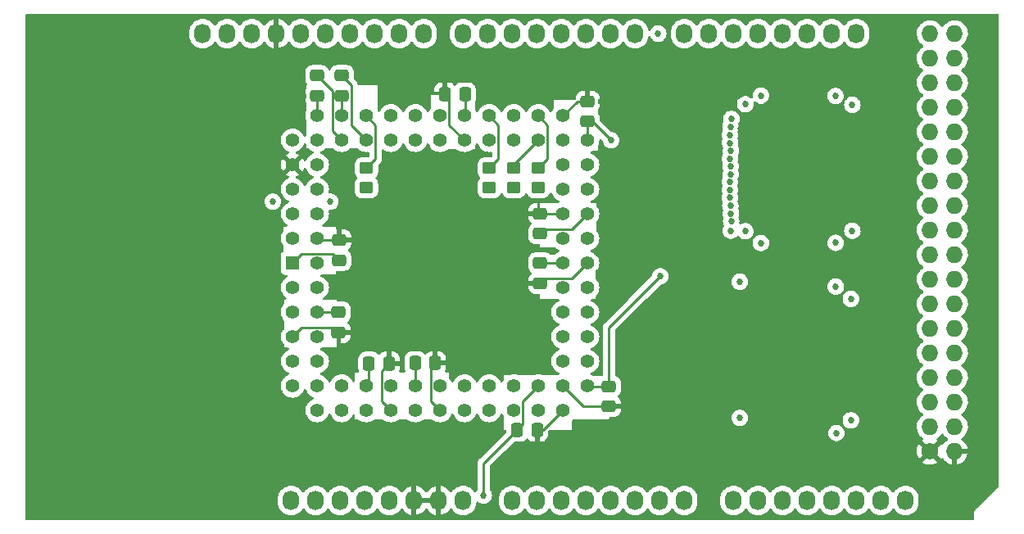
<source format=gbl>
%TF.GenerationSoftware,KiCad,Pcbnew,6.0.9*%
%TF.CreationDate,2022-12-08T19:51:44-08:00*%
%TF.ProjectId,i960SxProcessorMegaShieldFormFactor,69393630-5378-4507-926f-636573736f72,rev?*%
%TF.SameCoordinates,Original*%
%TF.FileFunction,Copper,L4,Bot*%
%TF.FilePolarity,Positive*%
%FSLAX46Y46*%
G04 Gerber Fmt 4.6, Leading zero omitted, Abs format (unit mm)*
G04 Created by KiCad (PCBNEW 6.0.9) date 2022-12-08 19:51:44*
%MOMM*%
%LPD*%
G01*
G04 APERTURE LIST*
G04 Aperture macros list*
%AMRoundRect*
0 Rectangle with rounded corners*
0 $1 Rounding radius*
0 $2 $3 $4 $5 $6 $7 $8 $9 X,Y pos of 4 corners*
0 Add a 4 corners polygon primitive as box body*
4,1,4,$2,$3,$4,$5,$6,$7,$8,$9,$2,$3,0*
0 Add four circle primitives for the rounded corners*
1,1,$1+$1,$2,$3*
1,1,$1+$1,$4,$5*
1,1,$1+$1,$6,$7*
1,1,$1+$1,$8,$9*
0 Add four rect primitives between the rounded corners*
20,1,$1+$1,$2,$3,$4,$5,0*
20,1,$1+$1,$4,$5,$6,$7,0*
20,1,$1+$1,$6,$7,$8,$9,0*
20,1,$1+$1,$8,$9,$2,$3,0*%
G04 Aperture macros list end*
%TA.AperFunction,ComponentPad*%
%ADD10C,1.727200*%
%TD*%
%TA.AperFunction,ComponentPad*%
%ADD11O,1.727200X1.727200*%
%TD*%
%TA.AperFunction,ComponentPad*%
%ADD12O,1.727200X2.032000*%
%TD*%
%TA.AperFunction,ComponentPad*%
%ADD13R,1.422400X1.422400*%
%TD*%
%TA.AperFunction,ComponentPad*%
%ADD14C,1.422400*%
%TD*%
%TA.AperFunction,SMDPad,CuDef*%
%ADD15RoundRect,0.250000X-0.337500X-0.475000X0.337500X-0.475000X0.337500X0.475000X-0.337500X0.475000X0*%
%TD*%
%TA.AperFunction,SMDPad,CuDef*%
%ADD16RoundRect,0.250000X-0.475000X0.337500X-0.475000X-0.337500X0.475000X-0.337500X0.475000X0.337500X0*%
%TD*%
%TA.AperFunction,SMDPad,CuDef*%
%ADD17RoundRect,0.250000X0.475000X-0.337500X0.475000X0.337500X-0.475000X0.337500X-0.475000X-0.337500X0*%
%TD*%
%TA.AperFunction,SMDPad,CuDef*%
%ADD18RoundRect,0.250000X0.337500X0.475000X-0.337500X0.475000X-0.337500X-0.475000X0.337500X-0.475000X0*%
%TD*%
%TA.AperFunction,SMDPad,CuDef*%
%ADD19RoundRect,0.250000X-0.450000X0.350000X-0.450000X-0.350000X0.450000X-0.350000X0.450000X0.350000X0*%
%TD*%
%TA.AperFunction,SMDPad,CuDef*%
%ADD20RoundRect,0.250000X0.450000X-0.350000X0.450000X0.350000X-0.450000X0.350000X-0.450000X-0.350000X0*%
%TD*%
%TA.AperFunction,ViaPad*%
%ADD21C,0.685800*%
%TD*%
%TA.AperFunction,Conductor*%
%ADD22C,0.254000*%
%TD*%
G04 APERTURE END LIST*
D10*
X197358000Y-114046000D03*
D11*
X199898000Y-114046000D03*
X197358000Y-111506000D03*
X199898000Y-111506000D03*
X197358000Y-108966000D03*
X199898000Y-108966000D03*
X197358000Y-106426000D03*
X199898000Y-106426000D03*
X197358000Y-103886000D03*
X199898000Y-103886000D03*
X197358000Y-101346000D03*
X199898000Y-101346000D03*
X197358000Y-98806000D03*
X199898000Y-98806000D03*
X197358000Y-96266000D03*
X199898000Y-96266000D03*
X197358000Y-93726000D03*
X199898000Y-93726000D03*
X197358000Y-91186000D03*
X199898000Y-91186000D03*
X197358000Y-88646000D03*
X199898000Y-88646000D03*
X197358000Y-86106000D03*
X199898000Y-86106000D03*
X197358000Y-83566000D03*
X199898000Y-83566000D03*
X197358000Y-81026000D03*
X199898000Y-81026000D03*
X197358000Y-78486000D03*
X199898000Y-78486000D03*
X197358000Y-75946000D03*
X199898000Y-75946000D03*
X197358000Y-73406000D03*
X199898000Y-73406000D03*
X197358000Y-70866000D03*
X199898000Y-70866000D03*
D12*
X131318000Y-119126000D03*
X133858000Y-119126000D03*
X136398000Y-119126000D03*
X138938000Y-119126000D03*
X141478000Y-119126000D03*
X144018000Y-119126000D03*
X146558000Y-119126000D03*
X149098000Y-119126000D03*
X154178000Y-119126000D03*
X156718000Y-119126000D03*
X159258000Y-119126000D03*
X161798000Y-119126000D03*
X164338000Y-119126000D03*
X166878000Y-119126000D03*
X169418000Y-119126000D03*
X171958000Y-119126000D03*
X177038000Y-119126000D03*
X179578000Y-119126000D03*
X182118000Y-119126000D03*
X184658000Y-119126000D03*
X187198000Y-119126000D03*
X189738000Y-119126000D03*
X192278000Y-119126000D03*
X194818000Y-119126000D03*
X122174000Y-70866000D03*
X124714000Y-70866000D03*
X127254000Y-70866000D03*
X129794000Y-70866000D03*
X132334000Y-70866000D03*
X134874000Y-70866000D03*
X137414000Y-70866000D03*
X139954000Y-70866000D03*
X142494000Y-70866000D03*
X145034000Y-70866000D03*
X149098000Y-70866000D03*
X151638000Y-70866000D03*
X154178000Y-70866000D03*
X156718000Y-70866000D03*
X159258000Y-70866000D03*
X161798000Y-70866000D03*
X164338000Y-70866000D03*
X166878000Y-70866000D03*
X171958000Y-70866000D03*
X174498000Y-70866000D03*
X177038000Y-70866000D03*
X179578000Y-70866000D03*
X182118000Y-70866000D03*
X184658000Y-70866000D03*
X187198000Y-70866000D03*
X189738000Y-70866000D03*
D13*
X131470401Y-94589599D03*
D14*
X134010401Y-94589599D03*
X131470401Y-97129599D03*
X134010401Y-97129599D03*
X131470401Y-99669599D03*
X134010401Y-99669599D03*
X131470401Y-102209599D03*
X134010401Y-102209599D03*
X131470401Y-104749599D03*
X134010401Y-104749599D03*
X131470401Y-107289599D03*
X134010401Y-109829599D03*
X134010401Y-107289599D03*
X136550401Y-109829599D03*
X136550401Y-107289599D03*
X139090401Y-109829599D03*
X139090401Y-107289599D03*
X141630401Y-109829599D03*
X141630401Y-107289599D03*
X144170401Y-109829599D03*
X144170401Y-107289599D03*
X146710401Y-109829599D03*
X146710401Y-107289599D03*
X149250401Y-109829599D03*
X149250401Y-107289599D03*
X151790401Y-109829599D03*
X151790401Y-107289599D03*
X154330401Y-109829599D03*
X154330401Y-107289599D03*
X156870401Y-109829599D03*
X156870401Y-107289599D03*
X159410401Y-109829599D03*
X161950401Y-107289599D03*
X159410401Y-107289599D03*
X161950401Y-104749599D03*
X159410401Y-104749599D03*
X161950401Y-102209599D03*
X159410401Y-102209599D03*
X161950401Y-99669599D03*
X159410401Y-99669599D03*
X161950401Y-97129599D03*
X159410401Y-97129599D03*
X161950401Y-94589599D03*
X159410401Y-94589599D03*
X161950401Y-92049599D03*
X159410401Y-92049599D03*
X161950401Y-89509599D03*
X159410401Y-89509599D03*
X161950401Y-86969599D03*
X159410401Y-86969599D03*
X161950401Y-84429599D03*
X159410401Y-84429599D03*
X161950401Y-81889599D03*
X159410401Y-79349599D03*
X159410401Y-81889599D03*
X156870401Y-79349599D03*
X156870401Y-81889599D03*
X154330401Y-79349599D03*
X154330401Y-81889599D03*
X151790401Y-79349599D03*
X151790401Y-81889599D03*
X149250401Y-79349599D03*
X149250401Y-81889599D03*
X146710401Y-79349599D03*
X146710401Y-81889599D03*
X144170401Y-79349599D03*
X144170401Y-81889599D03*
X141630401Y-79349599D03*
X141630401Y-81889599D03*
X139090401Y-79349599D03*
X139090401Y-81889599D03*
X136550401Y-79349599D03*
X136550401Y-81889599D03*
X134010401Y-79349599D03*
X131470401Y-81889599D03*
X134010401Y-81889599D03*
X131470401Y-84429599D03*
X134010401Y-84429599D03*
X131470401Y-86969599D03*
X134010401Y-86969599D03*
X131470401Y-89509599D03*
X134010401Y-89509599D03*
X131470401Y-92049599D03*
X134010401Y-92049599D03*
D15*
X139373701Y-104983279D03*
X141448701Y-104983279D03*
D16*
X164183061Y-109416759D03*
X164183061Y-107341759D03*
D15*
X156762361Y-111831119D03*
X154687361Y-111831119D03*
D16*
X136245601Y-99678579D03*
X136245601Y-101753579D03*
D17*
X161973261Y-79947679D03*
X161973261Y-77872679D03*
D15*
X144148901Y-104932479D03*
X146223901Y-104932479D03*
D16*
X134015481Y-75218379D03*
X134015481Y-77293379D03*
D18*
X149302381Y-77147419D03*
X147227381Y-77147419D03*
D17*
X157073601Y-91542779D03*
X157073601Y-89467779D03*
D19*
X139113261Y-86788499D03*
X139113261Y-84788499D03*
D17*
X136296401Y-94285979D03*
X136296401Y-92210979D03*
D16*
X136583421Y-77293379D03*
X136583421Y-75218379D03*
D20*
X151815801Y-86788499D03*
X151815801Y-84788499D03*
X154350721Y-86788499D03*
X154350721Y-84788499D03*
X156867861Y-86788499D03*
X156867861Y-84788499D03*
D16*
X157073601Y-94598579D03*
X157073601Y-96673579D03*
D21*
X135636000Y-85750400D03*
X128676400Y-85445600D03*
X169265600Y-70866000D03*
X122326400Y-118973600D03*
X134015481Y-75218379D03*
X136625921Y-75260879D03*
X131927600Y-77317600D03*
X134015481Y-77293379D03*
X136583421Y-77293379D03*
X164388800Y-81889600D03*
X149302381Y-77147419D03*
X169468800Y-95961200D03*
X151231600Y-118618000D03*
X136296401Y-94285979D03*
X136245601Y-99678579D03*
X139373701Y-104983279D03*
X144148901Y-104932479D03*
X157073601Y-94598579D03*
X157073601Y-91542779D03*
X156870400Y-86817200D03*
X154381200Y-86817200D03*
X151841200Y-86817200D03*
X139090400Y-86817200D03*
X135382000Y-88239600D03*
X129438400Y-88239600D03*
X177952400Y-89154000D03*
X176834800Y-78282800D03*
X177800000Y-80670400D03*
X190804800Y-80670400D03*
X190398400Y-89103200D03*
X190601600Y-100330000D03*
X190246000Y-108813600D03*
X182033800Y-112154400D03*
X185597600Y-112154400D03*
X185546800Y-97016000D03*
X182033800Y-96965200D03*
X181936300Y-92506800D03*
X185550900Y-92506800D03*
X181936300Y-77266800D03*
X185500100Y-77317600D03*
X187575100Y-77317600D03*
X179872050Y-77277550D03*
X179861300Y-92506800D03*
X187615150Y-92496050D03*
X187621800Y-97016000D03*
X187672600Y-112154400D03*
X176428400Y-108813600D03*
X176326800Y-100177600D03*
X189179200Y-98298000D03*
X189179200Y-110845600D03*
X189331600Y-78232000D03*
X189331600Y-91236800D03*
X178257200Y-91287600D03*
X178257200Y-78181200D03*
X177698400Y-96520000D03*
X177698400Y-110591600D03*
X176784000Y-91236800D03*
X176802952Y-90287878D03*
X176788274Y-89459119D03*
X176720366Y-88649660D03*
X176666589Y-87839139D03*
X176664408Y-87026839D03*
X176662943Y-86214538D03*
X176745228Y-85406414D03*
X176739231Y-84594134D03*
X176671807Y-83784634D03*
X176784503Y-82980187D03*
X176704581Y-82171825D03*
X176693236Y-81352111D03*
X176731054Y-80492302D03*
X176827285Y-79685720D03*
D22*
X136625921Y-75260879D02*
X137562421Y-76197379D01*
X161973261Y-79947679D02*
X162446879Y-79947679D01*
X162446879Y-79947679D02*
X164388800Y-81889600D01*
X164183061Y-107341759D02*
X164183061Y-101246939D01*
X164183061Y-101246939D02*
X169468800Y-95961200D01*
X154687361Y-111831119D02*
X151231600Y-115286880D01*
X151231600Y-115286880D02*
X151231600Y-118618000D01*
X161950401Y-81889599D02*
X161950401Y-79970539D01*
X161950401Y-79970539D02*
X161973261Y-79947679D01*
X161973261Y-77872679D02*
X160887321Y-77872679D01*
X160887321Y-77872679D02*
X159410401Y-79349599D01*
X149302381Y-77147419D02*
X149302381Y-79297619D01*
X149302381Y-79297619D02*
X149250401Y-79349599D01*
X147227381Y-77147419D02*
X147675601Y-77595639D01*
X147675601Y-77595639D02*
X147675601Y-80314799D01*
X147675601Y-80314799D02*
X149250401Y-81889599D01*
X134015481Y-77293379D02*
X134015481Y-79344519D01*
X134015481Y-79344519D02*
X134010401Y-79349599D01*
X134015481Y-75218379D02*
X135585201Y-76788099D01*
X135585201Y-76788099D02*
X135585201Y-80924399D01*
X135585201Y-80924399D02*
X136550401Y-81889599D01*
X136583421Y-77293379D02*
X136583421Y-79316579D01*
X136583421Y-79316579D02*
X136550401Y-79349599D01*
X136583421Y-75218379D02*
X136625921Y-75260879D01*
X137562421Y-76197379D02*
X137562421Y-80361619D01*
X137562421Y-80361619D02*
X139090401Y-81889599D01*
X139113261Y-84788499D02*
X140055601Y-83846159D01*
X140055601Y-83846159D02*
X140055601Y-80314799D01*
X140055601Y-80314799D02*
X139090401Y-79349599D01*
X136296401Y-92210979D02*
X134171781Y-92210979D01*
X134171781Y-92210979D02*
X134010401Y-92049599D01*
X136296401Y-94285979D02*
X135634821Y-93624399D01*
X135634821Y-93624399D02*
X132435601Y-93624399D01*
X132435601Y-93624399D02*
X131470401Y-94589599D01*
X136245601Y-99678579D02*
X134019381Y-99678579D01*
X134019381Y-99678579D02*
X134010401Y-99669599D01*
X136245601Y-101753579D02*
X135736421Y-101244399D01*
X135736421Y-101244399D02*
X132435601Y-101244399D01*
X132435601Y-101244399D02*
X131470401Y-102209599D01*
X139373701Y-104983279D02*
X139373701Y-107006299D01*
X139373701Y-107006299D02*
X139090401Y-107289599D01*
X141448701Y-104983279D02*
X140665201Y-105766779D01*
X140665201Y-105766779D02*
X140665201Y-108864399D01*
X140665201Y-108864399D02*
X141630401Y-109829599D01*
X146223901Y-104932479D02*
X145745201Y-105411179D01*
X145745201Y-105411179D02*
X145745201Y-108864399D01*
X145745201Y-108864399D02*
X146710401Y-109829599D01*
X144148901Y-104932479D02*
X144148901Y-107268099D01*
X144148901Y-107268099D02*
X144170401Y-107289599D01*
X164183061Y-107341759D02*
X162002561Y-107341759D01*
X162002561Y-107341759D02*
X161950401Y-107289599D01*
X164183061Y-109416759D02*
X161537561Y-109416759D01*
X161537561Y-109416759D02*
X159410401Y-107289599D01*
X156762361Y-111831119D02*
X157408881Y-111831119D01*
X157408881Y-111831119D02*
X159410401Y-109829599D01*
X154687361Y-111831119D02*
X155295601Y-111222879D01*
X155295601Y-111222879D02*
X155295601Y-108864399D01*
X155295601Y-108864399D02*
X156870401Y-107289599D01*
X157073601Y-96673579D02*
X157582781Y-96164399D01*
X160375601Y-96164399D02*
X161950401Y-94589599D01*
X157582781Y-96164399D02*
X160375601Y-96164399D01*
X157073601Y-94598579D02*
X159401421Y-94598579D01*
X159401421Y-94598579D02*
X159410401Y-94589599D01*
X157073601Y-89467779D02*
X159368581Y-89467779D01*
X159368581Y-89467779D02*
X159410401Y-89509599D01*
X157073601Y-91542779D02*
X157531981Y-91084399D01*
X157531981Y-91084399D02*
X160375601Y-91084399D01*
X160375601Y-91084399D02*
X161950401Y-89509599D01*
X156867861Y-84788499D02*
X157835601Y-83820759D01*
X157835601Y-83820759D02*
X157835601Y-80314799D01*
X157835601Y-80314799D02*
X156870401Y-79349599D01*
X151815801Y-84788499D02*
X152755601Y-83848699D01*
X152755601Y-83848699D02*
X152755601Y-80314799D01*
X152755601Y-80314799D02*
X151790401Y-79349599D01*
X154350721Y-84788499D02*
X154350721Y-84409279D01*
X154350721Y-84409279D02*
X156870401Y-81889599D01*
%TA.AperFunction,Conductor*%
G36*
X204411621Y-68854502D02*
G01*
X204458114Y-68908158D01*
X204469500Y-68960500D01*
X204469500Y-117593182D01*
X204449498Y-117661303D01*
X204432595Y-117682277D01*
X202128696Y-119986177D01*
X202119156Y-119993800D01*
X202119470Y-119994168D01*
X202112634Y-119999986D01*
X202105042Y-120004776D01*
X202099100Y-120011504D01*
X202069407Y-120045125D01*
X202064061Y-120050812D01*
X202052618Y-120062255D01*
X202046978Y-120069780D01*
X202046341Y-120070630D01*
X202039967Y-120078459D01*
X202008622Y-120113951D01*
X202004808Y-120122074D01*
X202003174Y-120124562D01*
X201994186Y-120139523D01*
X201992771Y-120142108D01*
X201987384Y-120149295D01*
X201984233Y-120157701D01*
X201970759Y-120193642D01*
X201966833Y-120202958D01*
X201946719Y-120245800D01*
X201945338Y-120254669D01*
X201944472Y-120257502D01*
X201940042Y-120274389D01*
X201939408Y-120277274D01*
X201936255Y-120285684D01*
X201935590Y-120294639D01*
X201932746Y-120332906D01*
X201931592Y-120342952D01*
X201929500Y-120356386D01*
X201929500Y-120371906D01*
X201929154Y-120381243D01*
X201925461Y-120430941D01*
X201927335Y-120439720D01*
X201927898Y-120447978D01*
X201929500Y-120463161D01*
X201929500Y-121031500D01*
X201909498Y-121099621D01*
X201855842Y-121146114D01*
X201803500Y-121157500D01*
X104012500Y-121157500D01*
X103944379Y-121137498D01*
X103897886Y-121083842D01*
X103886500Y-121031500D01*
X103886500Y-119336868D01*
X129945900Y-119336868D01*
X129949992Y-119385095D01*
X129954105Y-119433562D01*
X129960626Y-119510420D01*
X129961964Y-119515577D01*
X129961965Y-119515580D01*
X129994816Y-119642146D01*
X130019125Y-119735806D01*
X130114762Y-119948113D01*
X130244804Y-120141272D01*
X130248483Y-120145129D01*
X130248485Y-120145131D01*
X130333223Y-120233959D01*
X130405532Y-120309758D01*
X130592350Y-120448754D01*
X130658627Y-120482451D01*
X130794244Y-120551402D01*
X130799916Y-120554286D01*
X130911106Y-120588812D01*
X131017193Y-120621753D01*
X131017199Y-120621754D01*
X131022296Y-120623337D01*
X131146660Y-120639820D01*
X131247848Y-120653232D01*
X131247852Y-120653232D01*
X131253132Y-120653932D01*
X131258462Y-120653732D01*
X131258463Y-120653732D01*
X131369477Y-120649565D01*
X131485822Y-120645197D01*
X131650713Y-120610599D01*
X131708486Y-120598477D01*
X131708489Y-120598476D01*
X131713713Y-120597380D01*
X131930290Y-120511850D01*
X132129359Y-120391051D01*
X132169307Y-120356386D01*
X132301197Y-120241939D01*
X132301199Y-120241937D01*
X132305230Y-120238439D01*
X132308613Y-120234313D01*
X132308617Y-120234309D01*
X132412819Y-120107224D01*
X132452872Y-120058376D01*
X132455672Y-120053458D01*
X132478845Y-120012748D01*
X132529927Y-119963442D01*
X132599558Y-119949580D01*
X132665629Y-119975563D01*
X132692867Y-120004713D01*
X132697439Y-120011504D01*
X132784804Y-120141272D01*
X132788483Y-120145129D01*
X132788485Y-120145131D01*
X132873223Y-120233959D01*
X132945532Y-120309758D01*
X133132350Y-120448754D01*
X133198627Y-120482451D01*
X133334244Y-120551402D01*
X133339916Y-120554286D01*
X133451106Y-120588812D01*
X133557193Y-120621753D01*
X133557199Y-120621754D01*
X133562296Y-120623337D01*
X133686660Y-120639820D01*
X133787848Y-120653232D01*
X133787852Y-120653232D01*
X133793132Y-120653932D01*
X133798462Y-120653732D01*
X133798463Y-120653732D01*
X133909477Y-120649565D01*
X134025822Y-120645197D01*
X134190713Y-120610599D01*
X134248486Y-120598477D01*
X134248489Y-120598476D01*
X134253713Y-120597380D01*
X134470290Y-120511850D01*
X134669359Y-120391051D01*
X134709307Y-120356386D01*
X134841197Y-120241939D01*
X134841199Y-120241937D01*
X134845230Y-120238439D01*
X134848613Y-120234313D01*
X134848617Y-120234309D01*
X134952819Y-120107224D01*
X134992872Y-120058376D01*
X134995672Y-120053458D01*
X135018845Y-120012748D01*
X135069927Y-119963442D01*
X135139558Y-119949580D01*
X135205629Y-119975563D01*
X135232867Y-120004713D01*
X135237439Y-120011504D01*
X135324804Y-120141272D01*
X135328483Y-120145129D01*
X135328485Y-120145131D01*
X135413223Y-120233959D01*
X135485532Y-120309758D01*
X135672350Y-120448754D01*
X135738627Y-120482451D01*
X135874244Y-120551402D01*
X135879916Y-120554286D01*
X135991106Y-120588812D01*
X136097193Y-120621753D01*
X136097199Y-120621754D01*
X136102296Y-120623337D01*
X136226660Y-120639820D01*
X136327848Y-120653232D01*
X136327852Y-120653232D01*
X136333132Y-120653932D01*
X136338462Y-120653732D01*
X136338463Y-120653732D01*
X136449477Y-120649565D01*
X136565822Y-120645197D01*
X136730713Y-120610599D01*
X136788486Y-120598477D01*
X136788489Y-120598476D01*
X136793713Y-120597380D01*
X137010290Y-120511850D01*
X137209359Y-120391051D01*
X137249307Y-120356386D01*
X137381197Y-120241939D01*
X137381199Y-120241937D01*
X137385230Y-120238439D01*
X137388613Y-120234313D01*
X137388617Y-120234309D01*
X137492819Y-120107224D01*
X137532872Y-120058376D01*
X137535672Y-120053458D01*
X137558845Y-120012748D01*
X137609927Y-119963442D01*
X137679558Y-119949580D01*
X137745629Y-119975563D01*
X137772867Y-120004713D01*
X137777439Y-120011504D01*
X137864804Y-120141272D01*
X137868483Y-120145129D01*
X137868485Y-120145131D01*
X137953223Y-120233959D01*
X138025532Y-120309758D01*
X138212350Y-120448754D01*
X138278627Y-120482451D01*
X138414244Y-120551402D01*
X138419916Y-120554286D01*
X138531106Y-120588812D01*
X138637193Y-120621753D01*
X138637199Y-120621754D01*
X138642296Y-120623337D01*
X138766660Y-120639820D01*
X138867848Y-120653232D01*
X138867852Y-120653232D01*
X138873132Y-120653932D01*
X138878462Y-120653732D01*
X138878463Y-120653732D01*
X138989477Y-120649565D01*
X139105822Y-120645197D01*
X139270713Y-120610599D01*
X139328486Y-120598477D01*
X139328489Y-120598476D01*
X139333713Y-120597380D01*
X139550290Y-120511850D01*
X139749359Y-120391051D01*
X139789307Y-120356386D01*
X139921197Y-120241939D01*
X139921199Y-120241937D01*
X139925230Y-120238439D01*
X139928613Y-120234313D01*
X139928617Y-120234309D01*
X140032819Y-120107224D01*
X140072872Y-120058376D01*
X140075672Y-120053458D01*
X140098845Y-120012748D01*
X140149927Y-119963442D01*
X140219558Y-119949580D01*
X140285629Y-119975563D01*
X140312867Y-120004713D01*
X140317439Y-120011504D01*
X140404804Y-120141272D01*
X140408483Y-120145129D01*
X140408485Y-120145131D01*
X140493223Y-120233959D01*
X140565532Y-120309758D01*
X140752350Y-120448754D01*
X140818627Y-120482451D01*
X140954244Y-120551402D01*
X140959916Y-120554286D01*
X141071106Y-120588812D01*
X141177193Y-120621753D01*
X141177199Y-120621754D01*
X141182296Y-120623337D01*
X141306660Y-120639820D01*
X141407848Y-120653232D01*
X141407852Y-120653232D01*
X141413132Y-120653932D01*
X141418462Y-120653732D01*
X141418463Y-120653732D01*
X141529477Y-120649565D01*
X141645822Y-120645197D01*
X141810713Y-120610599D01*
X141868486Y-120598477D01*
X141868489Y-120598476D01*
X141873713Y-120597380D01*
X142090290Y-120511850D01*
X142289359Y-120391051D01*
X142329307Y-120356386D01*
X142461197Y-120241939D01*
X142461199Y-120241937D01*
X142465230Y-120238439D01*
X142468613Y-120234313D01*
X142468617Y-120234309D01*
X142572819Y-120107224D01*
X142612872Y-120058376D01*
X142639122Y-120012261D01*
X142690202Y-119962956D01*
X142759832Y-119949094D01*
X142825904Y-119975077D01*
X142853143Y-120004227D01*
X142942215Y-120136530D01*
X142948876Y-120144816D01*
X143102180Y-120305520D01*
X143110148Y-120312569D01*
X143288336Y-120445144D01*
X143297366Y-120450743D01*
X143495347Y-120551402D01*
X143505208Y-120555405D01*
X143717301Y-120621263D01*
X143727696Y-120623548D01*
X143746041Y-120625980D01*
X143760208Y-120623783D01*
X143764000Y-120610599D01*
X143764000Y-120608488D01*
X144272000Y-120608488D01*
X144275973Y-120622019D01*
X144286580Y-120623544D01*
X144408343Y-120597996D01*
X144418539Y-120594936D01*
X144625097Y-120513363D01*
X144634634Y-120508629D01*
X144824503Y-120393414D01*
X144833093Y-120387150D01*
X145000837Y-120241589D01*
X145008257Y-120233959D01*
X145149073Y-120062220D01*
X145155095Y-120053458D01*
X145178810Y-120011798D01*
X145229893Y-119962492D01*
X145299524Y-119948631D01*
X145365594Y-119974615D01*
X145392832Y-120003764D01*
X145482215Y-120136531D01*
X145488876Y-120144816D01*
X145642180Y-120305520D01*
X145650148Y-120312569D01*
X145828336Y-120445144D01*
X145837366Y-120450743D01*
X146035347Y-120551402D01*
X146045208Y-120555405D01*
X146257301Y-120621263D01*
X146267696Y-120623548D01*
X146286041Y-120625980D01*
X146300208Y-120623783D01*
X146304000Y-120610599D01*
X146304000Y-119398115D01*
X146299525Y-119382876D01*
X146298135Y-119381671D01*
X146290452Y-119380000D01*
X144290115Y-119380000D01*
X144274876Y-119384475D01*
X144273671Y-119385865D01*
X144272000Y-119393548D01*
X144272000Y-120608488D01*
X143764000Y-120608488D01*
X143764000Y-118853885D01*
X144272000Y-118853885D01*
X144276475Y-118869124D01*
X144277865Y-118870329D01*
X144285548Y-118872000D01*
X146285885Y-118872000D01*
X146301124Y-118867525D01*
X146302329Y-118866135D01*
X146304000Y-118858452D01*
X146304000Y-117643512D01*
X146300027Y-117629981D01*
X146289420Y-117628456D01*
X146167657Y-117654004D01*
X146157461Y-117657064D01*
X145950903Y-117738637D01*
X145941366Y-117743371D01*
X145751497Y-117858586D01*
X145742907Y-117864850D01*
X145575163Y-118010411D01*
X145567743Y-118018041D01*
X145426927Y-118189780D01*
X145420905Y-118198542D01*
X145397190Y-118240202D01*
X145346107Y-118289508D01*
X145276476Y-118303369D01*
X145210406Y-118277385D01*
X145183168Y-118248236D01*
X145093785Y-118115469D01*
X145087124Y-118107184D01*
X144933820Y-117946480D01*
X144925852Y-117939431D01*
X144747664Y-117806856D01*
X144738634Y-117801257D01*
X144540653Y-117700598D01*
X144530792Y-117696595D01*
X144318699Y-117630737D01*
X144308304Y-117628452D01*
X144289959Y-117626020D01*
X144275792Y-117628217D01*
X144272000Y-117641401D01*
X144272000Y-118853885D01*
X143764000Y-118853885D01*
X143764000Y-117643512D01*
X143760027Y-117629981D01*
X143749420Y-117628456D01*
X143627657Y-117654004D01*
X143617461Y-117657064D01*
X143410903Y-117738637D01*
X143401366Y-117743371D01*
X143211497Y-117858586D01*
X143202907Y-117864850D01*
X143035163Y-118010411D01*
X143027743Y-118018041D01*
X142886927Y-118189780D01*
X142880898Y-118198551D01*
X142857467Y-118239715D01*
X142806385Y-118289022D01*
X142736755Y-118302884D01*
X142670684Y-118276901D01*
X142643445Y-118247751D01*
X142638035Y-118239715D01*
X142551196Y-118110728D01*
X142543543Y-118102705D01*
X142431945Y-117985721D01*
X142390468Y-117942242D01*
X142203650Y-117803246D01*
X142076574Y-117738637D01*
X142000842Y-117700133D01*
X142000841Y-117700133D01*
X141996084Y-117697714D01*
X141857299Y-117654620D01*
X141778807Y-117630247D01*
X141778801Y-117630246D01*
X141773704Y-117628663D01*
X141649340Y-117612180D01*
X141548152Y-117598768D01*
X141548148Y-117598768D01*
X141542868Y-117598068D01*
X141537538Y-117598268D01*
X141537537Y-117598268D01*
X141426523Y-117602436D01*
X141310178Y-117606803D01*
X141227474Y-117624156D01*
X141087514Y-117653523D01*
X141087511Y-117653524D01*
X141082287Y-117654620D01*
X140865710Y-117740150D01*
X140666641Y-117860949D01*
X140662611Y-117864446D01*
X140499253Y-118006200D01*
X140490770Y-118013561D01*
X140487387Y-118017687D01*
X140487383Y-118017691D01*
X140388697Y-118138049D01*
X140343128Y-118193624D01*
X140340490Y-118198259D01*
X140340487Y-118198263D01*
X140317155Y-118239252D01*
X140266073Y-118288558D01*
X140196442Y-118302420D01*
X140130371Y-118276437D01*
X140103133Y-118247287D01*
X140056030Y-118177322D01*
X140011196Y-118110728D01*
X140003543Y-118102705D01*
X139891945Y-117985721D01*
X139850468Y-117942242D01*
X139663650Y-117803246D01*
X139536574Y-117738637D01*
X139460842Y-117700133D01*
X139460841Y-117700133D01*
X139456084Y-117697714D01*
X139317299Y-117654620D01*
X139238807Y-117630247D01*
X139238801Y-117630246D01*
X139233704Y-117628663D01*
X139109340Y-117612180D01*
X139008152Y-117598768D01*
X139008148Y-117598768D01*
X139002868Y-117598068D01*
X138997538Y-117598268D01*
X138997537Y-117598268D01*
X138886523Y-117602436D01*
X138770178Y-117606803D01*
X138687474Y-117624156D01*
X138547514Y-117653523D01*
X138547511Y-117653524D01*
X138542287Y-117654620D01*
X138325710Y-117740150D01*
X138126641Y-117860949D01*
X138122611Y-117864446D01*
X137959253Y-118006200D01*
X137950770Y-118013561D01*
X137947387Y-118017687D01*
X137947383Y-118017691D01*
X137848697Y-118138049D01*
X137803128Y-118193624D01*
X137800490Y-118198259D01*
X137800487Y-118198263D01*
X137777155Y-118239252D01*
X137726073Y-118288558D01*
X137656442Y-118302420D01*
X137590371Y-118276437D01*
X137563133Y-118247287D01*
X137516030Y-118177322D01*
X137471196Y-118110728D01*
X137463543Y-118102705D01*
X137351945Y-117985721D01*
X137310468Y-117942242D01*
X137123650Y-117803246D01*
X136996574Y-117738637D01*
X136920842Y-117700133D01*
X136920841Y-117700133D01*
X136916084Y-117697714D01*
X136777299Y-117654620D01*
X136698807Y-117630247D01*
X136698801Y-117630246D01*
X136693704Y-117628663D01*
X136569340Y-117612180D01*
X136468152Y-117598768D01*
X136468148Y-117598768D01*
X136462868Y-117598068D01*
X136457538Y-117598268D01*
X136457537Y-117598268D01*
X136346523Y-117602436D01*
X136230178Y-117606803D01*
X136147474Y-117624156D01*
X136007514Y-117653523D01*
X136007511Y-117653524D01*
X136002287Y-117654620D01*
X135785710Y-117740150D01*
X135586641Y-117860949D01*
X135582611Y-117864446D01*
X135419253Y-118006200D01*
X135410770Y-118013561D01*
X135407387Y-118017687D01*
X135407383Y-118017691D01*
X135308697Y-118138049D01*
X135263128Y-118193624D01*
X135260490Y-118198259D01*
X135260487Y-118198263D01*
X135237155Y-118239252D01*
X135186073Y-118288558D01*
X135116442Y-118302420D01*
X135050371Y-118276437D01*
X135023133Y-118247287D01*
X134976030Y-118177322D01*
X134931196Y-118110728D01*
X134923543Y-118102705D01*
X134811945Y-117985721D01*
X134770468Y-117942242D01*
X134583650Y-117803246D01*
X134456574Y-117738637D01*
X134380842Y-117700133D01*
X134380841Y-117700133D01*
X134376084Y-117697714D01*
X134237299Y-117654620D01*
X134158807Y-117630247D01*
X134158801Y-117630246D01*
X134153704Y-117628663D01*
X134029340Y-117612180D01*
X133928152Y-117598768D01*
X133928148Y-117598768D01*
X133922868Y-117598068D01*
X133917538Y-117598268D01*
X133917537Y-117598268D01*
X133806523Y-117602436D01*
X133690178Y-117606803D01*
X133607474Y-117624156D01*
X133467514Y-117653523D01*
X133467511Y-117653524D01*
X133462287Y-117654620D01*
X133245710Y-117740150D01*
X133046641Y-117860949D01*
X133042611Y-117864446D01*
X132879253Y-118006200D01*
X132870770Y-118013561D01*
X132867387Y-118017687D01*
X132867383Y-118017691D01*
X132768697Y-118138049D01*
X132723128Y-118193624D01*
X132720490Y-118198259D01*
X132720487Y-118198263D01*
X132697155Y-118239252D01*
X132646073Y-118288558D01*
X132576442Y-118302420D01*
X132510371Y-118276437D01*
X132483133Y-118247287D01*
X132436030Y-118177322D01*
X132391196Y-118110728D01*
X132383543Y-118102705D01*
X132271945Y-117985721D01*
X132230468Y-117942242D01*
X132043650Y-117803246D01*
X131916574Y-117738637D01*
X131840842Y-117700133D01*
X131840841Y-117700133D01*
X131836084Y-117697714D01*
X131697299Y-117654620D01*
X131618807Y-117630247D01*
X131618801Y-117630246D01*
X131613704Y-117628663D01*
X131489340Y-117612180D01*
X131388152Y-117598768D01*
X131388148Y-117598768D01*
X131382868Y-117598068D01*
X131377538Y-117598268D01*
X131377537Y-117598268D01*
X131266523Y-117602436D01*
X131150178Y-117606803D01*
X131067474Y-117624156D01*
X130927514Y-117653523D01*
X130927511Y-117653524D01*
X130922287Y-117654620D01*
X130705710Y-117740150D01*
X130506641Y-117860949D01*
X130502611Y-117864446D01*
X130339253Y-118006200D01*
X130330770Y-118013561D01*
X130327387Y-118017687D01*
X130327383Y-118017691D01*
X130228697Y-118138049D01*
X130183128Y-118193624D01*
X130180490Y-118198259D01*
X130180487Y-118198263D01*
X130117589Y-118308760D01*
X130067935Y-118395989D01*
X130066114Y-118401005D01*
X130066112Y-118401010D01*
X130024302Y-118516194D01*
X129988485Y-118614869D01*
X129987536Y-118620118D01*
X129987535Y-118620121D01*
X129973049Y-118700229D01*
X129947050Y-118844007D01*
X129946855Y-118848146D01*
X129946854Y-118848153D01*
X129945970Y-118866905D01*
X129945900Y-118868394D01*
X129945900Y-119336868D01*
X103886500Y-119336868D01*
X103886500Y-107289599D01*
X130246042Y-107289599D01*
X130264643Y-107502207D01*
X130266067Y-107507520D01*
X130266067Y-107507522D01*
X130316587Y-107696063D01*
X130319880Y-107708354D01*
X130322202Y-107713335D01*
X130322203Y-107713336D01*
X130407749Y-107896791D01*
X130407752Y-107896796D01*
X130410075Y-107901778D01*
X130413231Y-107906285D01*
X130413232Y-107906287D01*
X130482219Y-108004810D01*
X130532488Y-108076602D01*
X130683398Y-108227512D01*
X130858221Y-108349925D01*
X130863203Y-108352248D01*
X130863208Y-108352251D01*
X131046583Y-108437759D01*
X131051646Y-108440120D01*
X131056954Y-108441542D01*
X131056956Y-108441543D01*
X131252478Y-108493933D01*
X131252480Y-108493933D01*
X131257793Y-108495357D01*
X131470401Y-108513958D01*
X131683009Y-108495357D01*
X131688322Y-108493933D01*
X131688324Y-108493933D01*
X131883846Y-108441543D01*
X131883848Y-108441542D01*
X131889156Y-108440120D01*
X131894219Y-108437759D01*
X132077594Y-108352251D01*
X132077599Y-108352248D01*
X132082581Y-108349925D01*
X132257404Y-108227512D01*
X132408314Y-108076602D01*
X132458584Y-108004810D01*
X132527570Y-107906287D01*
X132527571Y-107906285D01*
X132530727Y-107901778D01*
X132533050Y-107896796D01*
X132533053Y-107896791D01*
X132618596Y-107713343D01*
X132618599Y-107713336D01*
X132620922Y-107708354D01*
X132622143Y-107703796D01*
X132664093Y-107646821D01*
X132730415Y-107621482D01*
X132799906Y-107636022D01*
X132850506Y-107685824D01*
X132858581Y-107703506D01*
X132859880Y-107708354D01*
X132862203Y-107713336D01*
X132862206Y-107713343D01*
X132947749Y-107896791D01*
X132947752Y-107896796D01*
X132950075Y-107901778D01*
X132953231Y-107906285D01*
X132953232Y-107906287D01*
X133022219Y-108004810D01*
X133072488Y-108076602D01*
X133223398Y-108227512D01*
X133398221Y-108349925D01*
X133403203Y-108352248D01*
X133403208Y-108352251D01*
X133586657Y-108437794D01*
X133586661Y-108437795D01*
X133591646Y-108440120D01*
X133596204Y-108441341D01*
X133653179Y-108483291D01*
X133678518Y-108549613D01*
X133663978Y-108619104D01*
X133614176Y-108669704D01*
X133596494Y-108677779D01*
X133591646Y-108679078D01*
X133586661Y-108681403D01*
X133586657Y-108681404D01*
X133403209Y-108766947D01*
X133403204Y-108766950D01*
X133398222Y-108769273D01*
X133393715Y-108772429D01*
X133393713Y-108772430D01*
X133227909Y-108888527D01*
X133227906Y-108888529D01*
X133223398Y-108891686D01*
X133072488Y-109042596D01*
X133069331Y-109047104D01*
X133069329Y-109047107D01*
X132991482Y-109158284D01*
X132950075Y-109217420D01*
X132947752Y-109222402D01*
X132947749Y-109222407D01*
X132878996Y-109369850D01*
X132859880Y-109410844D01*
X132858458Y-109416152D01*
X132858457Y-109416154D01*
X132806067Y-109611676D01*
X132804643Y-109616991D01*
X132786042Y-109829599D01*
X132804643Y-110042207D01*
X132806067Y-110047520D01*
X132806067Y-110047522D01*
X132856587Y-110236063D01*
X132859880Y-110248354D01*
X132862202Y-110253335D01*
X132862203Y-110253336D01*
X132947749Y-110436791D01*
X132947752Y-110436796D01*
X132950075Y-110441778D01*
X132953231Y-110446285D01*
X132953232Y-110446287D01*
X133050385Y-110585035D01*
X133072488Y-110616602D01*
X133223398Y-110767512D01*
X133227906Y-110770669D01*
X133227909Y-110770671D01*
X133265891Y-110797266D01*
X133398221Y-110889925D01*
X133403203Y-110892248D01*
X133403208Y-110892251D01*
X133586664Y-110977797D01*
X133591646Y-110980120D01*
X133596954Y-110981542D01*
X133596956Y-110981543D01*
X133792478Y-111033933D01*
X133792480Y-111033933D01*
X133797793Y-111035357D01*
X134010401Y-111053958D01*
X134223009Y-111035357D01*
X134228322Y-111033933D01*
X134228324Y-111033933D01*
X134423846Y-110981543D01*
X134423848Y-110981542D01*
X134429156Y-110980120D01*
X134434138Y-110977797D01*
X134617594Y-110892251D01*
X134617599Y-110892248D01*
X134622581Y-110889925D01*
X134754911Y-110797266D01*
X134792893Y-110770671D01*
X134792896Y-110770669D01*
X134797404Y-110767512D01*
X134948314Y-110616602D01*
X134970418Y-110585035D01*
X135067570Y-110446287D01*
X135067571Y-110446285D01*
X135070727Y-110441778D01*
X135073050Y-110436796D01*
X135073053Y-110436791D01*
X135158596Y-110253343D01*
X135158599Y-110253336D01*
X135160922Y-110248354D01*
X135162143Y-110243796D01*
X135204093Y-110186821D01*
X135270415Y-110161482D01*
X135339906Y-110176022D01*
X135390506Y-110225824D01*
X135398581Y-110243506D01*
X135399880Y-110248354D01*
X135402203Y-110253336D01*
X135402206Y-110253343D01*
X135487749Y-110436791D01*
X135487752Y-110436796D01*
X135490075Y-110441778D01*
X135493231Y-110446285D01*
X135493232Y-110446287D01*
X135590385Y-110585035D01*
X135612488Y-110616602D01*
X135763398Y-110767512D01*
X135767906Y-110770669D01*
X135767909Y-110770671D01*
X135805891Y-110797266D01*
X135938221Y-110889925D01*
X135943203Y-110892248D01*
X135943208Y-110892251D01*
X136126664Y-110977797D01*
X136131646Y-110980120D01*
X136136954Y-110981542D01*
X136136956Y-110981543D01*
X136332478Y-111033933D01*
X136332480Y-111033933D01*
X136337793Y-111035357D01*
X136550401Y-111053958D01*
X136763009Y-111035357D01*
X136768322Y-111033933D01*
X136768324Y-111033933D01*
X136963846Y-110981543D01*
X136963848Y-110981542D01*
X136969156Y-110980120D01*
X136974138Y-110977797D01*
X137157594Y-110892251D01*
X137157599Y-110892248D01*
X137162581Y-110889925D01*
X137294911Y-110797266D01*
X137332893Y-110770671D01*
X137332896Y-110770669D01*
X137337404Y-110767512D01*
X137488314Y-110616602D01*
X137510418Y-110585035D01*
X137607570Y-110446287D01*
X137607571Y-110446285D01*
X137610727Y-110441778D01*
X137613050Y-110436796D01*
X137613053Y-110436791D01*
X137681806Y-110289348D01*
X137728723Y-110236063D01*
X137797000Y-110216602D01*
X137864960Y-110237144D01*
X137911026Y-110291166D01*
X137922001Y-110342598D01*
X137922001Y-110774479D01*
X138273620Y-110774479D01*
X138345891Y-110797266D01*
X138478221Y-110889925D01*
X138483203Y-110892248D01*
X138483208Y-110892251D01*
X138666664Y-110977797D01*
X138671646Y-110980120D01*
X138676954Y-110981542D01*
X138676956Y-110981543D01*
X138872478Y-111033933D01*
X138872480Y-111033933D01*
X138877793Y-111035357D01*
X139090401Y-111053958D01*
X139303009Y-111035357D01*
X139308322Y-111033933D01*
X139308324Y-111033933D01*
X139503846Y-110981543D01*
X139503848Y-110981542D01*
X139509156Y-110980120D01*
X139514138Y-110977797D01*
X139697594Y-110892251D01*
X139697599Y-110892248D01*
X139702581Y-110889925D01*
X139834911Y-110797266D01*
X139907182Y-110774479D01*
X140814491Y-110774479D01*
X140886761Y-110797266D01*
X141013958Y-110886330D01*
X141023459Y-110891816D01*
X141206832Y-110977323D01*
X141217128Y-110981071D01*
X141412569Y-111033440D01*
X141423358Y-111035342D01*
X141624926Y-111052977D01*
X141635876Y-111052977D01*
X141837444Y-111035342D01*
X141848233Y-111033440D01*
X142043674Y-110981071D01*
X142053970Y-110977323D01*
X142237343Y-110891816D01*
X142246844Y-110886330D01*
X142374041Y-110797266D01*
X142446311Y-110774479D01*
X143353620Y-110774479D01*
X143425891Y-110797266D01*
X143558221Y-110889925D01*
X143563203Y-110892248D01*
X143563208Y-110892251D01*
X143746664Y-110977797D01*
X143751646Y-110980120D01*
X143756954Y-110981542D01*
X143756956Y-110981543D01*
X143952478Y-111033933D01*
X143952480Y-111033933D01*
X143957793Y-111035357D01*
X144170401Y-111053958D01*
X144383009Y-111035357D01*
X144388322Y-111033933D01*
X144388324Y-111033933D01*
X144583846Y-110981543D01*
X144583848Y-110981542D01*
X144589156Y-110980120D01*
X144594138Y-110977797D01*
X144777594Y-110892251D01*
X144777599Y-110892248D01*
X144782581Y-110889925D01*
X144914911Y-110797266D01*
X144987182Y-110774479D01*
X145894491Y-110774479D01*
X145966761Y-110797266D01*
X146093958Y-110886330D01*
X146103459Y-110891816D01*
X146286832Y-110977323D01*
X146297128Y-110981071D01*
X146492569Y-111033440D01*
X146503358Y-111035342D01*
X146704926Y-111052977D01*
X146715876Y-111052977D01*
X146917444Y-111035342D01*
X146928233Y-111033440D01*
X147123674Y-110981071D01*
X147133970Y-110977323D01*
X147317343Y-110891816D01*
X147326844Y-110886330D01*
X147454041Y-110797266D01*
X147526311Y-110774479D01*
X147675601Y-110774479D01*
X147675601Y-110616487D01*
X147698388Y-110544217D01*
X147767137Y-110446032D01*
X147772615Y-110436546D01*
X147858128Y-110253162D01*
X147861734Y-110243256D01*
X147903829Y-110186086D01*
X147970151Y-110160749D01*
X148039642Y-110175291D01*
X148090240Y-110225094D01*
X148098485Y-110243150D01*
X148099880Y-110248354D01*
X148102202Y-110253335D01*
X148102203Y-110253336D01*
X148187749Y-110436791D01*
X148187752Y-110436796D01*
X148190075Y-110441778D01*
X148193231Y-110446285D01*
X148193232Y-110446287D01*
X148290385Y-110585035D01*
X148312488Y-110616602D01*
X148463398Y-110767512D01*
X148467906Y-110770669D01*
X148467909Y-110770671D01*
X148505891Y-110797266D01*
X148638221Y-110889925D01*
X148643203Y-110892248D01*
X148643208Y-110892251D01*
X148826664Y-110977797D01*
X148831646Y-110980120D01*
X148836954Y-110981542D01*
X148836956Y-110981543D01*
X149032478Y-111033933D01*
X149032480Y-111033933D01*
X149037793Y-111035357D01*
X149250401Y-111053958D01*
X149463009Y-111035357D01*
X149468322Y-111033933D01*
X149468324Y-111033933D01*
X149663846Y-110981543D01*
X149663848Y-110981542D01*
X149669156Y-110980120D01*
X149674138Y-110977797D01*
X149857594Y-110892251D01*
X149857599Y-110892248D01*
X149862581Y-110889925D01*
X149994911Y-110797266D01*
X150032893Y-110770671D01*
X150032896Y-110770669D01*
X150037404Y-110767512D01*
X150188314Y-110616602D01*
X150210418Y-110585035D01*
X150307570Y-110446287D01*
X150307571Y-110446285D01*
X150310727Y-110441778D01*
X150313050Y-110436796D01*
X150313053Y-110436791D01*
X150398596Y-110253343D01*
X150398599Y-110253336D01*
X150400922Y-110248354D01*
X150402143Y-110243796D01*
X150444093Y-110186821D01*
X150510415Y-110161482D01*
X150579906Y-110176022D01*
X150630506Y-110225824D01*
X150638581Y-110243506D01*
X150639880Y-110248354D01*
X150642203Y-110253336D01*
X150642206Y-110253343D01*
X150727749Y-110436791D01*
X150727752Y-110436796D01*
X150730075Y-110441778D01*
X150733231Y-110446285D01*
X150733232Y-110446287D01*
X150830385Y-110585035D01*
X150852488Y-110616602D01*
X151003398Y-110767512D01*
X151007906Y-110770669D01*
X151007909Y-110770671D01*
X151045891Y-110797266D01*
X151178221Y-110889925D01*
X151183203Y-110892248D01*
X151183208Y-110892251D01*
X151366664Y-110977797D01*
X151371646Y-110980120D01*
X151376954Y-110981542D01*
X151376956Y-110981543D01*
X151572478Y-111033933D01*
X151572480Y-111033933D01*
X151577793Y-111035357D01*
X151790401Y-111053958D01*
X152003009Y-111035357D01*
X152008322Y-111033933D01*
X152008324Y-111033933D01*
X152203846Y-110981543D01*
X152203848Y-110981542D01*
X152209156Y-110980120D01*
X152214138Y-110977797D01*
X152397594Y-110892251D01*
X152397599Y-110892248D01*
X152402581Y-110889925D01*
X152534911Y-110797266D01*
X152572893Y-110770671D01*
X152572896Y-110770669D01*
X152577404Y-110767512D01*
X152728314Y-110616602D01*
X152750418Y-110585035D01*
X152847570Y-110446287D01*
X152847571Y-110446285D01*
X152850727Y-110441778D01*
X152853050Y-110436796D01*
X152853053Y-110436791D01*
X152938596Y-110253343D01*
X152938599Y-110253336D01*
X152940922Y-110248354D01*
X152942143Y-110243796D01*
X152984093Y-110186821D01*
X153050415Y-110161482D01*
X153119906Y-110176022D01*
X153170506Y-110225824D01*
X153178581Y-110243506D01*
X153179880Y-110248354D01*
X153182203Y-110253336D01*
X153182206Y-110253343D01*
X153267749Y-110436791D01*
X153267752Y-110436796D01*
X153270075Y-110441778D01*
X153273232Y-110446286D01*
X153273235Y-110446292D01*
X153291614Y-110472540D01*
X153314401Y-110544810D01*
X153314401Y-111841279D01*
X153465361Y-111841279D01*
X153533482Y-111861281D01*
X153579975Y-111914937D01*
X153591361Y-111967279D01*
X153591361Y-111976197D01*
X153571359Y-112044318D01*
X153554456Y-112065292D01*
X150838117Y-114781630D01*
X150829791Y-114789206D01*
X150823297Y-114793327D01*
X150817874Y-114799102D01*
X150776515Y-114843145D01*
X150773760Y-114845987D01*
X150753961Y-114865786D01*
X150751537Y-114868911D01*
X150751529Y-114868920D01*
X150751463Y-114869006D01*
X150743755Y-114878031D01*
X150713383Y-114910374D01*
X150709565Y-114917318D01*
X150709564Y-114917320D01*
X150703578Y-114928209D01*
X150692727Y-114944727D01*
X150680250Y-114960813D01*
X150662624Y-115001546D01*
X150657407Y-115012194D01*
X150636031Y-115051077D01*
X150634060Y-115058752D01*
X150634058Y-115058758D01*
X150630969Y-115070791D01*
X150624566Y-115089493D01*
X150616483Y-115108172D01*
X150615244Y-115115997D01*
X150609540Y-115152007D01*
X150607135Y-115163620D01*
X150596100Y-115206598D01*
X150596100Y-115226945D01*
X150594549Y-115246656D01*
X150591365Y-115266759D01*
X150592111Y-115274651D01*
X150595541Y-115310936D01*
X150596100Y-115322794D01*
X150596100Y-118003031D01*
X150576098Y-118071152D01*
X150563742Y-118087335D01*
X150539009Y-118114803D01*
X150535708Y-118120521D01*
X150471389Y-118231924D01*
X150420006Y-118280917D01*
X150350293Y-118294353D01*
X150284382Y-118267967D01*
X150257750Y-118239291D01*
X150213046Y-118172890D01*
X150171196Y-118110728D01*
X150163543Y-118102705D01*
X150051945Y-117985721D01*
X150010468Y-117942242D01*
X149823650Y-117803246D01*
X149696574Y-117738637D01*
X149620842Y-117700133D01*
X149620841Y-117700133D01*
X149616084Y-117697714D01*
X149477299Y-117654620D01*
X149398807Y-117630247D01*
X149398801Y-117630246D01*
X149393704Y-117628663D01*
X149269340Y-117612180D01*
X149168152Y-117598768D01*
X149168148Y-117598768D01*
X149162868Y-117598068D01*
X149157538Y-117598268D01*
X149157537Y-117598268D01*
X149046523Y-117602436D01*
X148930178Y-117606803D01*
X148847474Y-117624156D01*
X148707514Y-117653523D01*
X148707511Y-117653524D01*
X148702287Y-117654620D01*
X148485710Y-117740150D01*
X148286641Y-117860949D01*
X148282611Y-117864446D01*
X148119253Y-118006200D01*
X148110770Y-118013561D01*
X148107387Y-118017687D01*
X148107383Y-118017691D01*
X148008697Y-118138049D01*
X147963128Y-118193624D01*
X147936878Y-118239739D01*
X147885798Y-118289044D01*
X147816168Y-118302906D01*
X147750096Y-118276923D01*
X147722857Y-118247773D01*
X147633785Y-118115470D01*
X147627124Y-118107184D01*
X147473820Y-117946480D01*
X147465852Y-117939431D01*
X147287664Y-117806856D01*
X147278634Y-117801257D01*
X147080653Y-117700598D01*
X147070792Y-117696595D01*
X146858699Y-117630737D01*
X146848304Y-117628452D01*
X146829959Y-117626020D01*
X146815792Y-117628217D01*
X146812000Y-117641401D01*
X146812000Y-120608488D01*
X146815973Y-120622019D01*
X146826580Y-120623544D01*
X146948343Y-120597996D01*
X146958539Y-120594936D01*
X147165097Y-120513363D01*
X147174634Y-120508629D01*
X147364503Y-120393414D01*
X147373093Y-120387150D01*
X147540837Y-120241589D01*
X147548257Y-120233959D01*
X147689073Y-120062220D01*
X147695102Y-120053449D01*
X147718533Y-120012285D01*
X147769615Y-119962978D01*
X147839245Y-119949116D01*
X147905316Y-119975099D01*
X147932555Y-120004249D01*
X148024804Y-120141272D01*
X148028483Y-120145129D01*
X148028485Y-120145131D01*
X148113223Y-120233959D01*
X148185532Y-120309758D01*
X148372350Y-120448754D01*
X148438627Y-120482451D01*
X148574244Y-120551402D01*
X148579916Y-120554286D01*
X148691106Y-120588812D01*
X148797193Y-120621753D01*
X148797199Y-120621754D01*
X148802296Y-120623337D01*
X148926660Y-120639820D01*
X149027848Y-120653232D01*
X149027852Y-120653232D01*
X149033132Y-120653932D01*
X149038462Y-120653732D01*
X149038463Y-120653732D01*
X149149477Y-120649565D01*
X149265822Y-120645197D01*
X149430713Y-120610599D01*
X149488486Y-120598477D01*
X149488489Y-120598476D01*
X149493713Y-120597380D01*
X149710290Y-120511850D01*
X149909359Y-120391051D01*
X149949307Y-120356386D01*
X150081197Y-120241939D01*
X150081199Y-120241937D01*
X150085230Y-120238439D01*
X150088613Y-120234313D01*
X150088617Y-120234309D01*
X150192819Y-120107224D01*
X150232872Y-120058376D01*
X150235672Y-120053458D01*
X150345422Y-119860654D01*
X150348065Y-119856011D01*
X150368239Y-119800435D01*
X150425695Y-119642146D01*
X150425696Y-119642142D01*
X150427515Y-119637131D01*
X150468950Y-119407993D01*
X150469632Y-119393548D01*
X150470030Y-119385095D01*
X150470030Y-119385086D01*
X150470100Y-119383606D01*
X150470100Y-119364415D01*
X150490102Y-119296294D01*
X150543758Y-119249801D01*
X150614032Y-119239697D01*
X150670160Y-119262478D01*
X150803555Y-119359396D01*
X150809583Y-119362080D01*
X150809585Y-119362081D01*
X150903394Y-119403847D01*
X150967054Y-119432190D01*
X151054584Y-119450795D01*
X151135657Y-119468028D01*
X151135661Y-119468028D01*
X151142114Y-119469400D01*
X151321086Y-119469400D01*
X151327539Y-119468028D01*
X151327543Y-119468028D01*
X151408616Y-119450795D01*
X151496146Y-119432190D01*
X151559806Y-119403847D01*
X151653615Y-119362081D01*
X151653617Y-119362080D01*
X151659645Y-119359396D01*
X151690652Y-119336868D01*
X152805900Y-119336868D01*
X152809992Y-119385095D01*
X152814105Y-119433562D01*
X152820626Y-119510420D01*
X152821964Y-119515577D01*
X152821965Y-119515580D01*
X152854816Y-119642146D01*
X152879125Y-119735806D01*
X152974762Y-119948113D01*
X153104804Y-120141272D01*
X153108483Y-120145129D01*
X153108485Y-120145131D01*
X153193223Y-120233959D01*
X153265532Y-120309758D01*
X153452350Y-120448754D01*
X153518627Y-120482451D01*
X153654244Y-120551402D01*
X153659916Y-120554286D01*
X153771106Y-120588812D01*
X153877193Y-120621753D01*
X153877199Y-120621754D01*
X153882296Y-120623337D01*
X154006660Y-120639820D01*
X154107848Y-120653232D01*
X154107852Y-120653232D01*
X154113132Y-120653932D01*
X154118462Y-120653732D01*
X154118463Y-120653732D01*
X154229477Y-120649565D01*
X154345822Y-120645197D01*
X154510713Y-120610599D01*
X154568486Y-120598477D01*
X154568489Y-120598476D01*
X154573713Y-120597380D01*
X154790290Y-120511850D01*
X154989359Y-120391051D01*
X155029307Y-120356386D01*
X155161197Y-120241939D01*
X155161199Y-120241937D01*
X155165230Y-120238439D01*
X155168613Y-120234313D01*
X155168617Y-120234309D01*
X155272819Y-120107224D01*
X155312872Y-120058376D01*
X155315672Y-120053458D01*
X155338845Y-120012748D01*
X155389927Y-119963442D01*
X155459558Y-119949580D01*
X155525629Y-119975563D01*
X155552867Y-120004713D01*
X155557439Y-120011504D01*
X155644804Y-120141272D01*
X155648483Y-120145129D01*
X155648485Y-120145131D01*
X155733223Y-120233959D01*
X155805532Y-120309758D01*
X155992350Y-120448754D01*
X156058627Y-120482451D01*
X156194244Y-120551402D01*
X156199916Y-120554286D01*
X156311106Y-120588812D01*
X156417193Y-120621753D01*
X156417199Y-120621754D01*
X156422296Y-120623337D01*
X156546660Y-120639820D01*
X156647848Y-120653232D01*
X156647852Y-120653232D01*
X156653132Y-120653932D01*
X156658462Y-120653732D01*
X156658463Y-120653732D01*
X156769477Y-120649565D01*
X156885822Y-120645197D01*
X157050713Y-120610599D01*
X157108486Y-120598477D01*
X157108489Y-120598476D01*
X157113713Y-120597380D01*
X157330290Y-120511850D01*
X157529359Y-120391051D01*
X157569307Y-120356386D01*
X157701197Y-120241939D01*
X157701199Y-120241937D01*
X157705230Y-120238439D01*
X157708613Y-120234313D01*
X157708617Y-120234309D01*
X157812819Y-120107224D01*
X157852872Y-120058376D01*
X157855672Y-120053458D01*
X157878845Y-120012748D01*
X157929927Y-119963442D01*
X157999558Y-119949580D01*
X158065629Y-119975563D01*
X158092867Y-120004713D01*
X158097439Y-120011504D01*
X158184804Y-120141272D01*
X158188483Y-120145129D01*
X158188485Y-120145131D01*
X158273223Y-120233959D01*
X158345532Y-120309758D01*
X158532350Y-120448754D01*
X158598627Y-120482451D01*
X158734244Y-120551402D01*
X158739916Y-120554286D01*
X158851106Y-120588812D01*
X158957193Y-120621753D01*
X158957199Y-120621754D01*
X158962296Y-120623337D01*
X159086660Y-120639820D01*
X159187848Y-120653232D01*
X159187852Y-120653232D01*
X159193132Y-120653932D01*
X159198462Y-120653732D01*
X159198463Y-120653732D01*
X159309477Y-120649565D01*
X159425822Y-120645197D01*
X159590713Y-120610599D01*
X159648486Y-120598477D01*
X159648489Y-120598476D01*
X159653713Y-120597380D01*
X159870290Y-120511850D01*
X160069359Y-120391051D01*
X160109307Y-120356386D01*
X160241197Y-120241939D01*
X160241199Y-120241937D01*
X160245230Y-120238439D01*
X160248613Y-120234313D01*
X160248617Y-120234309D01*
X160352819Y-120107224D01*
X160392872Y-120058376D01*
X160395672Y-120053458D01*
X160418845Y-120012748D01*
X160469927Y-119963442D01*
X160539558Y-119949580D01*
X160605629Y-119975563D01*
X160632867Y-120004713D01*
X160637439Y-120011504D01*
X160724804Y-120141272D01*
X160728483Y-120145129D01*
X160728485Y-120145131D01*
X160813223Y-120233959D01*
X160885532Y-120309758D01*
X161072350Y-120448754D01*
X161138627Y-120482451D01*
X161274244Y-120551402D01*
X161279916Y-120554286D01*
X161391106Y-120588812D01*
X161497193Y-120621753D01*
X161497199Y-120621754D01*
X161502296Y-120623337D01*
X161626660Y-120639820D01*
X161727848Y-120653232D01*
X161727852Y-120653232D01*
X161733132Y-120653932D01*
X161738462Y-120653732D01*
X161738463Y-120653732D01*
X161849477Y-120649565D01*
X161965822Y-120645197D01*
X162130713Y-120610599D01*
X162188486Y-120598477D01*
X162188489Y-120598476D01*
X162193713Y-120597380D01*
X162410290Y-120511850D01*
X162609359Y-120391051D01*
X162649307Y-120356386D01*
X162781197Y-120241939D01*
X162781199Y-120241937D01*
X162785230Y-120238439D01*
X162788613Y-120234313D01*
X162788617Y-120234309D01*
X162892819Y-120107224D01*
X162932872Y-120058376D01*
X162935672Y-120053458D01*
X162958845Y-120012748D01*
X163009927Y-119963442D01*
X163079558Y-119949580D01*
X163145629Y-119975563D01*
X163172867Y-120004713D01*
X163177439Y-120011504D01*
X163264804Y-120141272D01*
X163268483Y-120145129D01*
X163268485Y-120145131D01*
X163353223Y-120233959D01*
X163425532Y-120309758D01*
X163612350Y-120448754D01*
X163678627Y-120482451D01*
X163814244Y-120551402D01*
X163819916Y-120554286D01*
X163931106Y-120588812D01*
X164037193Y-120621753D01*
X164037199Y-120621754D01*
X164042296Y-120623337D01*
X164166660Y-120639820D01*
X164267848Y-120653232D01*
X164267852Y-120653232D01*
X164273132Y-120653932D01*
X164278462Y-120653732D01*
X164278463Y-120653732D01*
X164389477Y-120649565D01*
X164505822Y-120645197D01*
X164670713Y-120610599D01*
X164728486Y-120598477D01*
X164728489Y-120598476D01*
X164733713Y-120597380D01*
X164950290Y-120511850D01*
X165149359Y-120391051D01*
X165189307Y-120356386D01*
X165321197Y-120241939D01*
X165321199Y-120241937D01*
X165325230Y-120238439D01*
X165328613Y-120234313D01*
X165328617Y-120234309D01*
X165432819Y-120107224D01*
X165472872Y-120058376D01*
X165475672Y-120053458D01*
X165498845Y-120012748D01*
X165549927Y-119963442D01*
X165619558Y-119949580D01*
X165685629Y-119975563D01*
X165712867Y-120004713D01*
X165717439Y-120011504D01*
X165804804Y-120141272D01*
X165808483Y-120145129D01*
X165808485Y-120145131D01*
X165893223Y-120233959D01*
X165965532Y-120309758D01*
X166152350Y-120448754D01*
X166218627Y-120482451D01*
X166354244Y-120551402D01*
X166359916Y-120554286D01*
X166471106Y-120588812D01*
X166577193Y-120621753D01*
X166577199Y-120621754D01*
X166582296Y-120623337D01*
X166706660Y-120639820D01*
X166807848Y-120653232D01*
X166807852Y-120653232D01*
X166813132Y-120653932D01*
X166818462Y-120653732D01*
X166818463Y-120653732D01*
X166929477Y-120649565D01*
X167045822Y-120645197D01*
X167210713Y-120610599D01*
X167268486Y-120598477D01*
X167268489Y-120598476D01*
X167273713Y-120597380D01*
X167490290Y-120511850D01*
X167689359Y-120391051D01*
X167729307Y-120356386D01*
X167861197Y-120241939D01*
X167861199Y-120241937D01*
X167865230Y-120238439D01*
X167868613Y-120234313D01*
X167868617Y-120234309D01*
X167972819Y-120107224D01*
X168012872Y-120058376D01*
X168015672Y-120053458D01*
X168038845Y-120012748D01*
X168089927Y-119963442D01*
X168159558Y-119949580D01*
X168225629Y-119975563D01*
X168252867Y-120004713D01*
X168257439Y-120011504D01*
X168344804Y-120141272D01*
X168348483Y-120145129D01*
X168348485Y-120145131D01*
X168433223Y-120233959D01*
X168505532Y-120309758D01*
X168692350Y-120448754D01*
X168758627Y-120482451D01*
X168894244Y-120551402D01*
X168899916Y-120554286D01*
X169011106Y-120588812D01*
X169117193Y-120621753D01*
X169117199Y-120621754D01*
X169122296Y-120623337D01*
X169246660Y-120639820D01*
X169347848Y-120653232D01*
X169347852Y-120653232D01*
X169353132Y-120653932D01*
X169358462Y-120653732D01*
X169358463Y-120653732D01*
X169469477Y-120649565D01*
X169585822Y-120645197D01*
X169750713Y-120610599D01*
X169808486Y-120598477D01*
X169808489Y-120598476D01*
X169813713Y-120597380D01*
X170030290Y-120511850D01*
X170229359Y-120391051D01*
X170269307Y-120356386D01*
X170401197Y-120241939D01*
X170401199Y-120241937D01*
X170405230Y-120238439D01*
X170408613Y-120234313D01*
X170408617Y-120234309D01*
X170512819Y-120107224D01*
X170552872Y-120058376D01*
X170555672Y-120053458D01*
X170578845Y-120012748D01*
X170629927Y-119963442D01*
X170699558Y-119949580D01*
X170765629Y-119975563D01*
X170792867Y-120004713D01*
X170797439Y-120011504D01*
X170884804Y-120141272D01*
X170888483Y-120145129D01*
X170888485Y-120145131D01*
X170973223Y-120233959D01*
X171045532Y-120309758D01*
X171232350Y-120448754D01*
X171298627Y-120482451D01*
X171434244Y-120551402D01*
X171439916Y-120554286D01*
X171551106Y-120588812D01*
X171657193Y-120621753D01*
X171657199Y-120621754D01*
X171662296Y-120623337D01*
X171786660Y-120639820D01*
X171887848Y-120653232D01*
X171887852Y-120653232D01*
X171893132Y-120653932D01*
X171898462Y-120653732D01*
X171898463Y-120653732D01*
X172009477Y-120649565D01*
X172125822Y-120645197D01*
X172290713Y-120610599D01*
X172348486Y-120598477D01*
X172348489Y-120598476D01*
X172353713Y-120597380D01*
X172570290Y-120511850D01*
X172769359Y-120391051D01*
X172809307Y-120356386D01*
X172941197Y-120241939D01*
X172941199Y-120241937D01*
X172945230Y-120238439D01*
X172948613Y-120234313D01*
X172948617Y-120234309D01*
X173052819Y-120107224D01*
X173092872Y-120058376D01*
X173095672Y-120053458D01*
X173205422Y-119860654D01*
X173208065Y-119856011D01*
X173228239Y-119800435D01*
X173285695Y-119642146D01*
X173285696Y-119642142D01*
X173287515Y-119637131D01*
X173328950Y-119407993D01*
X173329632Y-119393548D01*
X173330030Y-119385095D01*
X173330030Y-119385086D01*
X173330100Y-119383606D01*
X173330100Y-119336868D01*
X175665900Y-119336868D01*
X175669992Y-119385095D01*
X175674105Y-119433562D01*
X175680626Y-119510420D01*
X175681964Y-119515577D01*
X175681965Y-119515580D01*
X175714816Y-119642146D01*
X175739125Y-119735806D01*
X175834762Y-119948113D01*
X175964804Y-120141272D01*
X175968483Y-120145129D01*
X175968485Y-120145131D01*
X176053223Y-120233959D01*
X176125532Y-120309758D01*
X176312350Y-120448754D01*
X176378627Y-120482451D01*
X176514244Y-120551402D01*
X176519916Y-120554286D01*
X176631106Y-120588812D01*
X176737193Y-120621753D01*
X176737199Y-120621754D01*
X176742296Y-120623337D01*
X176866660Y-120639820D01*
X176967848Y-120653232D01*
X176967852Y-120653232D01*
X176973132Y-120653932D01*
X176978462Y-120653732D01*
X176978463Y-120653732D01*
X177089477Y-120649565D01*
X177205822Y-120645197D01*
X177370713Y-120610599D01*
X177428486Y-120598477D01*
X177428489Y-120598476D01*
X177433713Y-120597380D01*
X177650290Y-120511850D01*
X177849359Y-120391051D01*
X177889307Y-120356386D01*
X178021197Y-120241939D01*
X178021199Y-120241937D01*
X178025230Y-120238439D01*
X178028613Y-120234313D01*
X178028617Y-120234309D01*
X178132819Y-120107224D01*
X178172872Y-120058376D01*
X178175672Y-120053458D01*
X178198845Y-120012748D01*
X178249927Y-119963442D01*
X178319558Y-119949580D01*
X178385629Y-119975563D01*
X178412867Y-120004713D01*
X178417439Y-120011504D01*
X178504804Y-120141272D01*
X178508483Y-120145129D01*
X178508485Y-120145131D01*
X178593223Y-120233959D01*
X178665532Y-120309758D01*
X178852350Y-120448754D01*
X178918627Y-120482451D01*
X179054244Y-120551402D01*
X179059916Y-120554286D01*
X179171106Y-120588812D01*
X179277193Y-120621753D01*
X179277199Y-120621754D01*
X179282296Y-120623337D01*
X179406660Y-120639820D01*
X179507848Y-120653232D01*
X179507852Y-120653232D01*
X179513132Y-120653932D01*
X179518462Y-120653732D01*
X179518463Y-120653732D01*
X179629477Y-120649565D01*
X179745822Y-120645197D01*
X179910713Y-120610599D01*
X179968486Y-120598477D01*
X179968489Y-120598476D01*
X179973713Y-120597380D01*
X180190290Y-120511850D01*
X180389359Y-120391051D01*
X180429307Y-120356386D01*
X180561197Y-120241939D01*
X180561199Y-120241937D01*
X180565230Y-120238439D01*
X180568613Y-120234313D01*
X180568617Y-120234309D01*
X180672819Y-120107224D01*
X180712872Y-120058376D01*
X180715672Y-120053458D01*
X180738845Y-120012748D01*
X180789927Y-119963442D01*
X180859558Y-119949580D01*
X180925629Y-119975563D01*
X180952867Y-120004713D01*
X180957439Y-120011504D01*
X181044804Y-120141272D01*
X181048483Y-120145129D01*
X181048485Y-120145131D01*
X181133223Y-120233959D01*
X181205532Y-120309758D01*
X181392350Y-120448754D01*
X181458627Y-120482451D01*
X181594244Y-120551402D01*
X181599916Y-120554286D01*
X181711106Y-120588812D01*
X181817193Y-120621753D01*
X181817199Y-120621754D01*
X181822296Y-120623337D01*
X181946660Y-120639820D01*
X182047848Y-120653232D01*
X182047852Y-120653232D01*
X182053132Y-120653932D01*
X182058462Y-120653732D01*
X182058463Y-120653732D01*
X182169477Y-120649565D01*
X182285822Y-120645197D01*
X182450713Y-120610599D01*
X182508486Y-120598477D01*
X182508489Y-120598476D01*
X182513713Y-120597380D01*
X182730290Y-120511850D01*
X182929359Y-120391051D01*
X182969307Y-120356386D01*
X183101197Y-120241939D01*
X183101199Y-120241937D01*
X183105230Y-120238439D01*
X183108613Y-120234313D01*
X183108617Y-120234309D01*
X183212819Y-120107224D01*
X183252872Y-120058376D01*
X183255672Y-120053458D01*
X183278845Y-120012748D01*
X183329927Y-119963442D01*
X183399558Y-119949580D01*
X183465629Y-119975563D01*
X183492867Y-120004713D01*
X183497439Y-120011504D01*
X183584804Y-120141272D01*
X183588483Y-120145129D01*
X183588485Y-120145131D01*
X183673223Y-120233959D01*
X183745532Y-120309758D01*
X183932350Y-120448754D01*
X183998627Y-120482451D01*
X184134244Y-120551402D01*
X184139916Y-120554286D01*
X184251106Y-120588812D01*
X184357193Y-120621753D01*
X184357199Y-120621754D01*
X184362296Y-120623337D01*
X184486660Y-120639820D01*
X184587848Y-120653232D01*
X184587852Y-120653232D01*
X184593132Y-120653932D01*
X184598462Y-120653732D01*
X184598463Y-120653732D01*
X184709477Y-120649565D01*
X184825822Y-120645197D01*
X184990713Y-120610599D01*
X185048486Y-120598477D01*
X185048489Y-120598476D01*
X185053713Y-120597380D01*
X185270290Y-120511850D01*
X185469359Y-120391051D01*
X185509307Y-120356386D01*
X185641197Y-120241939D01*
X185641199Y-120241937D01*
X185645230Y-120238439D01*
X185648613Y-120234313D01*
X185648617Y-120234309D01*
X185752819Y-120107224D01*
X185792872Y-120058376D01*
X185795672Y-120053458D01*
X185818845Y-120012748D01*
X185869927Y-119963442D01*
X185939558Y-119949580D01*
X186005629Y-119975563D01*
X186032867Y-120004713D01*
X186037439Y-120011504D01*
X186124804Y-120141272D01*
X186128483Y-120145129D01*
X186128485Y-120145131D01*
X186213223Y-120233959D01*
X186285532Y-120309758D01*
X186472350Y-120448754D01*
X186538627Y-120482451D01*
X186674244Y-120551402D01*
X186679916Y-120554286D01*
X186791106Y-120588812D01*
X186897193Y-120621753D01*
X186897199Y-120621754D01*
X186902296Y-120623337D01*
X187026660Y-120639820D01*
X187127848Y-120653232D01*
X187127852Y-120653232D01*
X187133132Y-120653932D01*
X187138462Y-120653732D01*
X187138463Y-120653732D01*
X187249477Y-120649565D01*
X187365822Y-120645197D01*
X187530713Y-120610599D01*
X187588486Y-120598477D01*
X187588489Y-120598476D01*
X187593713Y-120597380D01*
X187810290Y-120511850D01*
X188009359Y-120391051D01*
X188049307Y-120356386D01*
X188181197Y-120241939D01*
X188181199Y-120241937D01*
X188185230Y-120238439D01*
X188188613Y-120234313D01*
X188188617Y-120234309D01*
X188292819Y-120107224D01*
X188332872Y-120058376D01*
X188335672Y-120053458D01*
X188358845Y-120012748D01*
X188409927Y-119963442D01*
X188479558Y-119949580D01*
X188545629Y-119975563D01*
X188572867Y-120004713D01*
X188577439Y-120011504D01*
X188664804Y-120141272D01*
X188668483Y-120145129D01*
X188668485Y-120145131D01*
X188753223Y-120233959D01*
X188825532Y-120309758D01*
X189012350Y-120448754D01*
X189078627Y-120482451D01*
X189214244Y-120551402D01*
X189219916Y-120554286D01*
X189331106Y-120588812D01*
X189437193Y-120621753D01*
X189437199Y-120621754D01*
X189442296Y-120623337D01*
X189566660Y-120639820D01*
X189667848Y-120653232D01*
X189667852Y-120653232D01*
X189673132Y-120653932D01*
X189678462Y-120653732D01*
X189678463Y-120653732D01*
X189789477Y-120649565D01*
X189905822Y-120645197D01*
X190070713Y-120610599D01*
X190128486Y-120598477D01*
X190128489Y-120598476D01*
X190133713Y-120597380D01*
X190350290Y-120511850D01*
X190549359Y-120391051D01*
X190589307Y-120356386D01*
X190721197Y-120241939D01*
X190721199Y-120241937D01*
X190725230Y-120238439D01*
X190728613Y-120234313D01*
X190728617Y-120234309D01*
X190832819Y-120107224D01*
X190872872Y-120058376D01*
X190875672Y-120053458D01*
X190898845Y-120012748D01*
X190949927Y-119963442D01*
X191019558Y-119949580D01*
X191085629Y-119975563D01*
X191112867Y-120004713D01*
X191117439Y-120011504D01*
X191204804Y-120141272D01*
X191208483Y-120145129D01*
X191208485Y-120145131D01*
X191293223Y-120233959D01*
X191365532Y-120309758D01*
X191552350Y-120448754D01*
X191618627Y-120482451D01*
X191754244Y-120551402D01*
X191759916Y-120554286D01*
X191871106Y-120588812D01*
X191977193Y-120621753D01*
X191977199Y-120621754D01*
X191982296Y-120623337D01*
X192106660Y-120639820D01*
X192207848Y-120653232D01*
X192207852Y-120653232D01*
X192213132Y-120653932D01*
X192218462Y-120653732D01*
X192218463Y-120653732D01*
X192329477Y-120649565D01*
X192445822Y-120645197D01*
X192610713Y-120610599D01*
X192668486Y-120598477D01*
X192668489Y-120598476D01*
X192673713Y-120597380D01*
X192890290Y-120511850D01*
X193089359Y-120391051D01*
X193129307Y-120356386D01*
X193261197Y-120241939D01*
X193261199Y-120241937D01*
X193265230Y-120238439D01*
X193268613Y-120234313D01*
X193268617Y-120234309D01*
X193372819Y-120107224D01*
X193412872Y-120058376D01*
X193415672Y-120053458D01*
X193438845Y-120012748D01*
X193489927Y-119963442D01*
X193559558Y-119949580D01*
X193625629Y-119975563D01*
X193652867Y-120004713D01*
X193657439Y-120011504D01*
X193744804Y-120141272D01*
X193748483Y-120145129D01*
X193748485Y-120145131D01*
X193833223Y-120233959D01*
X193905532Y-120309758D01*
X194092350Y-120448754D01*
X194158627Y-120482451D01*
X194294244Y-120551402D01*
X194299916Y-120554286D01*
X194411106Y-120588812D01*
X194517193Y-120621753D01*
X194517199Y-120621754D01*
X194522296Y-120623337D01*
X194646660Y-120639820D01*
X194747848Y-120653232D01*
X194747852Y-120653232D01*
X194753132Y-120653932D01*
X194758462Y-120653732D01*
X194758463Y-120653732D01*
X194869477Y-120649565D01*
X194985822Y-120645197D01*
X195150713Y-120610599D01*
X195208486Y-120598477D01*
X195208489Y-120598476D01*
X195213713Y-120597380D01*
X195430290Y-120511850D01*
X195629359Y-120391051D01*
X195669307Y-120356386D01*
X195801197Y-120241939D01*
X195801199Y-120241937D01*
X195805230Y-120238439D01*
X195808613Y-120234313D01*
X195808617Y-120234309D01*
X195912819Y-120107224D01*
X195952872Y-120058376D01*
X195955672Y-120053458D01*
X196065422Y-119860654D01*
X196068065Y-119856011D01*
X196088239Y-119800435D01*
X196145695Y-119642146D01*
X196145696Y-119642142D01*
X196147515Y-119637131D01*
X196188950Y-119407993D01*
X196189632Y-119393548D01*
X196190030Y-119385095D01*
X196190030Y-119385086D01*
X196190100Y-119383606D01*
X196190100Y-118915132D01*
X196175374Y-118741580D01*
X196145003Y-118624565D01*
X196118217Y-118521363D01*
X196118216Y-118521359D01*
X196116875Y-118516194D01*
X196021238Y-118303887D01*
X195891196Y-118110728D01*
X195883543Y-118102705D01*
X195771945Y-117985721D01*
X195730468Y-117942242D01*
X195543650Y-117803246D01*
X195416574Y-117738637D01*
X195340842Y-117700133D01*
X195340841Y-117700133D01*
X195336084Y-117697714D01*
X195197299Y-117654620D01*
X195118807Y-117630247D01*
X195118801Y-117630246D01*
X195113704Y-117628663D01*
X194989340Y-117612180D01*
X194888152Y-117598768D01*
X194888148Y-117598768D01*
X194882868Y-117598068D01*
X194877538Y-117598268D01*
X194877537Y-117598268D01*
X194766523Y-117602436D01*
X194650178Y-117606803D01*
X194567474Y-117624156D01*
X194427514Y-117653523D01*
X194427511Y-117653524D01*
X194422287Y-117654620D01*
X194205710Y-117740150D01*
X194006641Y-117860949D01*
X194002611Y-117864446D01*
X193839253Y-118006200D01*
X193830770Y-118013561D01*
X193827387Y-118017687D01*
X193827383Y-118017691D01*
X193728697Y-118138049D01*
X193683128Y-118193624D01*
X193680490Y-118198259D01*
X193680487Y-118198263D01*
X193657155Y-118239252D01*
X193606073Y-118288558D01*
X193536442Y-118302420D01*
X193470371Y-118276437D01*
X193443133Y-118247287D01*
X193396030Y-118177322D01*
X193351196Y-118110728D01*
X193343543Y-118102705D01*
X193231945Y-117985721D01*
X193190468Y-117942242D01*
X193003650Y-117803246D01*
X192876574Y-117738637D01*
X192800842Y-117700133D01*
X192800841Y-117700133D01*
X192796084Y-117697714D01*
X192657299Y-117654620D01*
X192578807Y-117630247D01*
X192578801Y-117630246D01*
X192573704Y-117628663D01*
X192449340Y-117612180D01*
X192348152Y-117598768D01*
X192348148Y-117598768D01*
X192342868Y-117598068D01*
X192337538Y-117598268D01*
X192337537Y-117598268D01*
X192226523Y-117602436D01*
X192110178Y-117606803D01*
X192027474Y-117624156D01*
X191887514Y-117653523D01*
X191887511Y-117653524D01*
X191882287Y-117654620D01*
X191665710Y-117740150D01*
X191466641Y-117860949D01*
X191462611Y-117864446D01*
X191299253Y-118006200D01*
X191290770Y-118013561D01*
X191287387Y-118017687D01*
X191287383Y-118017691D01*
X191188697Y-118138049D01*
X191143128Y-118193624D01*
X191140490Y-118198259D01*
X191140487Y-118198263D01*
X191117155Y-118239252D01*
X191066073Y-118288558D01*
X190996442Y-118302420D01*
X190930371Y-118276437D01*
X190903133Y-118247287D01*
X190856030Y-118177322D01*
X190811196Y-118110728D01*
X190803543Y-118102705D01*
X190691945Y-117985721D01*
X190650468Y-117942242D01*
X190463650Y-117803246D01*
X190336574Y-117738637D01*
X190260842Y-117700133D01*
X190260841Y-117700133D01*
X190256084Y-117697714D01*
X190117299Y-117654620D01*
X190038807Y-117630247D01*
X190038801Y-117630246D01*
X190033704Y-117628663D01*
X189909340Y-117612180D01*
X189808152Y-117598768D01*
X189808148Y-117598768D01*
X189802868Y-117598068D01*
X189797538Y-117598268D01*
X189797537Y-117598268D01*
X189686523Y-117602436D01*
X189570178Y-117606803D01*
X189487474Y-117624156D01*
X189347514Y-117653523D01*
X189347511Y-117653524D01*
X189342287Y-117654620D01*
X189125710Y-117740150D01*
X188926641Y-117860949D01*
X188922611Y-117864446D01*
X188759253Y-118006200D01*
X188750770Y-118013561D01*
X188747387Y-118017687D01*
X188747383Y-118017691D01*
X188648697Y-118138049D01*
X188603128Y-118193624D01*
X188600490Y-118198259D01*
X188600487Y-118198263D01*
X188577155Y-118239252D01*
X188526073Y-118288558D01*
X188456442Y-118302420D01*
X188390371Y-118276437D01*
X188363133Y-118247287D01*
X188316030Y-118177322D01*
X188271196Y-118110728D01*
X188263543Y-118102705D01*
X188151945Y-117985721D01*
X188110468Y-117942242D01*
X187923650Y-117803246D01*
X187796574Y-117738637D01*
X187720842Y-117700133D01*
X187720841Y-117700133D01*
X187716084Y-117697714D01*
X187577299Y-117654620D01*
X187498807Y-117630247D01*
X187498801Y-117630246D01*
X187493704Y-117628663D01*
X187369340Y-117612180D01*
X187268152Y-117598768D01*
X187268148Y-117598768D01*
X187262868Y-117598068D01*
X187257538Y-117598268D01*
X187257537Y-117598268D01*
X187146523Y-117602436D01*
X187030178Y-117606803D01*
X186947474Y-117624156D01*
X186807514Y-117653523D01*
X186807511Y-117653524D01*
X186802287Y-117654620D01*
X186585710Y-117740150D01*
X186386641Y-117860949D01*
X186382611Y-117864446D01*
X186219253Y-118006200D01*
X186210770Y-118013561D01*
X186207387Y-118017687D01*
X186207383Y-118017691D01*
X186108697Y-118138049D01*
X186063128Y-118193624D01*
X186060490Y-118198259D01*
X186060487Y-118198263D01*
X186037155Y-118239252D01*
X185986073Y-118288558D01*
X185916442Y-118302420D01*
X185850371Y-118276437D01*
X185823133Y-118247287D01*
X185776030Y-118177322D01*
X185731196Y-118110728D01*
X185723543Y-118102705D01*
X185611945Y-117985721D01*
X185570468Y-117942242D01*
X185383650Y-117803246D01*
X185256574Y-117738637D01*
X185180842Y-117700133D01*
X185180841Y-117700133D01*
X185176084Y-117697714D01*
X185037299Y-117654620D01*
X184958807Y-117630247D01*
X184958801Y-117630246D01*
X184953704Y-117628663D01*
X184829340Y-117612180D01*
X184728152Y-117598768D01*
X184728148Y-117598768D01*
X184722868Y-117598068D01*
X184717538Y-117598268D01*
X184717537Y-117598268D01*
X184606523Y-117602436D01*
X184490178Y-117606803D01*
X184407474Y-117624156D01*
X184267514Y-117653523D01*
X184267511Y-117653524D01*
X184262287Y-117654620D01*
X184045710Y-117740150D01*
X183846641Y-117860949D01*
X183842611Y-117864446D01*
X183679253Y-118006200D01*
X183670770Y-118013561D01*
X183667387Y-118017687D01*
X183667383Y-118017691D01*
X183568697Y-118138049D01*
X183523128Y-118193624D01*
X183520490Y-118198259D01*
X183520487Y-118198263D01*
X183497155Y-118239252D01*
X183446073Y-118288558D01*
X183376442Y-118302420D01*
X183310371Y-118276437D01*
X183283133Y-118247287D01*
X183236030Y-118177322D01*
X183191196Y-118110728D01*
X183183543Y-118102705D01*
X183071945Y-117985721D01*
X183030468Y-117942242D01*
X182843650Y-117803246D01*
X182716574Y-117738637D01*
X182640842Y-117700133D01*
X182640841Y-117700133D01*
X182636084Y-117697714D01*
X182497299Y-117654620D01*
X182418807Y-117630247D01*
X182418801Y-117630246D01*
X182413704Y-117628663D01*
X182289340Y-117612180D01*
X182188152Y-117598768D01*
X182188148Y-117598768D01*
X182182868Y-117598068D01*
X182177538Y-117598268D01*
X182177537Y-117598268D01*
X182066523Y-117602436D01*
X181950178Y-117606803D01*
X181867474Y-117624156D01*
X181727514Y-117653523D01*
X181727511Y-117653524D01*
X181722287Y-117654620D01*
X181505710Y-117740150D01*
X181306641Y-117860949D01*
X181302611Y-117864446D01*
X181139253Y-118006200D01*
X181130770Y-118013561D01*
X181127387Y-118017687D01*
X181127383Y-118017691D01*
X181028697Y-118138049D01*
X180983128Y-118193624D01*
X180980490Y-118198259D01*
X180980487Y-118198263D01*
X180957155Y-118239252D01*
X180906073Y-118288558D01*
X180836442Y-118302420D01*
X180770371Y-118276437D01*
X180743133Y-118247287D01*
X180696030Y-118177322D01*
X180651196Y-118110728D01*
X180643543Y-118102705D01*
X180531945Y-117985721D01*
X180490468Y-117942242D01*
X180303650Y-117803246D01*
X180176574Y-117738637D01*
X180100842Y-117700133D01*
X180100841Y-117700133D01*
X180096084Y-117697714D01*
X179957299Y-117654620D01*
X179878807Y-117630247D01*
X179878801Y-117630246D01*
X179873704Y-117628663D01*
X179749340Y-117612180D01*
X179648152Y-117598768D01*
X179648148Y-117598768D01*
X179642868Y-117598068D01*
X179637538Y-117598268D01*
X179637537Y-117598268D01*
X179526523Y-117602436D01*
X179410178Y-117606803D01*
X179327474Y-117624156D01*
X179187514Y-117653523D01*
X179187511Y-117653524D01*
X179182287Y-117654620D01*
X178965710Y-117740150D01*
X178766641Y-117860949D01*
X178762611Y-117864446D01*
X178599253Y-118006200D01*
X178590770Y-118013561D01*
X178587387Y-118017687D01*
X178587383Y-118017691D01*
X178488697Y-118138049D01*
X178443128Y-118193624D01*
X178440490Y-118198259D01*
X178440487Y-118198263D01*
X178417155Y-118239252D01*
X178366073Y-118288558D01*
X178296442Y-118302420D01*
X178230371Y-118276437D01*
X178203133Y-118247287D01*
X178156030Y-118177322D01*
X178111196Y-118110728D01*
X178103543Y-118102705D01*
X177991945Y-117985721D01*
X177950468Y-117942242D01*
X177763650Y-117803246D01*
X177636574Y-117738637D01*
X177560842Y-117700133D01*
X177560841Y-117700133D01*
X177556084Y-117697714D01*
X177417299Y-117654620D01*
X177338807Y-117630247D01*
X177338801Y-117630246D01*
X177333704Y-117628663D01*
X177209340Y-117612180D01*
X177108152Y-117598768D01*
X177108148Y-117598768D01*
X177102868Y-117598068D01*
X177097538Y-117598268D01*
X177097537Y-117598268D01*
X176986523Y-117602436D01*
X176870178Y-117606803D01*
X176787474Y-117624156D01*
X176647514Y-117653523D01*
X176647511Y-117653524D01*
X176642287Y-117654620D01*
X176425710Y-117740150D01*
X176226641Y-117860949D01*
X176222611Y-117864446D01*
X176059253Y-118006200D01*
X176050770Y-118013561D01*
X176047387Y-118017687D01*
X176047383Y-118017691D01*
X175948697Y-118138049D01*
X175903128Y-118193624D01*
X175900490Y-118198259D01*
X175900487Y-118198263D01*
X175837589Y-118308760D01*
X175787935Y-118395989D01*
X175786114Y-118401005D01*
X175786112Y-118401010D01*
X175744302Y-118516194D01*
X175708485Y-118614869D01*
X175707536Y-118620118D01*
X175707535Y-118620121D01*
X175693049Y-118700229D01*
X175667050Y-118844007D01*
X175666855Y-118848146D01*
X175666854Y-118848153D01*
X175665970Y-118866905D01*
X175665900Y-118868394D01*
X175665900Y-119336868D01*
X173330100Y-119336868D01*
X173330100Y-118915132D01*
X173315374Y-118741580D01*
X173285003Y-118624565D01*
X173258217Y-118521363D01*
X173258216Y-118521359D01*
X173256875Y-118516194D01*
X173161238Y-118303887D01*
X173031196Y-118110728D01*
X173023543Y-118102705D01*
X172911945Y-117985721D01*
X172870468Y-117942242D01*
X172683650Y-117803246D01*
X172556574Y-117738637D01*
X172480842Y-117700133D01*
X172480841Y-117700133D01*
X172476084Y-117697714D01*
X172337299Y-117654620D01*
X172258807Y-117630247D01*
X172258801Y-117630246D01*
X172253704Y-117628663D01*
X172129340Y-117612180D01*
X172028152Y-117598768D01*
X172028148Y-117598768D01*
X172022868Y-117598068D01*
X172017538Y-117598268D01*
X172017537Y-117598268D01*
X171906523Y-117602436D01*
X171790178Y-117606803D01*
X171707474Y-117624156D01*
X171567514Y-117653523D01*
X171567511Y-117653524D01*
X171562287Y-117654620D01*
X171345710Y-117740150D01*
X171146641Y-117860949D01*
X171142611Y-117864446D01*
X170979253Y-118006200D01*
X170970770Y-118013561D01*
X170967387Y-118017687D01*
X170967383Y-118017691D01*
X170868697Y-118138049D01*
X170823128Y-118193624D01*
X170820490Y-118198259D01*
X170820487Y-118198263D01*
X170797155Y-118239252D01*
X170746073Y-118288558D01*
X170676442Y-118302420D01*
X170610371Y-118276437D01*
X170583133Y-118247287D01*
X170536030Y-118177322D01*
X170491196Y-118110728D01*
X170483543Y-118102705D01*
X170371945Y-117985721D01*
X170330468Y-117942242D01*
X170143650Y-117803246D01*
X170016574Y-117738637D01*
X169940842Y-117700133D01*
X169940841Y-117700133D01*
X169936084Y-117697714D01*
X169797299Y-117654620D01*
X169718807Y-117630247D01*
X169718801Y-117630246D01*
X169713704Y-117628663D01*
X169589340Y-117612180D01*
X169488152Y-117598768D01*
X169488148Y-117598768D01*
X169482868Y-117598068D01*
X169477538Y-117598268D01*
X169477537Y-117598268D01*
X169366523Y-117602436D01*
X169250178Y-117606803D01*
X169167474Y-117624156D01*
X169027514Y-117653523D01*
X169027511Y-117653524D01*
X169022287Y-117654620D01*
X168805710Y-117740150D01*
X168606641Y-117860949D01*
X168602611Y-117864446D01*
X168439253Y-118006200D01*
X168430770Y-118013561D01*
X168427387Y-118017687D01*
X168427383Y-118017691D01*
X168328697Y-118138049D01*
X168283128Y-118193624D01*
X168280490Y-118198259D01*
X168280487Y-118198263D01*
X168257155Y-118239252D01*
X168206073Y-118288558D01*
X168136442Y-118302420D01*
X168070371Y-118276437D01*
X168043133Y-118247287D01*
X167996030Y-118177322D01*
X167951196Y-118110728D01*
X167943543Y-118102705D01*
X167831945Y-117985721D01*
X167790468Y-117942242D01*
X167603650Y-117803246D01*
X167476574Y-117738637D01*
X167400842Y-117700133D01*
X167400841Y-117700133D01*
X167396084Y-117697714D01*
X167257299Y-117654620D01*
X167178807Y-117630247D01*
X167178801Y-117630246D01*
X167173704Y-117628663D01*
X167049340Y-117612180D01*
X166948152Y-117598768D01*
X166948148Y-117598768D01*
X166942868Y-117598068D01*
X166937538Y-117598268D01*
X166937537Y-117598268D01*
X166826523Y-117602436D01*
X166710178Y-117606803D01*
X166627474Y-117624156D01*
X166487514Y-117653523D01*
X166487511Y-117653524D01*
X166482287Y-117654620D01*
X166265710Y-117740150D01*
X166066641Y-117860949D01*
X166062611Y-117864446D01*
X165899253Y-118006200D01*
X165890770Y-118013561D01*
X165887387Y-118017687D01*
X165887383Y-118017691D01*
X165788697Y-118138049D01*
X165743128Y-118193624D01*
X165740490Y-118198259D01*
X165740487Y-118198263D01*
X165717155Y-118239252D01*
X165666073Y-118288558D01*
X165596442Y-118302420D01*
X165530371Y-118276437D01*
X165503133Y-118247287D01*
X165456030Y-118177322D01*
X165411196Y-118110728D01*
X165403543Y-118102705D01*
X165291945Y-117985721D01*
X165250468Y-117942242D01*
X165063650Y-117803246D01*
X164936574Y-117738637D01*
X164860842Y-117700133D01*
X164860841Y-117700133D01*
X164856084Y-117697714D01*
X164717299Y-117654620D01*
X164638807Y-117630247D01*
X164638801Y-117630246D01*
X164633704Y-117628663D01*
X164509340Y-117612180D01*
X164408152Y-117598768D01*
X164408148Y-117598768D01*
X164402868Y-117598068D01*
X164397538Y-117598268D01*
X164397537Y-117598268D01*
X164286523Y-117602436D01*
X164170178Y-117606803D01*
X164087474Y-117624156D01*
X163947514Y-117653523D01*
X163947511Y-117653524D01*
X163942287Y-117654620D01*
X163725710Y-117740150D01*
X163526641Y-117860949D01*
X163522611Y-117864446D01*
X163359253Y-118006200D01*
X163350770Y-118013561D01*
X163347387Y-118017687D01*
X163347383Y-118017691D01*
X163248697Y-118138049D01*
X163203128Y-118193624D01*
X163200490Y-118198259D01*
X163200487Y-118198263D01*
X163177155Y-118239252D01*
X163126073Y-118288558D01*
X163056442Y-118302420D01*
X162990371Y-118276437D01*
X162963133Y-118247287D01*
X162916030Y-118177322D01*
X162871196Y-118110728D01*
X162863543Y-118102705D01*
X162751945Y-117985721D01*
X162710468Y-117942242D01*
X162523650Y-117803246D01*
X162396574Y-117738637D01*
X162320842Y-117700133D01*
X162320841Y-117700133D01*
X162316084Y-117697714D01*
X162177299Y-117654620D01*
X162098807Y-117630247D01*
X162098801Y-117630246D01*
X162093704Y-117628663D01*
X161969340Y-117612180D01*
X161868152Y-117598768D01*
X161868148Y-117598768D01*
X161862868Y-117598068D01*
X161857538Y-117598268D01*
X161857537Y-117598268D01*
X161746523Y-117602436D01*
X161630178Y-117606803D01*
X161547474Y-117624156D01*
X161407514Y-117653523D01*
X161407511Y-117653524D01*
X161402287Y-117654620D01*
X161185710Y-117740150D01*
X160986641Y-117860949D01*
X160982611Y-117864446D01*
X160819253Y-118006200D01*
X160810770Y-118013561D01*
X160807387Y-118017687D01*
X160807383Y-118017691D01*
X160708697Y-118138049D01*
X160663128Y-118193624D01*
X160660490Y-118198259D01*
X160660487Y-118198263D01*
X160637155Y-118239252D01*
X160586073Y-118288558D01*
X160516442Y-118302420D01*
X160450371Y-118276437D01*
X160423133Y-118247287D01*
X160376030Y-118177322D01*
X160331196Y-118110728D01*
X160323543Y-118102705D01*
X160211945Y-117985721D01*
X160170468Y-117942242D01*
X159983650Y-117803246D01*
X159856574Y-117738637D01*
X159780842Y-117700133D01*
X159780841Y-117700133D01*
X159776084Y-117697714D01*
X159637299Y-117654620D01*
X159558807Y-117630247D01*
X159558801Y-117630246D01*
X159553704Y-117628663D01*
X159429340Y-117612180D01*
X159328152Y-117598768D01*
X159328148Y-117598768D01*
X159322868Y-117598068D01*
X159317538Y-117598268D01*
X159317537Y-117598268D01*
X159206523Y-117602436D01*
X159090178Y-117606803D01*
X159007474Y-117624156D01*
X158867514Y-117653523D01*
X158867511Y-117653524D01*
X158862287Y-117654620D01*
X158645710Y-117740150D01*
X158446641Y-117860949D01*
X158442611Y-117864446D01*
X158279253Y-118006200D01*
X158270770Y-118013561D01*
X158267387Y-118017687D01*
X158267383Y-118017691D01*
X158168697Y-118138049D01*
X158123128Y-118193624D01*
X158120490Y-118198259D01*
X158120487Y-118198263D01*
X158097155Y-118239252D01*
X158046073Y-118288558D01*
X157976442Y-118302420D01*
X157910371Y-118276437D01*
X157883133Y-118247287D01*
X157836030Y-118177322D01*
X157791196Y-118110728D01*
X157783543Y-118102705D01*
X157671945Y-117985721D01*
X157630468Y-117942242D01*
X157443650Y-117803246D01*
X157316574Y-117738637D01*
X157240842Y-117700133D01*
X157240841Y-117700133D01*
X157236084Y-117697714D01*
X157097299Y-117654620D01*
X157018807Y-117630247D01*
X157018801Y-117630246D01*
X157013704Y-117628663D01*
X156889340Y-117612180D01*
X156788152Y-117598768D01*
X156788148Y-117598768D01*
X156782868Y-117598068D01*
X156777538Y-117598268D01*
X156777537Y-117598268D01*
X156666523Y-117602436D01*
X156550178Y-117606803D01*
X156467474Y-117624156D01*
X156327514Y-117653523D01*
X156327511Y-117653524D01*
X156322287Y-117654620D01*
X156105710Y-117740150D01*
X155906641Y-117860949D01*
X155902611Y-117864446D01*
X155739253Y-118006200D01*
X155730770Y-118013561D01*
X155727387Y-118017687D01*
X155727383Y-118017691D01*
X155628697Y-118138049D01*
X155583128Y-118193624D01*
X155580490Y-118198259D01*
X155580487Y-118198263D01*
X155557155Y-118239252D01*
X155506073Y-118288558D01*
X155436442Y-118302420D01*
X155370371Y-118276437D01*
X155343133Y-118247287D01*
X155296030Y-118177322D01*
X155251196Y-118110728D01*
X155243543Y-118102705D01*
X155131945Y-117985721D01*
X155090468Y-117942242D01*
X154903650Y-117803246D01*
X154776574Y-117738637D01*
X154700842Y-117700133D01*
X154700841Y-117700133D01*
X154696084Y-117697714D01*
X154557299Y-117654620D01*
X154478807Y-117630247D01*
X154478801Y-117630246D01*
X154473704Y-117628663D01*
X154349340Y-117612180D01*
X154248152Y-117598768D01*
X154248148Y-117598768D01*
X154242868Y-117598068D01*
X154237538Y-117598268D01*
X154237537Y-117598268D01*
X154126523Y-117602436D01*
X154010178Y-117606803D01*
X153927474Y-117624156D01*
X153787514Y-117653523D01*
X153787511Y-117653524D01*
X153782287Y-117654620D01*
X153565710Y-117740150D01*
X153366641Y-117860949D01*
X153362611Y-117864446D01*
X153199253Y-118006200D01*
X153190770Y-118013561D01*
X153187387Y-118017687D01*
X153187383Y-118017691D01*
X153088697Y-118138049D01*
X153043128Y-118193624D01*
X153040490Y-118198259D01*
X153040487Y-118198263D01*
X152977589Y-118308760D01*
X152927935Y-118395989D01*
X152926114Y-118401005D01*
X152926112Y-118401010D01*
X152884302Y-118516194D01*
X152848485Y-118614869D01*
X152847536Y-118620118D01*
X152847535Y-118620121D01*
X152833049Y-118700229D01*
X152807050Y-118844007D01*
X152806855Y-118848146D01*
X152806854Y-118848153D01*
X152805970Y-118866905D01*
X152805900Y-118868394D01*
X152805900Y-119336868D01*
X151690652Y-119336868D01*
X151799092Y-119258082D01*
X151799094Y-119258080D01*
X151804436Y-119254199D01*
X151924191Y-119121197D01*
X152013677Y-118966203D01*
X152068982Y-118795991D01*
X152087690Y-118618000D01*
X152068982Y-118440009D01*
X152053171Y-118391346D01*
X152019931Y-118289044D01*
X152013677Y-118269797D01*
X152000962Y-118247773D01*
X151927492Y-118120521D01*
X151924191Y-118114803D01*
X151899463Y-118087340D01*
X151868747Y-118023334D01*
X151867100Y-118003031D01*
X151867100Y-115602302D01*
X151887102Y-115534181D01*
X151904005Y-115513207D01*
X152236416Y-115180796D01*
X196588034Y-115180796D01*
X196593315Y-115187850D01*
X196758859Y-115284586D01*
X196768146Y-115289036D01*
X196969193Y-115365808D01*
X196979091Y-115368684D01*
X197189979Y-115411589D01*
X197200208Y-115412808D01*
X197415269Y-115420695D01*
X197425555Y-115420228D01*
X197639022Y-115392883D01*
X197649099Y-115390741D01*
X197855225Y-115328900D01*
X197864832Y-115325134D01*
X198058074Y-115230466D01*
X198066940Y-115225181D01*
X198116998Y-115189474D01*
X198125399Y-115178774D01*
X198118411Y-115165621D01*
X197370812Y-114418022D01*
X197356868Y-114410408D01*
X197355035Y-114410539D01*
X197348420Y-114414790D01*
X196594794Y-115168416D01*
X196588034Y-115180796D01*
X152236416Y-115180796D01*
X153399683Y-114017530D01*
X195982407Y-114017530D01*
X195994795Y-114232375D01*
X195996231Y-114242596D01*
X196043542Y-114452528D01*
X196046621Y-114462356D01*
X196127586Y-114661748D01*
X196132239Y-114670959D01*
X196214569Y-114805308D01*
X196225027Y-114814770D01*
X196233803Y-114810987D01*
X196985978Y-114058812D01*
X196993592Y-114044868D01*
X196993461Y-114043035D01*
X196989210Y-114036420D01*
X196238062Y-113285272D01*
X196226526Y-113278972D01*
X196214243Y-113288595D01*
X196164225Y-113361918D01*
X196159137Y-113370874D01*
X196068530Y-113566071D01*
X196064967Y-113575758D01*
X196007459Y-113783124D01*
X196005528Y-113793244D01*
X195982659Y-114007241D01*
X195982407Y-114017530D01*
X153399683Y-114017530D01*
X154315689Y-113101524D01*
X154378001Y-113067498D01*
X154404784Y-113064619D01*
X155075261Y-113064619D01*
X155078507Y-113064282D01*
X155078511Y-113064282D01*
X155174169Y-113054357D01*
X155174173Y-113054356D01*
X155181027Y-113053645D01*
X155187563Y-113051464D01*
X155187565Y-113051464D01*
X155341859Y-112999987D01*
X155348807Y-112997669D01*
X155499209Y-112904597D01*
X155624166Y-112779422D01*
X155626963Y-112774884D01*
X155684214Y-112734295D01*
X155755137Y-112731065D01*
X155816548Y-112766691D01*
X155823923Y-112775187D01*
X155831959Y-112785326D01*
X155946690Y-112899858D01*
X155958101Y-112908870D01*
X156096104Y-112993935D01*
X156109285Y-113000082D01*
X156263571Y-113051257D01*
X156276947Y-113054124D01*
X156371299Y-113063791D01*
X156377715Y-113064119D01*
X156490246Y-113064119D01*
X156505485Y-113059644D01*
X156506690Y-113058254D01*
X156508361Y-113050571D01*
X156508361Y-111967279D01*
X156528363Y-111899158D01*
X156582019Y-111852665D01*
X156634361Y-111841279D01*
X156890361Y-111841279D01*
X156958482Y-111861281D01*
X157004975Y-111914937D01*
X157016361Y-111967279D01*
X157016361Y-113046003D01*
X157020836Y-113061242D01*
X157022226Y-113062447D01*
X157029909Y-113064118D01*
X157146956Y-113064118D01*
X157153475Y-113063781D01*
X157249067Y-113053862D01*
X157262461Y-113050970D01*
X157416645Y-112999531D01*
X157429823Y-112993358D01*
X157567668Y-112908056D01*
X157579069Y-112899020D01*
X157693600Y-112784290D01*
X157702612Y-112772879D01*
X157787677Y-112634876D01*
X157793824Y-112621695D01*
X157844999Y-112467409D01*
X157847866Y-112454033D01*
X157857533Y-112359681D01*
X157857861Y-112353265D01*
X157857861Y-112154400D01*
X186816510Y-112154400D01*
X186835218Y-112332391D01*
X186837258Y-112338669D01*
X186837258Y-112338670D01*
X186844085Y-112359681D01*
X186890523Y-112502603D01*
X186980009Y-112657597D01*
X186984427Y-112662504D01*
X186984428Y-112662505D01*
X187049068Y-112734295D01*
X187099764Y-112790599D01*
X187105106Y-112794480D01*
X187105108Y-112794482D01*
X187231965Y-112886649D01*
X187244555Y-112895796D01*
X187250583Y-112898480D01*
X187250585Y-112898481D01*
X187402023Y-112965905D01*
X187408054Y-112968590D01*
X187495584Y-112987195D01*
X187576657Y-113004428D01*
X187576661Y-113004428D01*
X187583114Y-113005800D01*
X187762086Y-113005800D01*
X187768539Y-113004428D01*
X187768543Y-113004428D01*
X187849616Y-112987195D01*
X187937146Y-112968590D01*
X187943177Y-112965905D01*
X188094615Y-112898481D01*
X188094617Y-112898480D01*
X188100645Y-112895796D01*
X188113235Y-112886649D01*
X188240092Y-112794482D01*
X188240094Y-112794480D01*
X188245436Y-112790599D01*
X188296132Y-112734295D01*
X188360772Y-112662505D01*
X188360773Y-112662504D01*
X188365191Y-112657597D01*
X188454677Y-112502603D01*
X188501115Y-112359681D01*
X188507942Y-112338670D01*
X188507942Y-112338669D01*
X188509982Y-112332391D01*
X188528690Y-112154400D01*
X188509982Y-111976409D01*
X188507016Y-111967279D01*
X188456719Y-111812482D01*
X188454677Y-111806197D01*
X188449340Y-111796952D01*
X188370941Y-111661162D01*
X188365191Y-111651203D01*
X188291989Y-111569903D01*
X188249858Y-111523112D01*
X188249857Y-111523111D01*
X188245436Y-111518201D01*
X188224027Y-111502646D01*
X188105987Y-111416885D01*
X188105986Y-111416884D01*
X188100645Y-111413004D01*
X188094617Y-111410320D01*
X188094615Y-111410319D01*
X187943177Y-111342895D01*
X187943176Y-111342895D01*
X187937146Y-111340210D01*
X187849616Y-111321605D01*
X187768543Y-111304372D01*
X187768539Y-111304372D01*
X187762086Y-111303000D01*
X187583114Y-111303000D01*
X187576661Y-111304372D01*
X187576657Y-111304372D01*
X187495584Y-111321605D01*
X187408054Y-111340210D01*
X187402024Y-111342895D01*
X187402023Y-111342895D01*
X187250585Y-111410319D01*
X187250583Y-111410320D01*
X187244555Y-111413004D01*
X187239214Y-111416884D01*
X187239213Y-111416885D01*
X187121174Y-111502646D01*
X187099764Y-111518201D01*
X187095343Y-111523111D01*
X187095342Y-111523112D01*
X187053212Y-111569903D01*
X186980009Y-111651203D01*
X186974259Y-111661162D01*
X186895861Y-111796952D01*
X186890523Y-111806197D01*
X186888481Y-111812482D01*
X186838185Y-111967279D01*
X186835218Y-111976409D01*
X186816510Y-112154400D01*
X157857861Y-112154400D01*
X157857861Y-111967279D01*
X157877863Y-111899158D01*
X157931519Y-111852665D01*
X157983861Y-111841279D01*
X160375601Y-111841279D01*
X160375601Y-110900479D01*
X160395603Y-110832358D01*
X160449259Y-110785865D01*
X160501601Y-110774479D01*
X164185601Y-110774479D01*
X164185601Y-110638258D01*
X164199301Y-110591600D01*
X176842310Y-110591600D01*
X176861018Y-110769591D01*
X176916323Y-110939803D01*
X177005809Y-111094797D01*
X177125564Y-111227799D01*
X177130906Y-111231680D01*
X177130908Y-111231682D01*
X177265013Y-111329115D01*
X177270355Y-111332996D01*
X177276383Y-111335680D01*
X177276385Y-111335681D01*
X177316868Y-111353705D01*
X177433854Y-111405790D01*
X177521384Y-111424395D01*
X177602457Y-111441628D01*
X177602461Y-111441628D01*
X177608914Y-111443000D01*
X177787886Y-111443000D01*
X177794339Y-111441628D01*
X177794343Y-111441628D01*
X177875416Y-111424395D01*
X177962946Y-111405790D01*
X178079932Y-111353705D01*
X178120415Y-111335681D01*
X178120417Y-111335680D01*
X178126445Y-111332996D01*
X178131787Y-111329115D01*
X178265892Y-111231682D01*
X178265894Y-111231680D01*
X178271236Y-111227799D01*
X178390991Y-111094797D01*
X178480477Y-110939803D01*
X178511085Y-110845600D01*
X188323110Y-110845600D01*
X188341818Y-111023591D01*
X188343858Y-111029869D01*
X188343858Y-111029870D01*
X188356027Y-111067322D01*
X188397123Y-111193803D01*
X188486609Y-111348797D01*
X188606364Y-111481799D01*
X188611706Y-111485680D01*
X188611708Y-111485682D01*
X188736816Y-111576578D01*
X188751155Y-111586996D01*
X188757183Y-111589680D01*
X188757185Y-111589681D01*
X188895367Y-111651203D01*
X188914654Y-111659790D01*
X189002184Y-111678395D01*
X189083257Y-111695628D01*
X189083261Y-111695628D01*
X189089714Y-111697000D01*
X189268686Y-111697000D01*
X189275139Y-111695628D01*
X189275143Y-111695628D01*
X189356216Y-111678395D01*
X189443746Y-111659790D01*
X189463033Y-111651203D01*
X189601215Y-111589681D01*
X189601217Y-111589680D01*
X189607245Y-111586996D01*
X189621584Y-111576578D01*
X189746692Y-111485682D01*
X189746694Y-111485680D01*
X189752036Y-111481799D01*
X189760533Y-111472362D01*
X195981609Y-111472362D01*
X195981906Y-111477514D01*
X195981906Y-111477518D01*
X195991638Y-111646295D01*
X195994597Y-111697614D01*
X195995734Y-111702660D01*
X195995735Y-111702666D01*
X196022891Y-111823164D01*
X196044200Y-111917720D01*
X196046142Y-111922502D01*
X196046143Y-111922506D01*
X196082822Y-112012835D01*
X196129086Y-112126769D01*
X196246975Y-112319147D01*
X196394702Y-112489687D01*
X196568299Y-112633810D01*
X196572751Y-112636412D01*
X196572756Y-112636415D01*
X196622555Y-112665515D01*
X196671278Y-112717154D01*
X196684349Y-112786937D01*
X196657617Y-112852709D01*
X196626128Y-112880922D01*
X196620471Y-112884484D01*
X196597960Y-112901386D01*
X196589507Y-112912711D01*
X196596251Y-112925041D01*
X197345188Y-113673978D01*
X197359132Y-113681592D01*
X197360965Y-113681461D01*
X197367580Y-113677210D01*
X198121073Y-112923717D01*
X198128093Y-112910861D01*
X198120916Y-112901011D01*
X198115105Y-112897151D01*
X198096082Y-112886649D01*
X198046111Y-112836216D01*
X198031340Y-112766773D01*
X198056457Y-112700368D01*
X198083801Y-112673768D01*
X198246667Y-112557596D01*
X198406487Y-112398333D01*
X198527370Y-112230107D01*
X198583364Y-112186459D01*
X198654068Y-112180013D01*
X198717032Y-112212816D01*
X198737125Y-112237799D01*
X198784275Y-112314743D01*
X198784279Y-112314748D01*
X198786975Y-112319147D01*
X198934702Y-112489687D01*
X199108299Y-112633810D01*
X199112751Y-112636412D01*
X199112756Y-112636415D01*
X199162555Y-112665515D01*
X199211278Y-112717154D01*
X199224349Y-112786937D01*
X199197617Y-112852709D01*
X199166131Y-112880920D01*
X199160471Y-112884485D01*
X198988373Y-113013700D01*
X198980666Y-113020543D01*
X198831984Y-113176129D01*
X198825505Y-113184131D01*
X198731494Y-113321946D01*
X198676582Y-113366949D01*
X198606057Y-113375120D01*
X198542310Y-113343866D01*
X198521613Y-113319383D01*
X198500898Y-113287363D01*
X198490212Y-113278160D01*
X198480647Y-113282563D01*
X197730022Y-114033188D01*
X197722408Y-114047132D01*
X197722539Y-114048965D01*
X197726790Y-114055580D01*
X198478219Y-114807009D01*
X198490230Y-114813568D01*
X198501968Y-114804601D01*
X198527402Y-114769205D01*
X198583397Y-114725557D01*
X198654100Y-114719111D01*
X198717065Y-114751914D01*
X198737158Y-114776896D01*
X198784682Y-114854448D01*
X198790765Y-114862759D01*
X198931665Y-115025417D01*
X198939032Y-115032633D01*
X199104606Y-115170095D01*
X199113053Y-115176010D01*
X199298859Y-115284586D01*
X199308146Y-115289036D01*
X199509198Y-115365810D01*
X199519091Y-115368684D01*
X199626248Y-115390485D01*
X199640300Y-115389290D01*
X199644000Y-115378945D01*
X199644000Y-115378229D01*
X200152000Y-115378229D01*
X200156064Y-115392071D01*
X200169479Y-115394105D01*
X200179025Y-115392882D01*
X200189095Y-115390742D01*
X200395225Y-115328900D01*
X200404832Y-115325134D01*
X200598076Y-115230464D01*
X200606934Y-115225185D01*
X200782141Y-115100211D01*
X200790003Y-115093567D01*
X200942445Y-114941656D01*
X200949122Y-114933811D01*
X201074702Y-114759047D01*
X201080013Y-114750208D01*
X201175358Y-114557292D01*
X201179156Y-114547699D01*
X201241716Y-114341791D01*
X201243893Y-114331721D01*
X201245705Y-114317960D01*
X201243493Y-114303778D01*
X201230336Y-114300000D01*
X200170115Y-114300000D01*
X200154876Y-114304475D01*
X200153671Y-114305865D01*
X200152000Y-114313548D01*
X200152000Y-115378229D01*
X199644000Y-115378229D01*
X199644000Y-113918000D01*
X199664002Y-113849879D01*
X199717658Y-113803386D01*
X199770000Y-113792000D01*
X201230367Y-113792000D01*
X201243898Y-113788027D01*
X201245203Y-113778947D01*
X201202133Y-113607477D01*
X201198813Y-113597726D01*
X201112999Y-113400365D01*
X201108133Y-113391290D01*
X200991239Y-113210601D01*
X200984947Y-113202430D01*
X200840113Y-113043260D01*
X200832580Y-113036234D01*
X200663691Y-112902855D01*
X200655104Y-112897150D01*
X200636082Y-112886649D01*
X200586111Y-112836216D01*
X200571340Y-112766773D01*
X200596457Y-112700368D01*
X200623801Y-112673768D01*
X200786667Y-112557596D01*
X200946487Y-112398333D01*
X201078150Y-112215105D01*
X201178118Y-112012835D01*
X201226781Y-111852665D01*
X201242206Y-111801896D01*
X201242206Y-111801895D01*
X201243708Y-111796952D01*
X201256867Y-111697000D01*
X201272721Y-111576578D01*
X201272722Y-111576572D01*
X201273158Y-111573256D01*
X201274802Y-111506000D01*
X201256315Y-111281132D01*
X201201349Y-111062304D01*
X201111380Y-110855391D01*
X201063282Y-110781043D01*
X200991634Y-110670291D01*
X200991632Y-110670288D01*
X200988826Y-110665951D01*
X200836977Y-110499071D01*
X200832926Y-110495872D01*
X200832922Y-110495868D01*
X200663966Y-110362434D01*
X200663962Y-110362432D01*
X200659911Y-110359232D01*
X200654412Y-110356196D01*
X200639783Y-110348121D01*
X200636535Y-110346328D01*
X200586564Y-110295896D01*
X200571792Y-110226453D01*
X200596908Y-110160047D01*
X200624259Y-110133441D01*
X200782455Y-110020601D01*
X200782459Y-110020597D01*
X200786667Y-110017596D01*
X200946487Y-109858333D01*
X201078150Y-109675105D01*
X201169721Y-109489825D01*
X201175824Y-109477477D01*
X201175825Y-109477475D01*
X201178118Y-109472835D01*
X201243708Y-109256952D01*
X201248489Y-109220638D01*
X201272721Y-109036578D01*
X201272722Y-109036572D01*
X201273158Y-109033256D01*
X201274802Y-108966000D01*
X201256315Y-108741132D01*
X201201349Y-108522304D01*
X201111380Y-108315391D01*
X201063282Y-108241043D01*
X200991634Y-108130291D01*
X200991632Y-108130288D01*
X200988826Y-108125951D01*
X200836977Y-107959071D01*
X200832926Y-107955872D01*
X200832922Y-107955868D01*
X200663966Y-107822434D01*
X200663962Y-107822432D01*
X200659911Y-107819232D01*
X200636535Y-107806328D01*
X200586564Y-107755896D01*
X200571792Y-107686453D01*
X200596908Y-107620047D01*
X200624259Y-107593441D01*
X200782455Y-107480601D01*
X200782459Y-107480597D01*
X200786667Y-107477596D01*
X200946487Y-107318333D01*
X201078150Y-107135105D01*
X201173007Y-106943176D01*
X201175824Y-106937477D01*
X201175825Y-106937475D01*
X201178118Y-106932835D01*
X201243708Y-106716952D01*
X201248532Y-106680313D01*
X201272721Y-106496578D01*
X201272722Y-106496572D01*
X201273158Y-106493256D01*
X201274802Y-106426000D01*
X201256315Y-106201132D01*
X201201349Y-105982304D01*
X201111380Y-105775391D01*
X201063282Y-105701043D01*
X200991634Y-105590291D01*
X200991632Y-105590288D01*
X200988826Y-105585951D01*
X200836977Y-105419071D01*
X200832926Y-105415872D01*
X200832922Y-105415868D01*
X200663966Y-105282434D01*
X200663962Y-105282432D01*
X200659911Y-105279232D01*
X200636535Y-105266328D01*
X200586564Y-105215896D01*
X200571792Y-105146453D01*
X200596908Y-105080047D01*
X200624259Y-105053441D01*
X200782455Y-104940601D01*
X200782459Y-104940597D01*
X200786667Y-104937596D01*
X200946487Y-104778333D01*
X201078150Y-104595105D01*
X201178118Y-104392835D01*
X201239290Y-104191495D01*
X201242206Y-104181896D01*
X201242206Y-104181895D01*
X201243708Y-104176952D01*
X201248481Y-104140695D01*
X201272721Y-103956578D01*
X201272722Y-103956572D01*
X201273158Y-103953256D01*
X201274094Y-103914983D01*
X201274720Y-103889364D01*
X201274720Y-103889360D01*
X201274802Y-103886000D01*
X201256315Y-103661132D01*
X201201349Y-103442304D01*
X201111380Y-103235391D01*
X201063282Y-103161043D01*
X200991634Y-103050291D01*
X200991632Y-103050288D01*
X200988826Y-103045951D01*
X200836977Y-102879071D01*
X200832926Y-102875872D01*
X200832922Y-102875868D01*
X200663966Y-102742434D01*
X200663962Y-102742432D01*
X200659911Y-102739232D01*
X200636535Y-102726328D01*
X200586564Y-102675896D01*
X200571792Y-102606453D01*
X200596908Y-102540047D01*
X200624259Y-102513441D01*
X200782455Y-102400601D01*
X200782459Y-102400597D01*
X200786667Y-102397596D01*
X200946487Y-102238333D01*
X201078150Y-102055105D01*
X201178118Y-101852835D01*
X201243708Y-101636952D01*
X201248256Y-101602407D01*
X201272721Y-101416578D01*
X201272722Y-101416572D01*
X201273158Y-101413256D01*
X201274802Y-101346000D01*
X201256315Y-101121132D01*
X201201349Y-100902304D01*
X201111380Y-100695391D01*
X201063282Y-100621043D01*
X200991634Y-100510291D01*
X200991632Y-100510288D01*
X200988826Y-100505951D01*
X200836977Y-100339071D01*
X200832926Y-100335872D01*
X200832922Y-100335868D01*
X200663966Y-100202434D01*
X200663962Y-100202432D01*
X200659911Y-100199232D01*
X200636535Y-100186328D01*
X200586564Y-100135896D01*
X200571792Y-100066453D01*
X200596908Y-100000047D01*
X200624259Y-99973441D01*
X200782455Y-99860601D01*
X200782459Y-99860597D01*
X200786667Y-99857596D01*
X200946487Y-99698333D01*
X201078150Y-99515105D01*
X201178118Y-99312835D01*
X201243708Y-99096952D01*
X201248256Y-99062407D01*
X201272721Y-98876578D01*
X201272722Y-98876572D01*
X201273158Y-98873256D01*
X201273240Y-98869903D01*
X201274720Y-98809364D01*
X201274720Y-98809360D01*
X201274802Y-98806000D01*
X201256315Y-98581132D01*
X201201349Y-98362304D01*
X201111380Y-98155391D01*
X201063282Y-98081043D01*
X200991634Y-97970291D01*
X200991632Y-97970288D01*
X200988826Y-97965951D01*
X200836977Y-97799071D01*
X200832926Y-97795872D01*
X200832922Y-97795868D01*
X200663966Y-97662434D01*
X200663962Y-97662432D01*
X200659911Y-97659232D01*
X200636535Y-97646328D01*
X200586564Y-97595896D01*
X200571792Y-97526453D01*
X200596908Y-97460047D01*
X200624259Y-97433441D01*
X200782455Y-97320601D01*
X200782459Y-97320597D01*
X200786667Y-97317596D01*
X200946487Y-97158333D01*
X201078150Y-96975105D01*
X201178118Y-96772835D01*
X201243708Y-96556952D01*
X201248768Y-96518521D01*
X201272721Y-96336578D01*
X201272722Y-96336572D01*
X201273158Y-96333256D01*
X201273895Y-96303118D01*
X201274720Y-96269364D01*
X201274720Y-96269360D01*
X201274802Y-96266000D01*
X201256315Y-96041132D01*
X201201349Y-95822304D01*
X201111380Y-95615391D01*
X201062023Y-95539096D01*
X200991634Y-95430291D01*
X200991632Y-95430288D01*
X200988826Y-95425951D01*
X200836977Y-95259071D01*
X200832926Y-95255872D01*
X200832922Y-95255868D01*
X200663966Y-95122434D01*
X200663962Y-95122432D01*
X200659911Y-95119232D01*
X200636535Y-95106328D01*
X200586564Y-95055896D01*
X200571792Y-94986453D01*
X200596908Y-94920047D01*
X200624259Y-94893441D01*
X200782455Y-94780601D01*
X200782459Y-94780597D01*
X200786667Y-94777596D01*
X200946487Y-94618333D01*
X201078150Y-94435105D01*
X201178118Y-94232835D01*
X201243708Y-94016952D01*
X201253798Y-93940311D01*
X201272721Y-93796578D01*
X201272722Y-93796572D01*
X201273158Y-93793256D01*
X201274057Y-93756479D01*
X201274720Y-93729364D01*
X201274720Y-93729360D01*
X201274802Y-93726000D01*
X201256315Y-93501132D01*
X201201349Y-93282304D01*
X201111380Y-93075391D01*
X201062120Y-92999247D01*
X200991634Y-92890291D01*
X200991632Y-92890288D01*
X200988826Y-92885951D01*
X200836977Y-92719071D01*
X200832926Y-92715872D01*
X200832922Y-92715868D01*
X200663966Y-92582434D01*
X200663962Y-92582432D01*
X200659911Y-92579232D01*
X200636535Y-92566328D01*
X200586564Y-92515896D01*
X200571792Y-92446453D01*
X200596908Y-92380047D01*
X200624259Y-92353441D01*
X200782455Y-92240601D01*
X200782459Y-92240597D01*
X200786667Y-92237596D01*
X200946487Y-92078333D01*
X201078150Y-91895105D01*
X201148892Y-91751969D01*
X201175824Y-91697477D01*
X201175825Y-91697475D01*
X201178118Y-91692835D01*
X201243708Y-91476952D01*
X201248256Y-91442407D01*
X201272721Y-91256578D01*
X201272722Y-91256572D01*
X201273158Y-91253256D01*
X201273400Y-91243365D01*
X201274720Y-91189364D01*
X201274720Y-91189360D01*
X201274802Y-91186000D01*
X201256315Y-90961132D01*
X201201349Y-90742304D01*
X201111380Y-90535391D01*
X201062158Y-90459305D01*
X200991634Y-90350291D01*
X200991632Y-90350288D01*
X200988826Y-90345951D01*
X200836977Y-90179071D01*
X200832926Y-90175872D01*
X200832922Y-90175868D01*
X200663966Y-90042434D01*
X200663962Y-90042432D01*
X200659911Y-90039232D01*
X200636535Y-90026328D01*
X200586564Y-89975896D01*
X200571792Y-89906453D01*
X200596908Y-89840047D01*
X200624259Y-89813441D01*
X200624819Y-89813042D01*
X200660354Y-89787695D01*
X200782455Y-89700601D01*
X200782459Y-89700597D01*
X200786667Y-89697596D01*
X200946487Y-89538333D01*
X201078150Y-89355105D01*
X201147998Y-89213779D01*
X201175824Y-89157477D01*
X201175825Y-89157475D01*
X201178118Y-89152835D01*
X201229911Y-88982365D01*
X201242206Y-88941896D01*
X201242206Y-88941895D01*
X201243708Y-88936952D01*
X201248256Y-88902407D01*
X201272721Y-88716578D01*
X201272722Y-88716572D01*
X201273158Y-88713256D01*
X201273240Y-88709903D01*
X201274720Y-88649364D01*
X201274720Y-88649360D01*
X201274802Y-88646000D01*
X201256315Y-88421132D01*
X201201349Y-88202304D01*
X201111380Y-87995391D01*
X201063282Y-87921043D01*
X200991634Y-87810291D01*
X200991632Y-87810288D01*
X200988826Y-87805951D01*
X200836977Y-87639071D01*
X200832926Y-87635872D01*
X200832922Y-87635868D01*
X200663966Y-87502434D01*
X200663962Y-87502432D01*
X200659911Y-87499232D01*
X200636535Y-87486328D01*
X200586564Y-87435896D01*
X200571792Y-87366453D01*
X200596908Y-87300047D01*
X200624259Y-87273441D01*
X200782455Y-87160601D01*
X200782459Y-87160597D01*
X200786667Y-87157596D01*
X200946487Y-86998333D01*
X201078150Y-86815105D01*
X201148094Y-86673584D01*
X201175824Y-86617477D01*
X201175825Y-86617475D01*
X201178118Y-86612835D01*
X201243708Y-86396952D01*
X201244882Y-86388033D01*
X201272721Y-86176578D01*
X201272722Y-86176572D01*
X201273158Y-86173256D01*
X201274135Y-86133297D01*
X201274720Y-86109364D01*
X201274720Y-86109360D01*
X201274802Y-86106000D01*
X201256315Y-85881132D01*
X201201349Y-85662304D01*
X201111380Y-85455391D01*
X201066063Y-85385342D01*
X200991634Y-85270291D01*
X200991632Y-85270288D01*
X200988826Y-85265951D01*
X200836977Y-85099071D01*
X200832926Y-85095872D01*
X200832922Y-85095868D01*
X200663966Y-84962434D01*
X200663962Y-84962432D01*
X200659911Y-84959232D01*
X200636535Y-84946328D01*
X200586564Y-84895896D01*
X200571792Y-84826453D01*
X200596908Y-84760047D01*
X200624259Y-84733441D01*
X200782455Y-84620601D01*
X200782459Y-84620597D01*
X200786667Y-84617596D01*
X200946487Y-84458333D01*
X201078150Y-84275105D01*
X201149630Y-84130477D01*
X201175824Y-84077477D01*
X201175825Y-84077475D01*
X201178118Y-84072835D01*
X201243708Y-83856952D01*
X201245937Y-83840021D01*
X201272721Y-83636578D01*
X201272722Y-83636572D01*
X201273158Y-83633256D01*
X201274802Y-83566000D01*
X201256315Y-83341132D01*
X201201349Y-83122304D01*
X201111380Y-82915391D01*
X201063282Y-82841043D01*
X200991634Y-82730291D01*
X200991632Y-82730288D01*
X200988826Y-82725951D01*
X200836977Y-82559071D01*
X200832926Y-82555872D01*
X200832922Y-82555868D01*
X200663966Y-82422434D01*
X200663962Y-82422432D01*
X200659911Y-82419232D01*
X200636535Y-82406328D01*
X200586564Y-82355896D01*
X200571792Y-82286453D01*
X200596908Y-82220047D01*
X200624259Y-82193441D01*
X200782455Y-82080601D01*
X200782459Y-82080597D01*
X200786667Y-82077596D01*
X200946487Y-81918333D01*
X201078150Y-81735105D01*
X201170780Y-81547682D01*
X201175824Y-81537477D01*
X201175825Y-81537475D01*
X201178118Y-81532835D01*
X201243708Y-81316952D01*
X201248256Y-81282407D01*
X201272721Y-81096578D01*
X201272722Y-81096572D01*
X201273158Y-81093256D01*
X201273240Y-81089903D01*
X201274720Y-81029364D01*
X201274720Y-81029360D01*
X201274802Y-81026000D01*
X201256315Y-80801132D01*
X201201349Y-80582304D01*
X201111380Y-80375391D01*
X201063282Y-80301043D01*
X200991634Y-80190291D01*
X200991632Y-80190288D01*
X200988826Y-80185951D01*
X200836977Y-80019071D01*
X200832926Y-80015872D01*
X200832922Y-80015868D01*
X200663966Y-79882434D01*
X200663962Y-79882432D01*
X200659911Y-79879232D01*
X200654622Y-79876312D01*
X200636535Y-79866328D01*
X200586564Y-79815896D01*
X200571792Y-79746453D01*
X200596908Y-79680047D01*
X200624259Y-79653441D01*
X200782455Y-79540601D01*
X200782459Y-79540597D01*
X200786667Y-79537596D01*
X200946487Y-79378333D01*
X201078150Y-79195105D01*
X201173007Y-79003176D01*
X201175824Y-78997477D01*
X201175825Y-78997475D01*
X201178118Y-78992835D01*
X201225586Y-78836600D01*
X201242206Y-78781896D01*
X201242206Y-78781895D01*
X201243708Y-78776952D01*
X201248559Y-78740105D01*
X201272721Y-78556578D01*
X201272722Y-78556572D01*
X201273158Y-78553256D01*
X201273895Y-78523118D01*
X201274720Y-78489364D01*
X201274720Y-78489360D01*
X201274802Y-78486000D01*
X201256315Y-78261132D01*
X201201349Y-78042304D01*
X201111380Y-77835391D01*
X201063282Y-77761043D01*
X200991634Y-77650291D01*
X200991632Y-77650288D01*
X200988826Y-77645951D01*
X200836977Y-77479071D01*
X200832926Y-77475872D01*
X200832922Y-77475868D01*
X200663966Y-77342434D01*
X200663962Y-77342432D01*
X200659911Y-77339232D01*
X200636535Y-77326328D01*
X200586564Y-77275896D01*
X200571792Y-77206453D01*
X200596908Y-77140047D01*
X200624259Y-77113441D01*
X200634519Y-77106123D01*
X200660354Y-77087695D01*
X200782455Y-77000601D01*
X200782459Y-77000597D01*
X200786667Y-76997596D01*
X200946487Y-76838333D01*
X201078150Y-76655105D01*
X201142697Y-76524505D01*
X201175824Y-76457477D01*
X201175825Y-76457475D01*
X201178118Y-76452835D01*
X201240171Y-76248594D01*
X201242206Y-76241896D01*
X201242206Y-76241895D01*
X201243708Y-76236952D01*
X201247013Y-76211847D01*
X201272721Y-76016578D01*
X201272722Y-76016572D01*
X201273158Y-76013256D01*
X201273844Y-75985180D01*
X201274720Y-75949364D01*
X201274720Y-75949360D01*
X201274802Y-75946000D01*
X201256315Y-75721132D01*
X201201349Y-75502304D01*
X201111380Y-75295391D01*
X201063282Y-75221043D01*
X200991634Y-75110291D01*
X200991632Y-75110288D01*
X200988826Y-75105951D01*
X200836977Y-74939071D01*
X200832926Y-74935872D01*
X200832922Y-74935868D01*
X200663966Y-74802434D01*
X200663962Y-74802432D01*
X200659911Y-74799232D01*
X200636535Y-74786328D01*
X200586564Y-74735896D01*
X200571792Y-74666453D01*
X200596908Y-74600047D01*
X200624259Y-74573441D01*
X200635970Y-74565088D01*
X200660354Y-74547695D01*
X200782455Y-74460601D01*
X200782459Y-74460597D01*
X200786667Y-74457596D01*
X200946487Y-74298333D01*
X201078150Y-74115105D01*
X201178118Y-73912835D01*
X201243708Y-73696952D01*
X201273158Y-73473256D01*
X201274802Y-73406000D01*
X201256315Y-73181132D01*
X201201349Y-72962304D01*
X201111380Y-72755391D01*
X201063282Y-72681043D01*
X200991634Y-72570291D01*
X200991632Y-72570288D01*
X200988826Y-72565951D01*
X200836977Y-72399071D01*
X200832926Y-72395872D01*
X200832922Y-72395868D01*
X200663966Y-72262434D01*
X200663962Y-72262432D01*
X200659911Y-72259232D01*
X200636535Y-72246328D01*
X200586564Y-72195896D01*
X200571792Y-72126453D01*
X200596908Y-72060047D01*
X200624259Y-72033441D01*
X200782455Y-71920601D01*
X200782459Y-71920597D01*
X200786667Y-71917596D01*
X200946487Y-71758333D01*
X201078150Y-71575105D01*
X201178118Y-71372835D01*
X201243708Y-71156952D01*
X201244383Y-71151826D01*
X201272721Y-70936578D01*
X201272722Y-70936572D01*
X201273158Y-70933256D01*
X201274802Y-70866000D01*
X201256315Y-70641132D01*
X201201349Y-70422304D01*
X201111380Y-70215391D01*
X201063261Y-70141010D01*
X200991634Y-70030291D01*
X200991632Y-70030288D01*
X200988826Y-70025951D01*
X200836977Y-69859071D01*
X200832926Y-69855872D01*
X200832922Y-69855868D01*
X200663966Y-69722434D01*
X200663962Y-69722432D01*
X200659911Y-69719232D01*
X200462383Y-69610191D01*
X200249698Y-69534876D01*
X200199297Y-69525898D01*
X200032657Y-69496214D01*
X200032653Y-69496214D01*
X200027569Y-69495308D01*
X199955574Y-69494429D01*
X199807129Y-69492615D01*
X199807127Y-69492615D01*
X199801959Y-69492552D01*
X199578929Y-69526680D01*
X199364468Y-69596777D01*
X199164335Y-69700960D01*
X199160202Y-69704063D01*
X199160199Y-69704065D01*
X198988040Y-69833325D01*
X198983905Y-69836430D01*
X198828024Y-69999550D01*
X198825112Y-70003819D01*
X198825106Y-70003827D01*
X198731503Y-70141043D01*
X198676592Y-70186046D01*
X198606067Y-70194217D01*
X198542320Y-70162963D01*
X198521623Y-70138479D01*
X198520013Y-70135989D01*
X198465555Y-70051810D01*
X198451634Y-70030291D01*
X198451632Y-70030288D01*
X198448826Y-70025951D01*
X198296977Y-69859071D01*
X198292926Y-69855872D01*
X198292922Y-69855868D01*
X198123966Y-69722434D01*
X198123962Y-69722432D01*
X198119911Y-69719232D01*
X197922383Y-69610191D01*
X197709698Y-69534876D01*
X197659297Y-69525898D01*
X197492657Y-69496214D01*
X197492653Y-69496214D01*
X197487569Y-69495308D01*
X197415574Y-69494429D01*
X197267129Y-69492615D01*
X197267127Y-69492615D01*
X197261959Y-69492552D01*
X197038929Y-69526680D01*
X196824468Y-69596777D01*
X196624335Y-69700960D01*
X196620202Y-69704063D01*
X196620199Y-69704065D01*
X196448040Y-69833325D01*
X196443905Y-69836430D01*
X196288024Y-69999550D01*
X196160878Y-70185940D01*
X196158704Y-70190624D01*
X196158702Y-70190627D01*
X196076127Y-70368521D01*
X196065881Y-70390593D01*
X196005585Y-70608013D01*
X195981609Y-70832362D01*
X195981906Y-70837514D01*
X195981906Y-70837518D01*
X195987618Y-70936578D01*
X195994597Y-71057614D01*
X195995734Y-71062660D01*
X195995735Y-71062666D01*
X196027095Y-71201821D01*
X196044200Y-71277720D01*
X196046142Y-71282502D01*
X196046143Y-71282506D01*
X196084707Y-71377477D01*
X196129086Y-71486769D01*
X196246975Y-71679147D01*
X196394702Y-71849687D01*
X196538936Y-71969433D01*
X196549785Y-71978439D01*
X196568299Y-71993810D01*
X196572751Y-71996412D01*
X196572756Y-71996415D01*
X196622069Y-72025231D01*
X196670792Y-72076870D01*
X196683863Y-72146653D01*
X196657131Y-72212425D01*
X196626595Y-72239783D01*
X196624335Y-72240960D01*
X196557152Y-72291402D01*
X196460410Y-72364038D01*
X196443905Y-72376430D01*
X196288024Y-72539550D01*
X196160878Y-72725940D01*
X196158704Y-72730624D01*
X196158702Y-72730627D01*
X196087402Y-72884231D01*
X196065881Y-72930593D01*
X196005585Y-73148013D01*
X195981609Y-73372362D01*
X195981906Y-73377514D01*
X195981906Y-73377518D01*
X195987618Y-73476578D01*
X195994597Y-73597614D01*
X195995734Y-73602660D01*
X195995735Y-73602666D01*
X196016984Y-73696952D01*
X196044200Y-73817720D01*
X196046142Y-73822502D01*
X196046143Y-73822506D01*
X196082822Y-73912835D01*
X196129086Y-74026769D01*
X196131785Y-74031173D01*
X196231066Y-74193185D01*
X196246975Y-74219147D01*
X196394702Y-74389687D01*
X196568299Y-74533810D01*
X196572751Y-74536412D01*
X196572756Y-74536415D01*
X196622069Y-74565231D01*
X196670792Y-74616870D01*
X196683863Y-74686653D01*
X196657131Y-74752425D01*
X196626595Y-74779783D01*
X196624335Y-74780960D01*
X196443905Y-74916430D01*
X196288024Y-75079550D01*
X196160878Y-75265940D01*
X196158704Y-75270624D01*
X196158702Y-75270627D01*
X196087402Y-75424231D01*
X196065881Y-75470593D01*
X196005585Y-75688013D01*
X195981609Y-75912362D01*
X195981906Y-75917514D01*
X195981906Y-75917518D01*
X195987618Y-76016578D01*
X195994597Y-76137614D01*
X195995734Y-76142660D01*
X195995735Y-76142666D01*
X196016077Y-76232930D01*
X196044200Y-76357720D01*
X196046142Y-76362502D01*
X196046143Y-76362506D01*
X196118230Y-76540035D01*
X196129086Y-76566769D01*
X196246975Y-76759147D01*
X196394702Y-76929687D01*
X196524814Y-77037708D01*
X196561806Y-77068419D01*
X196568299Y-77073810D01*
X196572751Y-77076412D01*
X196572756Y-77076415D01*
X196622069Y-77105231D01*
X196670792Y-77156870D01*
X196683863Y-77226653D01*
X196657131Y-77292425D01*
X196626595Y-77319783D01*
X196624335Y-77320960D01*
X196564829Y-77365638D01*
X196453832Y-77448977D01*
X196443905Y-77456430D01*
X196288024Y-77619550D01*
X196160878Y-77805940D01*
X196158704Y-77810624D01*
X196158702Y-77810627D01*
X196069309Y-78003209D01*
X196065881Y-78010593D01*
X196005585Y-78228013D01*
X195981609Y-78452362D01*
X195981906Y-78457514D01*
X195981906Y-78457518D01*
X195992692Y-78644574D01*
X195994597Y-78677614D01*
X195995734Y-78682660D01*
X195995735Y-78682666D01*
X196016909Y-78776620D01*
X196044200Y-78897720D01*
X196046142Y-78902502D01*
X196046143Y-78902506D01*
X196113549Y-79068507D01*
X196129086Y-79106769D01*
X196151016Y-79142556D01*
X196235244Y-79280003D01*
X196246975Y-79299147D01*
X196394702Y-79469687D01*
X196568299Y-79613810D01*
X196572751Y-79616412D01*
X196572756Y-79616415D01*
X196622069Y-79645231D01*
X196670792Y-79696870D01*
X196683863Y-79766653D01*
X196657131Y-79832425D01*
X196626595Y-79859783D01*
X196624335Y-79860960D01*
X196443905Y-79996430D01*
X196440333Y-80000168D01*
X196306230Y-80140499D01*
X196288024Y-80159550D01*
X196160878Y-80345940D01*
X196158704Y-80350624D01*
X196158702Y-80350627D01*
X196072932Y-80535404D01*
X196065881Y-80550593D01*
X196005585Y-80768013D01*
X195981609Y-80992362D01*
X195981906Y-80997514D01*
X195981906Y-80997518D01*
X195992089Y-81174120D01*
X195994597Y-81217614D01*
X195995734Y-81222660D01*
X195995735Y-81222666D01*
X196018098Y-81321896D01*
X196044200Y-81437720D01*
X196046142Y-81442502D01*
X196046143Y-81442506D01*
X196081712Y-81530102D01*
X196129086Y-81646769D01*
X196131785Y-81651173D01*
X196205701Y-81771793D01*
X196246975Y-81839147D01*
X196394702Y-82009687D01*
X196568299Y-82153810D01*
X196572751Y-82156412D01*
X196572756Y-82156415D01*
X196622069Y-82185231D01*
X196670792Y-82236870D01*
X196683863Y-82306653D01*
X196657131Y-82372425D01*
X196626595Y-82399783D01*
X196624335Y-82400960D01*
X196568015Y-82443246D01*
X196452893Y-82529682D01*
X196443905Y-82536430D01*
X196440333Y-82540168D01*
X196306230Y-82680499D01*
X196288024Y-82699550D01*
X196160878Y-82885940D01*
X196158704Y-82890624D01*
X196158702Y-82890627D01*
X196069146Y-83083560D01*
X196065881Y-83090593D01*
X196005585Y-83308013D01*
X195981609Y-83532362D01*
X195981906Y-83537514D01*
X195981906Y-83537518D01*
X195989862Y-83675493D01*
X195994597Y-83757614D01*
X195995734Y-83762660D01*
X195995735Y-83762666D01*
X196016984Y-83856952D01*
X196044200Y-83977720D01*
X196046142Y-83982502D01*
X196046143Y-83982506D01*
X196127142Y-84181982D01*
X196129086Y-84186769D01*
X196179295Y-84268703D01*
X196187648Y-84282333D01*
X196246975Y-84379147D01*
X196394702Y-84549687D01*
X196568299Y-84693810D01*
X196572751Y-84696412D01*
X196572756Y-84696415D01*
X196622069Y-84725231D01*
X196670792Y-84776870D01*
X196683863Y-84846653D01*
X196657131Y-84912425D01*
X196626595Y-84939783D01*
X196624335Y-84940960D01*
X196585796Y-84969896D01*
X196459800Y-85064496D01*
X196443905Y-85076430D01*
X196425330Y-85095868D01*
X196292385Y-85234987D01*
X196288024Y-85239550D01*
X196160878Y-85425940D01*
X196158704Y-85430624D01*
X196158702Y-85430627D01*
X196074604Y-85611802D01*
X196065881Y-85630593D01*
X196005585Y-85848013D01*
X195981609Y-86072362D01*
X195981906Y-86077514D01*
X195981906Y-86077518D01*
X195987516Y-86174804D01*
X195994597Y-86297614D01*
X195995734Y-86302660D01*
X195995735Y-86302666D01*
X196015987Y-86392529D01*
X196044200Y-86517720D01*
X196046142Y-86522502D01*
X196046143Y-86522506D01*
X196127142Y-86721982D01*
X196129086Y-86726769D01*
X196246975Y-86919147D01*
X196394702Y-87089687D01*
X196568299Y-87233810D01*
X196572751Y-87236412D01*
X196572756Y-87236415D01*
X196622069Y-87265231D01*
X196670792Y-87316870D01*
X196683863Y-87386653D01*
X196657131Y-87452425D01*
X196626595Y-87479783D01*
X196624335Y-87480960D01*
X196534884Y-87548121D01*
X196450069Y-87611802D01*
X196443905Y-87616430D01*
X196440333Y-87620168D01*
X196306230Y-87760499D01*
X196288024Y-87779550D01*
X196160878Y-87965940D01*
X196158704Y-87970624D01*
X196158702Y-87970627D01*
X196069146Y-88163560D01*
X196065881Y-88170593D01*
X196005585Y-88388013D01*
X195981609Y-88612362D01*
X195981906Y-88617514D01*
X195981906Y-88617518D01*
X195987618Y-88716578D01*
X195994597Y-88837614D01*
X195995734Y-88842660D01*
X195995735Y-88842666D01*
X196018098Y-88941896D01*
X196044200Y-89057720D01*
X196046142Y-89062502D01*
X196046143Y-89062506D01*
X196105187Y-89207914D01*
X196129086Y-89266769D01*
X196246975Y-89459147D01*
X196394702Y-89629687D01*
X196568299Y-89773810D01*
X196572751Y-89776412D01*
X196572756Y-89776415D01*
X196622069Y-89805231D01*
X196670792Y-89856870D01*
X196683863Y-89926653D01*
X196657131Y-89992425D01*
X196626595Y-90019783D01*
X196624335Y-90020960D01*
X196443905Y-90156430D01*
X196440333Y-90160168D01*
X196306230Y-90300499D01*
X196288024Y-90319550D01*
X196160878Y-90505940D01*
X196158704Y-90510624D01*
X196158702Y-90510627D01*
X196078724Y-90682926D01*
X196065881Y-90710593D01*
X196005585Y-90928013D01*
X195981609Y-91152362D01*
X195981906Y-91157514D01*
X195981906Y-91157518D01*
X195989028Y-91281035D01*
X195994597Y-91377614D01*
X195995734Y-91382660D01*
X195995735Y-91382666D01*
X196015838Y-91471870D01*
X196044200Y-91597720D01*
X196046142Y-91602502D01*
X196046143Y-91602506D01*
X196122600Y-91790797D01*
X196129086Y-91806769D01*
X196137509Y-91820514D01*
X196235782Y-91980881D01*
X196246975Y-91999147D01*
X196394702Y-92169687D01*
X196568299Y-92313810D01*
X196572751Y-92316412D01*
X196572756Y-92316415D01*
X196622069Y-92345231D01*
X196670792Y-92396870D01*
X196683863Y-92466653D01*
X196657131Y-92532425D01*
X196626595Y-92559783D01*
X196624335Y-92560960D01*
X196569620Y-92602041D01*
X196451044Y-92691070D01*
X196443905Y-92696430D01*
X196440333Y-92700168D01*
X196309954Y-92836602D01*
X196288024Y-92859550D01*
X196160878Y-93045940D01*
X196158704Y-93050624D01*
X196158702Y-93050627D01*
X196069146Y-93243560D01*
X196065881Y-93250593D01*
X196005585Y-93468013D01*
X195981609Y-93692362D01*
X195981906Y-93697514D01*
X195981906Y-93697518D01*
X195988235Y-93807278D01*
X195994597Y-93917614D01*
X195995734Y-93922660D01*
X195995735Y-93922666D01*
X196016984Y-94016952D01*
X196044200Y-94137720D01*
X196046142Y-94142502D01*
X196046143Y-94142506D01*
X196082822Y-94232835D01*
X196129086Y-94346769D01*
X196246975Y-94539147D01*
X196394702Y-94709687D01*
X196568299Y-94853810D01*
X196572751Y-94856412D01*
X196572756Y-94856415D01*
X196622069Y-94885231D01*
X196670792Y-94936870D01*
X196683863Y-95006653D01*
X196657131Y-95072425D01*
X196626595Y-95099783D01*
X196624335Y-95100960D01*
X196564829Y-95145638D01*
X196460880Y-95223685D01*
X196443905Y-95236430D01*
X196440333Y-95240168D01*
X196293935Y-95393365D01*
X196288024Y-95399550D01*
X196160878Y-95585940D01*
X196158704Y-95590624D01*
X196158702Y-95590627D01*
X196069309Y-95783209D01*
X196065881Y-95790593D01*
X196005585Y-96008013D01*
X195981609Y-96232362D01*
X195981906Y-96237514D01*
X195981906Y-96237518D01*
X195987569Y-96335730D01*
X195994597Y-96457614D01*
X195995734Y-96462660D01*
X195995735Y-96462666D01*
X196016984Y-96556952D01*
X196044200Y-96677720D01*
X196046142Y-96682502D01*
X196046143Y-96682506D01*
X196111952Y-96844573D01*
X196129086Y-96886769D01*
X196131785Y-96891173D01*
X196238118Y-97064693D01*
X196246975Y-97079147D01*
X196394702Y-97249687D01*
X196568299Y-97393810D01*
X196572751Y-97396412D01*
X196572756Y-97396415D01*
X196622069Y-97425231D01*
X196670792Y-97476870D01*
X196683863Y-97546653D01*
X196657131Y-97612425D01*
X196626595Y-97639783D01*
X196624335Y-97640960D01*
X196538985Y-97705042D01*
X196453696Y-97769079D01*
X196443905Y-97776430D01*
X196440333Y-97780168D01*
X196306230Y-97920499D01*
X196288024Y-97939550D01*
X196160878Y-98125940D01*
X196158704Y-98130624D01*
X196158702Y-98130627D01*
X196077473Y-98305621D01*
X196065881Y-98330593D01*
X196005585Y-98548013D01*
X195981609Y-98772362D01*
X195981906Y-98777514D01*
X195981906Y-98777518D01*
X195987618Y-98876578D01*
X195994597Y-98997614D01*
X195995734Y-99002660D01*
X195995735Y-99002666D01*
X196016984Y-99096952D01*
X196044200Y-99217720D01*
X196046142Y-99222502D01*
X196046143Y-99222506D01*
X196082636Y-99312377D01*
X196129086Y-99426769D01*
X196246975Y-99619147D01*
X196394702Y-99789687D01*
X196568299Y-99933810D01*
X196572751Y-99936412D01*
X196572756Y-99936415D01*
X196622069Y-99965231D01*
X196670792Y-100016870D01*
X196683863Y-100086653D01*
X196657131Y-100152425D01*
X196626595Y-100179783D01*
X196624335Y-100180960D01*
X196443905Y-100316430D01*
X196422269Y-100339071D01*
X196306230Y-100460499D01*
X196288024Y-100479550D01*
X196160878Y-100665940D01*
X196158704Y-100670624D01*
X196158702Y-100670627D01*
X196068638Y-100864654D01*
X196065881Y-100870593D01*
X196005585Y-101088013D01*
X195981609Y-101312362D01*
X195981906Y-101317514D01*
X195981906Y-101317518D01*
X195987618Y-101416578D01*
X195994597Y-101537614D01*
X195995734Y-101542660D01*
X195995735Y-101542666D01*
X196016984Y-101636952D01*
X196044200Y-101757720D01*
X196046142Y-101762502D01*
X196046143Y-101762506D01*
X196082636Y-101852377D01*
X196129086Y-101966769D01*
X196131785Y-101971173D01*
X196238086Y-102144641D01*
X196246975Y-102159147D01*
X196394702Y-102329687D01*
X196568299Y-102473810D01*
X196572751Y-102476412D01*
X196572756Y-102476415D01*
X196622069Y-102505231D01*
X196670792Y-102556870D01*
X196683863Y-102626653D01*
X196657131Y-102692425D01*
X196626595Y-102719783D01*
X196624335Y-102720960D01*
X196547941Y-102778318D01*
X196454146Y-102848741D01*
X196443905Y-102856430D01*
X196432079Y-102868805D01*
X196306230Y-103000499D01*
X196288024Y-103019550D01*
X196160878Y-103205940D01*
X196158704Y-103210624D01*
X196158702Y-103210627D01*
X196084959Y-103369494D01*
X196065881Y-103410593D01*
X196005585Y-103628013D01*
X195981609Y-103852362D01*
X195981906Y-103857514D01*
X195981906Y-103857518D01*
X195987618Y-103956578D01*
X195994597Y-104077614D01*
X195995734Y-104082660D01*
X195995735Y-104082666D01*
X196016984Y-104176952D01*
X196044200Y-104297720D01*
X196046142Y-104302502D01*
X196046143Y-104302506D01*
X196088606Y-104407079D01*
X196129086Y-104506769D01*
X196131785Y-104511173D01*
X196234310Y-104678479D01*
X196246975Y-104699147D01*
X196394702Y-104869687D01*
X196568299Y-105013810D01*
X196572751Y-105016412D01*
X196572756Y-105016415D01*
X196622069Y-105045231D01*
X196670792Y-105096870D01*
X196683863Y-105166653D01*
X196657131Y-105232425D01*
X196626595Y-105259783D01*
X196624335Y-105260960D01*
X196443905Y-105396430D01*
X196440333Y-105400168D01*
X196291997Y-105555393D01*
X196288024Y-105559550D01*
X196160878Y-105745940D01*
X196158704Y-105750624D01*
X196158702Y-105750627D01*
X196069146Y-105943560D01*
X196065881Y-105950593D01*
X196005585Y-106168013D01*
X195981609Y-106392362D01*
X195981906Y-106397514D01*
X195981906Y-106397518D01*
X195992105Y-106574388D01*
X195994597Y-106617614D01*
X195995734Y-106622660D01*
X195995735Y-106622666D01*
X196016984Y-106716952D01*
X196044200Y-106837720D01*
X196046142Y-106842502D01*
X196046143Y-106842506D01*
X196082636Y-106932377D01*
X196129086Y-107046769D01*
X196246975Y-107239147D01*
X196394702Y-107409687D01*
X196568299Y-107553810D01*
X196572751Y-107556412D01*
X196572756Y-107556415D01*
X196622069Y-107585231D01*
X196670792Y-107636870D01*
X196683863Y-107706653D01*
X196657131Y-107772425D01*
X196626595Y-107799783D01*
X196624335Y-107800960D01*
X196443905Y-107936430D01*
X196440333Y-107940168D01*
X196306230Y-108080499D01*
X196288024Y-108099550D01*
X196160878Y-108285940D01*
X196158704Y-108290624D01*
X196158702Y-108290627D01*
X196071511Y-108478465D01*
X196065881Y-108490593D01*
X196005585Y-108708013D01*
X195981609Y-108932362D01*
X195981906Y-108937514D01*
X195981906Y-108937518D01*
X195987618Y-109036578D01*
X195994597Y-109157614D01*
X195995734Y-109162660D01*
X195995735Y-109162666D01*
X196016984Y-109256952D01*
X196044200Y-109377720D01*
X196046142Y-109382502D01*
X196046143Y-109382506D01*
X196127142Y-109581982D01*
X196129086Y-109586769D01*
X196246975Y-109779147D01*
X196394702Y-109949687D01*
X196491485Y-110030038D01*
X196555875Y-110083495D01*
X196568299Y-110093810D01*
X196572751Y-110096412D01*
X196572756Y-110096415D01*
X196622069Y-110125231D01*
X196670792Y-110176870D01*
X196683863Y-110246653D01*
X196657131Y-110312425D01*
X196626595Y-110339783D01*
X196624335Y-110340960D01*
X196535938Y-110407330D01*
X196482209Y-110447671D01*
X196443905Y-110476430D01*
X196422269Y-110499071D01*
X196306230Y-110620499D01*
X196288024Y-110639550D01*
X196160878Y-110825940D01*
X196158704Y-110830624D01*
X196158702Y-110830627D01*
X196087402Y-110984231D01*
X196065881Y-111030593D01*
X196005585Y-111248013D01*
X195981609Y-111472362D01*
X189760533Y-111472362D01*
X189871791Y-111348797D01*
X189961277Y-111193803D01*
X190002373Y-111067322D01*
X190014542Y-111029870D01*
X190014542Y-111029869D01*
X190016582Y-111023591D01*
X190035290Y-110845600D01*
X190030210Y-110797266D01*
X190017272Y-110674173D01*
X190017272Y-110674172D01*
X190016582Y-110667609D01*
X189961277Y-110497397D01*
X189871791Y-110342403D01*
X189791602Y-110253343D01*
X189756458Y-110214312D01*
X189756457Y-110214311D01*
X189752036Y-110209401D01*
X189720958Y-110186821D01*
X189612587Y-110108085D01*
X189612586Y-110108084D01*
X189607245Y-110104204D01*
X189601217Y-110101520D01*
X189601215Y-110101519D01*
X189449777Y-110034095D01*
X189449776Y-110034095D01*
X189443746Y-110031410D01*
X189356216Y-110012805D01*
X189275143Y-109995572D01*
X189275139Y-109995572D01*
X189268686Y-109994200D01*
X189089714Y-109994200D01*
X189083261Y-109995572D01*
X189083257Y-109995572D01*
X189002184Y-110012805D01*
X188914654Y-110031410D01*
X188908624Y-110034095D01*
X188908623Y-110034095D01*
X188757185Y-110101519D01*
X188757183Y-110101520D01*
X188751155Y-110104204D01*
X188745814Y-110108084D01*
X188745813Y-110108085D01*
X188637443Y-110186821D01*
X188606364Y-110209401D01*
X188601943Y-110214311D01*
X188601942Y-110214312D01*
X188566799Y-110253343D01*
X188486609Y-110342403D01*
X188397123Y-110497397D01*
X188341818Y-110667609D01*
X188341128Y-110674172D01*
X188341128Y-110674173D01*
X188328190Y-110797266D01*
X188323110Y-110845600D01*
X178511085Y-110845600D01*
X178535782Y-110769591D01*
X178554490Y-110591600D01*
X178535782Y-110413609D01*
X178517128Y-110356196D01*
X178482519Y-110249682D01*
X178480477Y-110243397D01*
X178470695Y-110226453D01*
X178402354Y-110108085D01*
X178390991Y-110088403D01*
X178374273Y-110069835D01*
X178275658Y-109960312D01*
X178275657Y-109960311D01*
X178271236Y-109955401D01*
X178263372Y-109949687D01*
X178131787Y-109854085D01*
X178131786Y-109854084D01*
X178126445Y-109850204D01*
X178120417Y-109847520D01*
X178120415Y-109847519D01*
X177968977Y-109780095D01*
X177968976Y-109780095D01*
X177962946Y-109777410D01*
X177875416Y-109758805D01*
X177794343Y-109741572D01*
X177794339Y-109741572D01*
X177787886Y-109740200D01*
X177608914Y-109740200D01*
X177602461Y-109741572D01*
X177602457Y-109741572D01*
X177521384Y-109758805D01*
X177433854Y-109777410D01*
X177427824Y-109780095D01*
X177427823Y-109780095D01*
X177276385Y-109847519D01*
X177276383Y-109847520D01*
X177270355Y-109850204D01*
X177265014Y-109854084D01*
X177265013Y-109854085D01*
X177133429Y-109949687D01*
X177125564Y-109955401D01*
X177121143Y-109960311D01*
X177121142Y-109960312D01*
X177022528Y-110069835D01*
X177005809Y-110088403D01*
X176994446Y-110108085D01*
X176926106Y-110226453D01*
X176916323Y-110243397D01*
X176914281Y-110249682D01*
X176879673Y-110356196D01*
X176861018Y-110413609D01*
X176842310Y-110591600D01*
X164199301Y-110591600D01*
X164205603Y-110570137D01*
X164259259Y-110523644D01*
X164311601Y-110512258D01*
X164705156Y-110512258D01*
X164711675Y-110511921D01*
X164807267Y-110502002D01*
X164820661Y-110499110D01*
X164974845Y-110447671D01*
X164988023Y-110441498D01*
X165125868Y-110356196D01*
X165137269Y-110347160D01*
X165251800Y-110232430D01*
X165260812Y-110221019D01*
X165345877Y-110083016D01*
X165352024Y-110069835D01*
X165403199Y-109915549D01*
X165406066Y-109902173D01*
X165415733Y-109807821D01*
X165416061Y-109801405D01*
X165416061Y-109688874D01*
X165411586Y-109673635D01*
X165410196Y-109672430D01*
X165402513Y-109670759D01*
X164311601Y-109670759D01*
X164243480Y-109650757D01*
X164196987Y-109597101D01*
X164185601Y-109544759D01*
X164185601Y-109288759D01*
X164205603Y-109220638D01*
X164259259Y-109174145D01*
X164311601Y-109162759D01*
X165397945Y-109162759D01*
X165413184Y-109158284D01*
X165414389Y-109156894D01*
X165416060Y-109149211D01*
X165416060Y-109032164D01*
X165415723Y-109025645D01*
X165405804Y-108930053D01*
X165402912Y-108916659D01*
X165351473Y-108762475D01*
X165345300Y-108749297D01*
X165259998Y-108611452D01*
X165250962Y-108600051D01*
X165136233Y-108485521D01*
X165127299Y-108478465D01*
X165086238Y-108420547D01*
X165083008Y-108349624D01*
X165118635Y-108288213D01*
X165126468Y-108281413D01*
X165132409Y-108277737D01*
X165257366Y-108152562D01*
X165292347Y-108095813D01*
X165346336Y-108008227D01*
X165346337Y-108008225D01*
X165350176Y-108001997D01*
X165405858Y-107834120D01*
X165407056Y-107822434D01*
X165414357Y-107751166D01*
X165416561Y-107729659D01*
X165416561Y-106953859D01*
X165416224Y-106950609D01*
X165406299Y-106854951D01*
X165406298Y-106854947D01*
X165405587Y-106848093D01*
X165402127Y-106837720D01*
X165351929Y-106687261D01*
X165349611Y-106680313D01*
X165256539Y-106529911D01*
X165131364Y-106404954D01*
X164980799Y-106312144D01*
X164904893Y-106286967D01*
X164846533Y-106246536D01*
X164819297Y-106180972D01*
X164818561Y-106167374D01*
X164818561Y-101562361D01*
X164838563Y-101494240D01*
X164855466Y-101473266D01*
X168030733Y-98298000D01*
X188323110Y-98298000D01*
X188341818Y-98475991D01*
X188343858Y-98482269D01*
X188343858Y-98482270D01*
X188355324Y-98517559D01*
X188397123Y-98646203D01*
X188486609Y-98801197D01*
X188491027Y-98806104D01*
X188491028Y-98806105D01*
X188551491Y-98873256D01*
X188606364Y-98934199D01*
X188611706Y-98938080D01*
X188611708Y-98938082D01*
X188745813Y-99035515D01*
X188751155Y-99039396D01*
X188757183Y-99042080D01*
X188757185Y-99042081D01*
X188891533Y-99101896D01*
X188914654Y-99112190D01*
X189002184Y-99130795D01*
X189083257Y-99148028D01*
X189083261Y-99148028D01*
X189089714Y-99149400D01*
X189268686Y-99149400D01*
X189275139Y-99148028D01*
X189275143Y-99148028D01*
X189356216Y-99130795D01*
X189443746Y-99112190D01*
X189466867Y-99101896D01*
X189601215Y-99042081D01*
X189601217Y-99042080D01*
X189607245Y-99039396D01*
X189612587Y-99035515D01*
X189746692Y-98938082D01*
X189746694Y-98938080D01*
X189752036Y-98934199D01*
X189806909Y-98873256D01*
X189867372Y-98806105D01*
X189867373Y-98806104D01*
X189871791Y-98801197D01*
X189961277Y-98646203D01*
X190003076Y-98517559D01*
X190014542Y-98482270D01*
X190014542Y-98482269D01*
X190016582Y-98475991D01*
X190035290Y-98298000D01*
X190032993Y-98276143D01*
X190017272Y-98126573D01*
X190017272Y-98126572D01*
X190016582Y-98120009D01*
X190011044Y-98102963D01*
X189966526Y-97965951D01*
X189961277Y-97949797D01*
X189871791Y-97794803D01*
X189785436Y-97698895D01*
X189756458Y-97666712D01*
X189756457Y-97666711D01*
X189752036Y-97661801D01*
X189745064Y-97656735D01*
X189612587Y-97560485D01*
X189612586Y-97560484D01*
X189607245Y-97556604D01*
X189601217Y-97553920D01*
X189601215Y-97553919D01*
X189449777Y-97486495D01*
X189449776Y-97486495D01*
X189443746Y-97483810D01*
X189338701Y-97461482D01*
X189275143Y-97447972D01*
X189275139Y-97447972D01*
X189268686Y-97446600D01*
X189089714Y-97446600D01*
X189083261Y-97447972D01*
X189083257Y-97447972D01*
X189019699Y-97461482D01*
X188914654Y-97483810D01*
X188908624Y-97486495D01*
X188908623Y-97486495D01*
X188757185Y-97553919D01*
X188757183Y-97553920D01*
X188751155Y-97556604D01*
X188745814Y-97560484D01*
X188745813Y-97560485D01*
X188613337Y-97656735D01*
X188606364Y-97661801D01*
X188601943Y-97666711D01*
X188601942Y-97666712D01*
X188572965Y-97698895D01*
X188486609Y-97794803D01*
X188397123Y-97949797D01*
X188391874Y-97965951D01*
X188347357Y-98102963D01*
X188341818Y-98120009D01*
X188341128Y-98126572D01*
X188341128Y-98126573D01*
X188325407Y-98276143D01*
X188323110Y-98298000D01*
X168030733Y-98298000D01*
X169480407Y-96848326D01*
X169542719Y-96814300D01*
X169553294Y-96812600D01*
X169558286Y-96812600D01*
X169733346Y-96775390D01*
X169739377Y-96772705D01*
X169890815Y-96705281D01*
X169890817Y-96705280D01*
X169896845Y-96702596D01*
X169902187Y-96698715D01*
X170036292Y-96601282D01*
X170036294Y-96601280D01*
X170041636Y-96597399D01*
X170073603Y-96561896D01*
X170111326Y-96520000D01*
X176842310Y-96520000D01*
X176843000Y-96526565D01*
X176844999Y-96545579D01*
X176861018Y-96697991D01*
X176863058Y-96704269D01*
X176863058Y-96704270D01*
X176885187Y-96772377D01*
X176916323Y-96868203D01*
X177005809Y-97023197D01*
X177010227Y-97028104D01*
X177010228Y-97028105D01*
X177056186Y-97079147D01*
X177125564Y-97156199D01*
X177130906Y-97160080D01*
X177130908Y-97160082D01*
X177265013Y-97257515D01*
X177270355Y-97261396D01*
X177276383Y-97264080D01*
X177276385Y-97264081D01*
X177396583Y-97317596D01*
X177433854Y-97334190D01*
X177521384Y-97352795D01*
X177602457Y-97370028D01*
X177602461Y-97370028D01*
X177608914Y-97371400D01*
X177787886Y-97371400D01*
X177794339Y-97370028D01*
X177794343Y-97370028D01*
X177875416Y-97352795D01*
X177962946Y-97334190D01*
X178000217Y-97317596D01*
X178120415Y-97264081D01*
X178120417Y-97264080D01*
X178126445Y-97261396D01*
X178131787Y-97257515D01*
X178265892Y-97160082D01*
X178265894Y-97160080D01*
X178271236Y-97156199D01*
X178340614Y-97079147D01*
X178386572Y-97028105D01*
X178386573Y-97028104D01*
X178390991Y-97023197D01*
X178395146Y-97016000D01*
X186765710Y-97016000D01*
X186766400Y-97022565D01*
X186777075Y-97124124D01*
X186784418Y-97193991D01*
X186786458Y-97200269D01*
X186786458Y-97200270D01*
X186816789Y-97293620D01*
X186839723Y-97364203D01*
X186929209Y-97519197D01*
X186933627Y-97524104D01*
X186933628Y-97524105D01*
X187043678Y-97646328D01*
X187048964Y-97652199D01*
X187054306Y-97656080D01*
X187054308Y-97656082D01*
X187178465Y-97746287D01*
X187193755Y-97757396D01*
X187199783Y-97760080D01*
X187199785Y-97760081D01*
X187351223Y-97827505D01*
X187357254Y-97830190D01*
X187444784Y-97848795D01*
X187525857Y-97866028D01*
X187525861Y-97866028D01*
X187532314Y-97867400D01*
X187711286Y-97867400D01*
X187717739Y-97866028D01*
X187717743Y-97866028D01*
X187798816Y-97848795D01*
X187886346Y-97830190D01*
X187892377Y-97827505D01*
X188043815Y-97760081D01*
X188043817Y-97760080D01*
X188049845Y-97757396D01*
X188065135Y-97746287D01*
X188189292Y-97656082D01*
X188189294Y-97656080D01*
X188194636Y-97652199D01*
X188199922Y-97646328D01*
X188309972Y-97524105D01*
X188309973Y-97524104D01*
X188314391Y-97519197D01*
X188403877Y-97364203D01*
X188426811Y-97293620D01*
X188457142Y-97200270D01*
X188457142Y-97200269D01*
X188459182Y-97193991D01*
X188466526Y-97124124D01*
X188477200Y-97022565D01*
X188477890Y-97016000D01*
X188475977Y-96997799D01*
X188459872Y-96844573D01*
X188459872Y-96844572D01*
X188459182Y-96838009D01*
X188403877Y-96667797D01*
X188314391Y-96512803D01*
X188275226Y-96469305D01*
X188199058Y-96384712D01*
X188199057Y-96384711D01*
X188194636Y-96379801D01*
X188151655Y-96348573D01*
X188055187Y-96278485D01*
X188055186Y-96278484D01*
X188049845Y-96274604D01*
X188043817Y-96271920D01*
X188043815Y-96271919D01*
X187892377Y-96204495D01*
X187892376Y-96204495D01*
X187886346Y-96201810D01*
X187798816Y-96183205D01*
X187717743Y-96165972D01*
X187717739Y-96165972D01*
X187711286Y-96164600D01*
X187532314Y-96164600D01*
X187525861Y-96165972D01*
X187525857Y-96165972D01*
X187444784Y-96183205D01*
X187357254Y-96201810D01*
X187351224Y-96204495D01*
X187351223Y-96204495D01*
X187199785Y-96271919D01*
X187199783Y-96271920D01*
X187193755Y-96274604D01*
X187188414Y-96278484D01*
X187188413Y-96278485D01*
X187091946Y-96348573D01*
X187048964Y-96379801D01*
X187044543Y-96384711D01*
X187044542Y-96384712D01*
X186968375Y-96469305D01*
X186929209Y-96512803D01*
X186839723Y-96667797D01*
X186784418Y-96838009D01*
X186783728Y-96844572D01*
X186783728Y-96844573D01*
X186767623Y-96997799D01*
X186765710Y-97016000D01*
X178395146Y-97016000D01*
X178480477Y-96868203D01*
X178511613Y-96772377D01*
X178533742Y-96704270D01*
X178533742Y-96704269D01*
X178535782Y-96697991D01*
X178551802Y-96545579D01*
X178553800Y-96526565D01*
X178554490Y-96520000D01*
X178543935Y-96419579D01*
X178536472Y-96348573D01*
X178536472Y-96348572D01*
X178535782Y-96342009D01*
X178513009Y-96271919D01*
X178489783Y-96200438D01*
X178480477Y-96171797D01*
X178390991Y-96016803D01*
X178383077Y-96008013D01*
X178275658Y-95888712D01*
X178275657Y-95888711D01*
X178271236Y-95883801D01*
X178251304Y-95869319D01*
X178131787Y-95782485D01*
X178131786Y-95782484D01*
X178126445Y-95778604D01*
X178120417Y-95775920D01*
X178120415Y-95775919D01*
X177968977Y-95708495D01*
X177968976Y-95708495D01*
X177962946Y-95705810D01*
X177875416Y-95687205D01*
X177794343Y-95669972D01*
X177794339Y-95669972D01*
X177787886Y-95668600D01*
X177608914Y-95668600D01*
X177602461Y-95669972D01*
X177602457Y-95669972D01*
X177521384Y-95687205D01*
X177433854Y-95705810D01*
X177427824Y-95708495D01*
X177427823Y-95708495D01*
X177276385Y-95775919D01*
X177276383Y-95775920D01*
X177270355Y-95778604D01*
X177265014Y-95782484D01*
X177265013Y-95782485D01*
X177145497Y-95869319D01*
X177125564Y-95883801D01*
X177121143Y-95888711D01*
X177121142Y-95888712D01*
X177013724Y-96008013D01*
X177005809Y-96016803D01*
X176916323Y-96171797D01*
X176907017Y-96200438D01*
X176883792Y-96271919D01*
X176861018Y-96342009D01*
X176860328Y-96348572D01*
X176860328Y-96348573D01*
X176852865Y-96419579D01*
X176842310Y-96520000D01*
X170111326Y-96520000D01*
X170156972Y-96469305D01*
X170156973Y-96469304D01*
X170161391Y-96464397D01*
X170233963Y-96338699D01*
X170247573Y-96315126D01*
X170247574Y-96315125D01*
X170250877Y-96309403D01*
X170290152Y-96188527D01*
X170304142Y-96145470D01*
X170304142Y-96145469D01*
X170306182Y-96139191D01*
X170324890Y-95961200D01*
X170315218Y-95869177D01*
X170306872Y-95789773D01*
X170306872Y-95789772D01*
X170306182Y-95783209D01*
X170303814Y-95775919D01*
X170252919Y-95619282D01*
X170250877Y-95612997D01*
X170161391Y-95458003D01*
X170132532Y-95425951D01*
X170046058Y-95329912D01*
X170046057Y-95329911D01*
X170041636Y-95325001D01*
X170031102Y-95317347D01*
X169902187Y-95223685D01*
X169902186Y-95223684D01*
X169896845Y-95219804D01*
X169890817Y-95217120D01*
X169890815Y-95217119D01*
X169739377Y-95149695D01*
X169739376Y-95149695D01*
X169733346Y-95147010D01*
X169617725Y-95122434D01*
X169564743Y-95111172D01*
X169564739Y-95111172D01*
X169558286Y-95109800D01*
X169379314Y-95109800D01*
X169372861Y-95111172D01*
X169372857Y-95111172D01*
X169319875Y-95122434D01*
X169204254Y-95147010D01*
X169198224Y-95149695D01*
X169198223Y-95149695D01*
X169046785Y-95217119D01*
X169046783Y-95217120D01*
X169040755Y-95219804D01*
X169035414Y-95223684D01*
X169035413Y-95223685D01*
X168906499Y-95317347D01*
X168895964Y-95325001D01*
X168891543Y-95329911D01*
X168891542Y-95329912D01*
X168805069Y-95425951D01*
X168776209Y-95458003D01*
X168686723Y-95612997D01*
X168684681Y-95619282D01*
X168633787Y-95775919D01*
X168631418Y-95783209D01*
X168630728Y-95789772D01*
X168630728Y-95789773D01*
X168622382Y-95869177D01*
X168595368Y-95934834D01*
X168586167Y-95945101D01*
X166187094Y-98344173D01*
X163789578Y-100741689D01*
X163781252Y-100749265D01*
X163774758Y-100753386D01*
X163769335Y-100759161D01*
X163727976Y-100803204D01*
X163725221Y-100806046D01*
X163705422Y-100825845D01*
X163702998Y-100828970D01*
X163702990Y-100828979D01*
X163702924Y-100829065D01*
X163695216Y-100838090D01*
X163664844Y-100870433D01*
X163661026Y-100877377D01*
X163661025Y-100877379D01*
X163655039Y-100888268D01*
X163644188Y-100904786D01*
X163631711Y-100920872D01*
X163614085Y-100961605D01*
X163608868Y-100972253D01*
X163587492Y-101011136D01*
X163585521Y-101018811D01*
X163585519Y-101018817D01*
X163582430Y-101030850D01*
X163576027Y-101049552D01*
X163567944Y-101068231D01*
X163566705Y-101076056D01*
X163561001Y-101112066D01*
X163558596Y-101123679D01*
X163547561Y-101166657D01*
X163547561Y-101187004D01*
X163546010Y-101206715D01*
X163542826Y-101226818D01*
X163543572Y-101234710D01*
X163547002Y-101270995D01*
X163547561Y-101282853D01*
X163547561Y-106127279D01*
X163527559Y-106195400D01*
X163473903Y-106241893D01*
X163421561Y-106253279D01*
X162636593Y-106253279D01*
X162572980Y-106233223D01*
X162571851Y-106235179D01*
X162567088Y-106232429D01*
X162562581Y-106229273D01*
X162557599Y-106226950D01*
X162557594Y-106226947D01*
X162374145Y-106141404D01*
X162374141Y-106141403D01*
X162369156Y-106139078D01*
X162364598Y-106137857D01*
X162307623Y-106095907D01*
X162282284Y-106029585D01*
X162296824Y-105960094D01*
X162346626Y-105909494D01*
X162364308Y-105901419D01*
X162369156Y-105900120D01*
X162374141Y-105897795D01*
X162374145Y-105897794D01*
X162557594Y-105812251D01*
X162557599Y-105812248D01*
X162562581Y-105809925D01*
X162674690Y-105731425D01*
X162732893Y-105690671D01*
X162732896Y-105690669D01*
X162737404Y-105687512D01*
X162888314Y-105536602D01*
X162905591Y-105511929D01*
X163007570Y-105366287D01*
X163007571Y-105366285D01*
X163010727Y-105361778D01*
X163013050Y-105356796D01*
X163013053Y-105356791D01*
X163098599Y-105173336D01*
X163098600Y-105173335D01*
X163100922Y-105168354D01*
X163106791Y-105146453D01*
X163154735Y-104967522D01*
X163154735Y-104967520D01*
X163156159Y-104962207D01*
X163174760Y-104749599D01*
X163156159Y-104536991D01*
X163148061Y-104506769D01*
X163102345Y-104336154D01*
X163102344Y-104336152D01*
X163100922Y-104330844D01*
X163087708Y-104302506D01*
X163013053Y-104142407D01*
X163013050Y-104142402D01*
X163010727Y-104137420D01*
X162970593Y-104080102D01*
X162891473Y-103967107D01*
X162891471Y-103967104D01*
X162888314Y-103962596D01*
X162737404Y-103811686D01*
X162677564Y-103769785D01*
X162649473Y-103750116D01*
X162562581Y-103689273D01*
X162557599Y-103686950D01*
X162557594Y-103686947D01*
X162374145Y-103601404D01*
X162374141Y-103601403D01*
X162369156Y-103599078D01*
X162364598Y-103597857D01*
X162307623Y-103555907D01*
X162282284Y-103489585D01*
X162296824Y-103420094D01*
X162346626Y-103369494D01*
X162364308Y-103361419D01*
X162369156Y-103360120D01*
X162374141Y-103357795D01*
X162374145Y-103357794D01*
X162557594Y-103272251D01*
X162557599Y-103272248D01*
X162562581Y-103269925D01*
X162737404Y-103147512D01*
X162888314Y-102996602D01*
X162891593Y-102991920D01*
X163007570Y-102826287D01*
X163007571Y-102826285D01*
X163010727Y-102821778D01*
X163013050Y-102816796D01*
X163013053Y-102816791D01*
X163098599Y-102633336D01*
X163098600Y-102633335D01*
X163100922Y-102628354D01*
X163106791Y-102606453D01*
X163154735Y-102427522D01*
X163154735Y-102427520D01*
X163156159Y-102422207D01*
X163174760Y-102209599D01*
X163156159Y-101996991D01*
X163148061Y-101966769D01*
X163102345Y-101796154D01*
X163102344Y-101796152D01*
X163100922Y-101790844D01*
X163083125Y-101752678D01*
X163013053Y-101602407D01*
X163013050Y-101602402D01*
X163010727Y-101597420D01*
X163007570Y-101592911D01*
X162891473Y-101427107D01*
X162891471Y-101427104D01*
X162888314Y-101422596D01*
X162737404Y-101271686D01*
X162730531Y-101266873D01*
X162616466Y-101187004D01*
X162562581Y-101149273D01*
X162557599Y-101146950D01*
X162557594Y-101146947D01*
X162374145Y-101061404D01*
X162374141Y-101061403D01*
X162369156Y-101059078D01*
X162364598Y-101057857D01*
X162307623Y-101015907D01*
X162282284Y-100949585D01*
X162296824Y-100880094D01*
X162346626Y-100829494D01*
X162364308Y-100821419D01*
X162369156Y-100820120D01*
X162374141Y-100817795D01*
X162374145Y-100817794D01*
X162557594Y-100732251D01*
X162557599Y-100732248D01*
X162562581Y-100729925D01*
X162721742Y-100618479D01*
X162732893Y-100610671D01*
X162732896Y-100610669D01*
X162737404Y-100607512D01*
X162888314Y-100456602D01*
X162986464Y-100316430D01*
X163007570Y-100286287D01*
X163007571Y-100286285D01*
X163010727Y-100281778D01*
X163013050Y-100276796D01*
X163013053Y-100276791D01*
X163098599Y-100093336D01*
X163098600Y-100093335D01*
X163100922Y-100088354D01*
X163105927Y-100069677D01*
X163154735Y-99887522D01*
X163154735Y-99887520D01*
X163156159Y-99882207D01*
X163174760Y-99669599D01*
X163156159Y-99456991D01*
X163148061Y-99426769D01*
X163102345Y-99256154D01*
X163102344Y-99256152D01*
X163100922Y-99250844D01*
X163053618Y-99149400D01*
X163013053Y-99062407D01*
X163013050Y-99062402D01*
X163010727Y-99057420D01*
X162999987Y-99042081D01*
X162891473Y-98887107D01*
X162891471Y-98887104D01*
X162888314Y-98882596D01*
X162737404Y-98731686D01*
X162562581Y-98609273D01*
X162557599Y-98606950D01*
X162557594Y-98606947D01*
X162369156Y-98519078D01*
X162369864Y-98517559D01*
X162318832Y-98479986D01*
X162293494Y-98413665D01*
X162308035Y-98344173D01*
X162357837Y-98293574D01*
X162419098Y-98277679D01*
X162814001Y-98277679D01*
X162814001Y-98043105D01*
X162834003Y-97974984D01*
X162850906Y-97954010D01*
X162888314Y-97916602D01*
X162903386Y-97895078D01*
X163007570Y-97746287D01*
X163007571Y-97746285D01*
X163010727Y-97741778D01*
X163013050Y-97736796D01*
X163013053Y-97736791D01*
X163098599Y-97553336D01*
X163098600Y-97553335D01*
X163100922Y-97548354D01*
X163106791Y-97526453D01*
X163154735Y-97347522D01*
X163154735Y-97347520D01*
X163156159Y-97342207D01*
X163174760Y-97129599D01*
X163156159Y-96916991D01*
X163148061Y-96886769D01*
X163102345Y-96716154D01*
X163102344Y-96716152D01*
X163100922Y-96710844D01*
X163098328Y-96705281D01*
X163013053Y-96522407D01*
X163013050Y-96522402D01*
X163010727Y-96517420D01*
X162969596Y-96458679D01*
X162891473Y-96347107D01*
X162891471Y-96347104D01*
X162888314Y-96342596D01*
X162850906Y-96305188D01*
X162816880Y-96242876D01*
X162814001Y-96216093D01*
X162814001Y-95373051D01*
X162834003Y-95304930D01*
X162887659Y-95258437D01*
X162937970Y-95251203D01*
X162937968Y-95251170D01*
X162938433Y-95251137D01*
X162957933Y-95248333D01*
X162961418Y-95249493D01*
X162970794Y-95248822D01*
X162984718Y-95238050D01*
X163007135Y-95206035D01*
X163012618Y-95196540D01*
X163098125Y-95013168D01*
X163101873Y-95002872D01*
X163154242Y-94807431D01*
X163156144Y-94796642D01*
X163173779Y-94595074D01*
X163173779Y-94584124D01*
X163156144Y-94382556D01*
X163154242Y-94371767D01*
X163101873Y-94176326D01*
X163098125Y-94166030D01*
X163012618Y-93982658D01*
X163007135Y-93973163D01*
X162984132Y-93940311D01*
X162971724Y-93930393D01*
X162951434Y-93928293D01*
X162929018Y-93932798D01*
X162862900Y-93906935D01*
X162821261Y-93849431D01*
X162814001Y-93807278D01*
X162814001Y-93756479D01*
X162717209Y-93756479D01*
X162649088Y-93736477D01*
X162602595Y-93682821D01*
X162592491Y-93612547D01*
X162606623Y-93570092D01*
X162608149Y-93567297D01*
X162598853Y-93555282D01*
X162566835Y-93532862D01*
X162557345Y-93527384D01*
X162373964Y-93441872D01*
X162364058Y-93438266D01*
X162306888Y-93396171D01*
X162281551Y-93329849D01*
X162296093Y-93260358D01*
X162345896Y-93209760D01*
X162363952Y-93201515D01*
X162369156Y-93200120D01*
X162477890Y-93149417D01*
X162557594Y-93112251D01*
X162557599Y-93112248D01*
X162562581Y-93109925D01*
X162660467Y-93041384D01*
X162732893Y-92990671D01*
X162732896Y-92990669D01*
X162737404Y-92987512D01*
X162744332Y-92980584D01*
X162806644Y-92946558D01*
X162833427Y-92943679D01*
X162864801Y-92943679D01*
X162864801Y-92909738D01*
X162884803Y-92841617D01*
X162888434Y-92836686D01*
X162888314Y-92836602D01*
X163007570Y-92666287D01*
X163007571Y-92666285D01*
X163010727Y-92661778D01*
X163013050Y-92656796D01*
X163013053Y-92656791D01*
X163082995Y-92506800D01*
X179005210Y-92506800D01*
X179005900Y-92513365D01*
X179012347Y-92574698D01*
X179023918Y-92684791D01*
X179079223Y-92855003D01*
X179082526Y-92860725D01*
X179082527Y-92860726D01*
X179101606Y-92893772D01*
X179168709Y-93009997D01*
X179173127Y-93014904D01*
X179173128Y-93014905D01*
X179274363Y-93127338D01*
X179288464Y-93142999D01*
X179293806Y-93146880D01*
X179293808Y-93146882D01*
X179368935Y-93201465D01*
X179433255Y-93248196D01*
X179439283Y-93250880D01*
X179439285Y-93250881D01*
X179590723Y-93318305D01*
X179596754Y-93320990D01*
X179684284Y-93339595D01*
X179765357Y-93356828D01*
X179765361Y-93356828D01*
X179771814Y-93358200D01*
X179950786Y-93358200D01*
X179957239Y-93356828D01*
X179957243Y-93356828D01*
X180038316Y-93339595D01*
X180125846Y-93320990D01*
X180131877Y-93318305D01*
X180283315Y-93250881D01*
X180283317Y-93250880D01*
X180289345Y-93248196D01*
X180353665Y-93201465D01*
X180428792Y-93146882D01*
X180428794Y-93146880D01*
X180434136Y-93142999D01*
X180448237Y-93127338D01*
X180549472Y-93014905D01*
X180549473Y-93014904D01*
X180553891Y-93009997D01*
X180620994Y-92893772D01*
X180640073Y-92860726D01*
X180640074Y-92860725D01*
X180643377Y-92855003D01*
X180698682Y-92684791D01*
X180710254Y-92574698D01*
X180716700Y-92513365D01*
X180717390Y-92506800D01*
X180716260Y-92496050D01*
X186759060Y-92496050D01*
X186759750Y-92502615D01*
X186768140Y-92582434D01*
X186777768Y-92674041D01*
X186779808Y-92680319D01*
X186779808Y-92680320D01*
X186791358Y-92715868D01*
X186833073Y-92844253D01*
X186836376Y-92849975D01*
X186836377Y-92849976D01*
X186839747Y-92855813D01*
X186922559Y-92999247D01*
X186926977Y-93004154D01*
X186926978Y-93004155D01*
X186972054Y-93054217D01*
X187042314Y-93132249D01*
X187047656Y-93136130D01*
X187047658Y-93136132D01*
X187160619Y-93218203D01*
X187187105Y-93237446D01*
X187193133Y-93240130D01*
X187193135Y-93240131D01*
X187344573Y-93307555D01*
X187350604Y-93310240D01*
X187438134Y-93328845D01*
X187519207Y-93346078D01*
X187519211Y-93346078D01*
X187525664Y-93347450D01*
X187704636Y-93347450D01*
X187711089Y-93346078D01*
X187711093Y-93346078D01*
X187792166Y-93328845D01*
X187879696Y-93310240D01*
X187885727Y-93307555D01*
X188037165Y-93240131D01*
X188037167Y-93240130D01*
X188043195Y-93237446D01*
X188069681Y-93218203D01*
X188182642Y-93136132D01*
X188182644Y-93136130D01*
X188187986Y-93132249D01*
X188258246Y-93054217D01*
X188303322Y-93004155D01*
X188303323Y-93004154D01*
X188307741Y-92999247D01*
X188390553Y-92855813D01*
X188393923Y-92849976D01*
X188393924Y-92849975D01*
X188397227Y-92844253D01*
X188438942Y-92715868D01*
X188450492Y-92680320D01*
X188450492Y-92680319D01*
X188452532Y-92674041D01*
X188462161Y-92582434D01*
X188470550Y-92502615D01*
X188471240Y-92496050D01*
X188452532Y-92318059D01*
X188427365Y-92240601D01*
X188399269Y-92154132D01*
X188397227Y-92147847D01*
X188307741Y-91992853D01*
X188296962Y-91980881D01*
X188192408Y-91864762D01*
X188192407Y-91864761D01*
X188187986Y-91859851D01*
X188133844Y-91820514D01*
X188048537Y-91758535D01*
X188048536Y-91758534D01*
X188043195Y-91754654D01*
X188037167Y-91751970D01*
X188037165Y-91751969D01*
X187885727Y-91684545D01*
X187885726Y-91684545D01*
X187879696Y-91681860D01*
X187792166Y-91663255D01*
X187711093Y-91646022D01*
X187711089Y-91646022D01*
X187704636Y-91644650D01*
X187525664Y-91644650D01*
X187519211Y-91646022D01*
X187519207Y-91646022D01*
X187438134Y-91663255D01*
X187350604Y-91681860D01*
X187344574Y-91684545D01*
X187344573Y-91684545D01*
X187193135Y-91751969D01*
X187193133Y-91751970D01*
X187187105Y-91754654D01*
X187181764Y-91758534D01*
X187181763Y-91758535D01*
X187096457Y-91820514D01*
X187042314Y-91859851D01*
X187037893Y-91864761D01*
X187037892Y-91864762D01*
X186933339Y-91980881D01*
X186922559Y-91992853D01*
X186833073Y-92147847D01*
X186831031Y-92154132D01*
X186802936Y-92240601D01*
X186777768Y-92318059D01*
X186759060Y-92496050D01*
X180716260Y-92496050D01*
X180705252Y-92391321D01*
X180699372Y-92335373D01*
X180699372Y-92335372D01*
X180698682Y-92328809D01*
X180643377Y-92158597D01*
X180637171Y-92147847D01*
X180568893Y-92029587D01*
X180553891Y-92003603D01*
X180545914Y-91994743D01*
X180438558Y-91875512D01*
X180438557Y-91875511D01*
X180434136Y-91870601D01*
X180428436Y-91866459D01*
X180294687Y-91769285D01*
X180294686Y-91769284D01*
X180289345Y-91765404D01*
X180283317Y-91762720D01*
X180283315Y-91762719D01*
X180131877Y-91695295D01*
X180131876Y-91695295D01*
X180125846Y-91692610D01*
X180038316Y-91674005D01*
X179957243Y-91656772D01*
X179957239Y-91656772D01*
X179950786Y-91655400D01*
X179771814Y-91655400D01*
X179765361Y-91656772D01*
X179765357Y-91656772D01*
X179684284Y-91674005D01*
X179596754Y-91692610D01*
X179590724Y-91695295D01*
X179590723Y-91695295D01*
X179439285Y-91762719D01*
X179439283Y-91762720D01*
X179433255Y-91765404D01*
X179427914Y-91769284D01*
X179427913Y-91769285D01*
X179294165Y-91866459D01*
X179288464Y-91870601D01*
X179284043Y-91875511D01*
X179284042Y-91875512D01*
X179176687Y-91994743D01*
X179168709Y-92003603D01*
X179153707Y-92029587D01*
X179085430Y-92147847D01*
X179079223Y-92158597D01*
X179023918Y-92328809D01*
X179023228Y-92335372D01*
X179023228Y-92335373D01*
X179017348Y-92391321D01*
X179005210Y-92506800D01*
X163082995Y-92506800D01*
X163098599Y-92473336D01*
X163098600Y-92473335D01*
X163100922Y-92468354D01*
X163106791Y-92446453D01*
X163154735Y-92267522D01*
X163154735Y-92267520D01*
X163156159Y-92262207D01*
X163174760Y-92049599D01*
X163156159Y-91836991D01*
X163148061Y-91806769D01*
X163102345Y-91636154D01*
X163102344Y-91636152D01*
X163100922Y-91630844D01*
X163079546Y-91585003D01*
X163013053Y-91442407D01*
X163013050Y-91442402D01*
X163010727Y-91437420D01*
X162968851Y-91377614D01*
X162888314Y-91262596D01*
X162890251Y-91261240D01*
X162865817Y-91205426D01*
X162864801Y-91189460D01*
X162864801Y-90369738D01*
X162884803Y-90301617D01*
X162888434Y-90296686D01*
X162888314Y-90296602D01*
X163007570Y-90126287D01*
X163007571Y-90126285D01*
X163010727Y-90121778D01*
X163013050Y-90116796D01*
X163013053Y-90116791D01*
X163098599Y-89933336D01*
X163098600Y-89933335D01*
X163100922Y-89928354D01*
X163106791Y-89906453D01*
X163154735Y-89727522D01*
X163154735Y-89727520D01*
X163156159Y-89722207D01*
X163174760Y-89509599D01*
X163156159Y-89296991D01*
X163148061Y-89266769D01*
X163102345Y-89096154D01*
X163102344Y-89096152D01*
X163100922Y-89090844D01*
X163097327Y-89083134D01*
X163013053Y-88902407D01*
X163013050Y-88902402D01*
X163010727Y-88897420D01*
X162968851Y-88837614D01*
X162888314Y-88722596D01*
X162890251Y-88721240D01*
X162865817Y-88665426D01*
X162864801Y-88649460D01*
X162864801Y-88422479D01*
X162533055Y-88422479D01*
X162479806Y-88410674D01*
X162374150Y-88361406D01*
X162374143Y-88361403D01*
X162369156Y-88359078D01*
X162364598Y-88357857D01*
X162307623Y-88315907D01*
X162282284Y-88249585D01*
X162296824Y-88180094D01*
X162346626Y-88129494D01*
X162364308Y-88121419D01*
X162369156Y-88120120D01*
X162374141Y-88117795D01*
X162374145Y-88117794D01*
X162557594Y-88032251D01*
X162557599Y-88032248D01*
X162562581Y-88029925D01*
X162737404Y-87907512D01*
X162888314Y-87756602D01*
X162901477Y-87737804D01*
X163007570Y-87586287D01*
X163007571Y-87586285D01*
X163010727Y-87581778D01*
X163013050Y-87576796D01*
X163013053Y-87576791D01*
X163098599Y-87393336D01*
X163098600Y-87393335D01*
X163100922Y-87388354D01*
X163102719Y-87381650D01*
X163154735Y-87187522D01*
X163154735Y-87187520D01*
X163156159Y-87182207D01*
X163174760Y-86969599D01*
X163156159Y-86756991D01*
X163148061Y-86726769D01*
X163102345Y-86556154D01*
X163102344Y-86556152D01*
X163100922Y-86550844D01*
X163078729Y-86503251D01*
X163013053Y-86362407D01*
X163013050Y-86362402D01*
X163010727Y-86357420D01*
X162972388Y-86302666D01*
X162910680Y-86214538D01*
X175806853Y-86214538D01*
X175807543Y-86221103D01*
X175815042Y-86292445D01*
X175825561Y-86392529D01*
X175827601Y-86398807D01*
X175827601Y-86398808D01*
X175878825Y-86556460D01*
X175878826Y-86556462D01*
X175880866Y-86562741D01*
X175884167Y-86568459D01*
X175885337Y-86571086D01*
X175894771Y-86641453D01*
X175885427Y-86673273D01*
X175882331Y-86678636D01*
X175880292Y-86684912D01*
X175880290Y-86684916D01*
X175836625Y-86819306D01*
X175827026Y-86848848D01*
X175808318Y-87026839D01*
X175809008Y-87033404D01*
X175825352Y-87188899D01*
X175827026Y-87204830D01*
X175829066Y-87211108D01*
X175829066Y-87211109D01*
X175839840Y-87244268D01*
X175882331Y-87375042D01*
X175885636Y-87380767D01*
X175887159Y-87384187D01*
X175896594Y-87454554D01*
X175887360Y-87486003D01*
X175884512Y-87490936D01*
X175882473Y-87497212D01*
X175882471Y-87497216D01*
X175843557Y-87616982D01*
X175829207Y-87661148D01*
X175828517Y-87667711D01*
X175828517Y-87667712D01*
X175821693Y-87732633D01*
X175810499Y-87839139D01*
X175811189Y-87845704D01*
X175824697Y-87974217D01*
X175829207Y-88017130D01*
X175831247Y-88023408D01*
X175831247Y-88023409D01*
X175833364Y-88029925D01*
X175884512Y-88187342D01*
X175914601Y-88239457D01*
X175931338Y-88308449D01*
X175925314Y-88341389D01*
X175882984Y-88471669D01*
X175864276Y-88649660D01*
X175864966Y-88656225D01*
X175871800Y-88721240D01*
X175882984Y-88827651D01*
X175938289Y-88997863D01*
X175972848Y-89057720D01*
X175977198Y-89065255D01*
X175993936Y-89134250D01*
X175987912Y-89167191D01*
X175954127Y-89271173D01*
X175950892Y-89281128D01*
X175950202Y-89287691D01*
X175950202Y-89287692D01*
X175942675Y-89359306D01*
X175932184Y-89459119D01*
X175950892Y-89637110D01*
X175952932Y-89643388D01*
X175952932Y-89643389D01*
X175978542Y-89722207D01*
X176006197Y-89807322D01*
X176009730Y-89813441D01*
X176016082Y-89824443D01*
X176032819Y-89893439D01*
X176022506Y-89936850D01*
X176020875Y-89939675D01*
X175965570Y-90109887D01*
X175946862Y-90287878D01*
X175947552Y-90294443D01*
X175963641Y-90447512D01*
X175965570Y-90465869D01*
X175967610Y-90472147D01*
X175967610Y-90472148D01*
X175989702Y-90540141D01*
X176020875Y-90636081D01*
X176024178Y-90641803D01*
X176024179Y-90641804D01*
X176047921Y-90682926D01*
X176064659Y-90751921D01*
X176047921Y-90808926D01*
X176001923Y-90888597D01*
X175946618Y-91058809D01*
X175945928Y-91065372D01*
X175945928Y-91065373D01*
X175937324Y-91147229D01*
X175927910Y-91236800D01*
X175928600Y-91243365D01*
X175945660Y-91405672D01*
X175946618Y-91414791D01*
X175948658Y-91421069D01*
X175948658Y-91421070D01*
X175955591Y-91442407D01*
X176001923Y-91585003D01*
X176091409Y-91739997D01*
X176095827Y-91744904D01*
X176095828Y-91744905D01*
X176206742Y-91868088D01*
X176211164Y-91872999D01*
X176216506Y-91876880D01*
X176216508Y-91876882D01*
X176301819Y-91938864D01*
X176355955Y-91978196D01*
X176361983Y-91980880D01*
X176361985Y-91980881D01*
X176513423Y-92048305D01*
X176519454Y-92050990D01*
X176606984Y-92069595D01*
X176688057Y-92086828D01*
X176688061Y-92086828D01*
X176694514Y-92088200D01*
X176873486Y-92088200D01*
X176879939Y-92086828D01*
X176879943Y-92086828D01*
X176961016Y-92069595D01*
X177048546Y-92050990D01*
X177054577Y-92048305D01*
X177206015Y-91980881D01*
X177206017Y-91980880D01*
X177212045Y-91978196D01*
X177266181Y-91938864D01*
X177351492Y-91876882D01*
X177351494Y-91876880D01*
X177356836Y-91872999D01*
X177404095Y-91820512D01*
X177464540Y-91783274D01*
X177535524Y-91784626D01*
X177591366Y-91820514D01*
X177679942Y-91918888D01*
X177684364Y-91923799D01*
X177689706Y-91927680D01*
X177689708Y-91927682D01*
X177823813Y-92025115D01*
X177829155Y-92028996D01*
X177835183Y-92031680D01*
X177835185Y-92031681D01*
X177962130Y-92088200D01*
X177992654Y-92101790D01*
X178080184Y-92120395D01*
X178161257Y-92137628D01*
X178161261Y-92137628D01*
X178167714Y-92139000D01*
X178346686Y-92139000D01*
X178353139Y-92137628D01*
X178353143Y-92137628D01*
X178434216Y-92120395D01*
X178521746Y-92101790D01*
X178552270Y-92088200D01*
X178679215Y-92031681D01*
X178679217Y-92031680D01*
X178685245Y-92028996D01*
X178690587Y-92025115D01*
X178824692Y-91927682D01*
X178824694Y-91927680D01*
X178830036Y-91923799D01*
X178834458Y-91918888D01*
X178945372Y-91795705D01*
X178945373Y-91795704D01*
X178949791Y-91790797D01*
X179004929Y-91695295D01*
X179035973Y-91641526D01*
X179035974Y-91641525D01*
X179039277Y-91635803D01*
X179094582Y-91465591D01*
X179099262Y-91421070D01*
X179112600Y-91294165D01*
X179113290Y-91287600D01*
X179107951Y-91236800D01*
X188475510Y-91236800D01*
X188476200Y-91243365D01*
X188493260Y-91405672D01*
X188494218Y-91414791D01*
X188496258Y-91421069D01*
X188496258Y-91421070D01*
X188503191Y-91442407D01*
X188549523Y-91585003D01*
X188639009Y-91739997D01*
X188643427Y-91744904D01*
X188643428Y-91744905D01*
X188754342Y-91868088D01*
X188758764Y-91872999D01*
X188764106Y-91876880D01*
X188764108Y-91876882D01*
X188849419Y-91938864D01*
X188903555Y-91978196D01*
X188909583Y-91980880D01*
X188909585Y-91980881D01*
X189061023Y-92048305D01*
X189067054Y-92050990D01*
X189154584Y-92069595D01*
X189235657Y-92086828D01*
X189235661Y-92086828D01*
X189242114Y-92088200D01*
X189421086Y-92088200D01*
X189427539Y-92086828D01*
X189427543Y-92086828D01*
X189508616Y-92069595D01*
X189596146Y-92050990D01*
X189602177Y-92048305D01*
X189753615Y-91980881D01*
X189753617Y-91980880D01*
X189759645Y-91978196D01*
X189813781Y-91938864D01*
X189899092Y-91876882D01*
X189899094Y-91876880D01*
X189904436Y-91872999D01*
X189908858Y-91868088D01*
X190019772Y-91744905D01*
X190019773Y-91744904D01*
X190024191Y-91739997D01*
X190113677Y-91585003D01*
X190160009Y-91442407D01*
X190166942Y-91421070D01*
X190166942Y-91421069D01*
X190168982Y-91414791D01*
X190169941Y-91405672D01*
X190187000Y-91243365D01*
X190187690Y-91236800D01*
X190178276Y-91147229D01*
X190169672Y-91065373D01*
X190169672Y-91065372D01*
X190168982Y-91058809D01*
X190113677Y-90888597D01*
X190024191Y-90733603D01*
X190007961Y-90715577D01*
X189908858Y-90605512D01*
X189908857Y-90605511D01*
X189904436Y-90600601D01*
X189869145Y-90574960D01*
X189764987Y-90499285D01*
X189764986Y-90499284D01*
X189759645Y-90495404D01*
X189753617Y-90492720D01*
X189753615Y-90492719D01*
X189602177Y-90425295D01*
X189602176Y-90425295D01*
X189596146Y-90422610D01*
X189508616Y-90404005D01*
X189427543Y-90386772D01*
X189427539Y-90386772D01*
X189421086Y-90385400D01*
X189242114Y-90385400D01*
X189235661Y-90386772D01*
X189235657Y-90386772D01*
X189154584Y-90404005D01*
X189067054Y-90422610D01*
X189061024Y-90425295D01*
X189061023Y-90425295D01*
X188909585Y-90492719D01*
X188909583Y-90492720D01*
X188903555Y-90495404D01*
X188898214Y-90499284D01*
X188898213Y-90499285D01*
X188794056Y-90574960D01*
X188758764Y-90600601D01*
X188754343Y-90605511D01*
X188754342Y-90605512D01*
X188655240Y-90715577D01*
X188639009Y-90733603D01*
X188549523Y-90888597D01*
X188494218Y-91058809D01*
X188493528Y-91065372D01*
X188493528Y-91065373D01*
X188484924Y-91147229D01*
X188475510Y-91236800D01*
X179107951Y-91236800D01*
X179096250Y-91125474D01*
X179095272Y-91116173D01*
X179095272Y-91116172D01*
X179094582Y-91109609D01*
X179065978Y-91021573D01*
X179041319Y-90945682D01*
X179039277Y-90939397D01*
X179032705Y-90928013D01*
X178967199Y-90814554D01*
X178949791Y-90784403D01*
X178883333Y-90710593D01*
X178834458Y-90656312D01*
X178834457Y-90656311D01*
X178830036Y-90651401D01*
X178800300Y-90629796D01*
X178690587Y-90550085D01*
X178690586Y-90550084D01*
X178685245Y-90546204D01*
X178679217Y-90543520D01*
X178679215Y-90543519D01*
X178527777Y-90476095D01*
X178527776Y-90476095D01*
X178521746Y-90473410D01*
X178434216Y-90454805D01*
X178353143Y-90437572D01*
X178353139Y-90437572D01*
X178346686Y-90436200D01*
X178167714Y-90436200D01*
X178161261Y-90437572D01*
X178161257Y-90437572D01*
X178080184Y-90454805D01*
X177992654Y-90473410D01*
X177986624Y-90476095D01*
X177986623Y-90476095D01*
X177835185Y-90543519D01*
X177835183Y-90543520D01*
X177831936Y-90544966D01*
X177831935Y-90544966D01*
X177829155Y-90546204D01*
X177828929Y-90545696D01*
X177764223Y-90561394D01*
X177697131Y-90538175D01*
X177653242Y-90482368D01*
X177644906Y-90422366D01*
X177647361Y-90399017D01*
X177659042Y-90287878D01*
X177640334Y-90109887D01*
X177585029Y-89939675D01*
X177575144Y-89922553D01*
X177558407Y-89853558D01*
X177568720Y-89810147D01*
X177570351Y-89807322D01*
X177607189Y-89693945D01*
X177623616Y-89643389D01*
X177623616Y-89643388D01*
X177625656Y-89637110D01*
X177644364Y-89459119D01*
X177633873Y-89359306D01*
X177626346Y-89287692D01*
X177626346Y-89287691D01*
X177625656Y-89281128D01*
X177622422Y-89271173D01*
X177587331Y-89163176D01*
X177570351Y-89110916D01*
X177558763Y-89090844D01*
X177543989Y-89065255D01*
X177531442Y-89043523D01*
X177514704Y-88974529D01*
X177520728Y-88941588D01*
X177555708Y-88833930D01*
X177555708Y-88833929D01*
X177557748Y-88827651D01*
X177568933Y-88721240D01*
X177575766Y-88656225D01*
X177576456Y-88649660D01*
X177557748Y-88471669D01*
X177502443Y-88301457D01*
X177472354Y-88249342D01*
X177455617Y-88180350D01*
X177461641Y-88147408D01*
X177470071Y-88121465D01*
X177499814Y-88029925D01*
X177501931Y-88023409D01*
X177501931Y-88023408D01*
X177503971Y-88017130D01*
X177508482Y-87974217D01*
X177521989Y-87845704D01*
X177522679Y-87839139D01*
X177511485Y-87732633D01*
X177504661Y-87667712D01*
X177504661Y-87667711D01*
X177503971Y-87661148D01*
X177488433Y-87613325D01*
X177452402Y-87502434D01*
X177448666Y-87490936D01*
X177445361Y-87485211D01*
X177443838Y-87481791D01*
X177434403Y-87411424D01*
X177443637Y-87379975D01*
X177446485Y-87375042D01*
X177448524Y-87368766D01*
X177448526Y-87368762D01*
X177499750Y-87211109D01*
X177499750Y-87211108D01*
X177501790Y-87204830D01*
X177503465Y-87188899D01*
X177519808Y-87033404D01*
X177520498Y-87026839D01*
X177501790Y-86848848D01*
X177448526Y-86684916D01*
X177448525Y-86684915D01*
X177446485Y-86678636D01*
X177443184Y-86672918D01*
X177442014Y-86670291D01*
X177432580Y-86599924D01*
X177441924Y-86568104D01*
X177445020Y-86562741D01*
X177447059Y-86556465D01*
X177447061Y-86556461D01*
X177498285Y-86398808D01*
X177498285Y-86398807D01*
X177500325Y-86392529D01*
X177510845Y-86292445D01*
X177518343Y-86221103D01*
X177519033Y-86214538D01*
X177513094Y-86158033D01*
X177501015Y-86043111D01*
X177501015Y-86043110D01*
X177500325Y-86036547D01*
X177476802Y-85964151D01*
X177468760Y-85939399D01*
X177466733Y-85868431D01*
X177479474Y-85837463D01*
X177524001Y-85760340D01*
X177524002Y-85760339D01*
X177527305Y-85754617D01*
X177582610Y-85584405D01*
X177592541Y-85489925D01*
X177600628Y-85412979D01*
X177601318Y-85406414D01*
X177590121Y-85299888D01*
X177583300Y-85234987D01*
X177583300Y-85234986D01*
X177582610Y-85228423D01*
X177580036Y-85220499D01*
X177536771Y-85087346D01*
X177527305Y-85058211D01*
X177524001Y-85052488D01*
X177521317Y-85046460D01*
X177523712Y-85045394D01*
X177509725Y-84987784D01*
X177519966Y-84944661D01*
X177521308Y-84942337D01*
X177552398Y-84846653D01*
X177574573Y-84778404D01*
X177574573Y-84778403D01*
X177576613Y-84772125D01*
X177577883Y-84760047D01*
X177594631Y-84600699D01*
X177595321Y-84594134D01*
X177581431Y-84461980D01*
X177577303Y-84422707D01*
X177577303Y-84422706D01*
X177576613Y-84416143D01*
X177521308Y-84245931D01*
X177482700Y-84179059D01*
X177465962Y-84110065D01*
X177471986Y-84077124D01*
X177473529Y-84072377D01*
X177506329Y-83971427D01*
X177507149Y-83968904D01*
X177507149Y-83968903D01*
X177509189Y-83962625D01*
X177519316Y-83866280D01*
X177527207Y-83791199D01*
X177527897Y-83784634D01*
X177511634Y-83629903D01*
X177509879Y-83613207D01*
X177509879Y-83613206D01*
X177509189Y-83606643D01*
X177506660Y-83598858D01*
X177489340Y-83545553D01*
X177487313Y-83474585D01*
X177500054Y-83443617D01*
X177563276Y-83334113D01*
X177563277Y-83334112D01*
X177566580Y-83328390D01*
X177621885Y-83158178D01*
X177628490Y-83095342D01*
X177639903Y-82986752D01*
X177640593Y-82980187D01*
X177628272Y-82862963D01*
X177622575Y-82808760D01*
X177622575Y-82808759D01*
X177621885Y-82802196D01*
X177566580Y-82631984D01*
X177520211Y-82551670D01*
X177503473Y-82482676D01*
X177509496Y-82449739D01*
X177541963Y-82349816D01*
X177553924Y-82236022D01*
X177559981Y-82178390D01*
X177560671Y-82171825D01*
X177541963Y-81993834D01*
X177486658Y-81823622D01*
X177483357Y-81817905D01*
X177483355Y-81817900D01*
X177480928Y-81813695D01*
X177464192Y-81744699D01*
X177474334Y-81702010D01*
X177475313Y-81700314D01*
X177530618Y-81530102D01*
X177549326Y-81352111D01*
X177542000Y-81282407D01*
X177531308Y-81180684D01*
X177531308Y-81180683D01*
X177530618Y-81174120D01*
X177528578Y-81167841D01*
X177477354Y-81010188D01*
X177477352Y-81010184D01*
X177475313Y-81003908D01*
X177475814Y-81003745D01*
X177466956Y-80937649D01*
X177482377Y-80893773D01*
X177509827Y-80846228D01*
X177509828Y-80846227D01*
X177513131Y-80840505D01*
X177545332Y-80741401D01*
X177566396Y-80676572D01*
X177566396Y-80676571D01*
X177568436Y-80670293D01*
X177587144Y-80492302D01*
X177568436Y-80314311D01*
X177542213Y-80233605D01*
X177540185Y-80162639D01*
X177552924Y-80131676D01*
X177609362Y-80033923D01*
X177651821Y-79903248D01*
X177662627Y-79869990D01*
X177662628Y-79869987D01*
X177664667Y-79863711D01*
X177670055Y-79812454D01*
X177682685Y-79692285D01*
X177683375Y-79685720D01*
X177667806Y-79537596D01*
X177665357Y-79514293D01*
X177665357Y-79514292D01*
X177664667Y-79507729D01*
X177652307Y-79469687D01*
X177621259Y-79374133D01*
X177609362Y-79337517D01*
X177519876Y-79182523D01*
X177483441Y-79142057D01*
X177404543Y-79054432D01*
X177404542Y-79054431D01*
X177400121Y-79049521D01*
X177376832Y-79032600D01*
X177260672Y-78948205D01*
X177260671Y-78948204D01*
X177255330Y-78944324D01*
X177249302Y-78941640D01*
X177249300Y-78941639D01*
X177097862Y-78874215D01*
X177097861Y-78874215D01*
X177091831Y-78871530D01*
X177004301Y-78852925D01*
X176923228Y-78835692D01*
X176923224Y-78835692D01*
X176916771Y-78834320D01*
X176737799Y-78834320D01*
X176731346Y-78835692D01*
X176731342Y-78835692D01*
X176650269Y-78852925D01*
X176562739Y-78871530D01*
X176556709Y-78874215D01*
X176556708Y-78874215D01*
X176405270Y-78941639D01*
X176405268Y-78941640D01*
X176399240Y-78944324D01*
X176393899Y-78948204D01*
X176393898Y-78948205D01*
X176277739Y-79032600D01*
X176254449Y-79049521D01*
X176250028Y-79054431D01*
X176250027Y-79054432D01*
X176171130Y-79142057D01*
X176134694Y-79182523D01*
X176045208Y-79337517D01*
X176033311Y-79374133D01*
X176002264Y-79469687D01*
X175989903Y-79507729D01*
X175989213Y-79514292D01*
X175989213Y-79514293D01*
X175986764Y-79537596D01*
X175971195Y-79685720D01*
X175971885Y-79692285D01*
X175984516Y-79812454D01*
X175989903Y-79863711D01*
X176016126Y-79944417D01*
X176018154Y-80015383D01*
X176005415Y-80046346D01*
X175948977Y-80144099D01*
X175946935Y-80150384D01*
X175896764Y-80304796D01*
X175893672Y-80314311D01*
X175874964Y-80492302D01*
X175893672Y-80670293D01*
X175895712Y-80676571D01*
X175895712Y-80676572D01*
X175946936Y-80834225D01*
X175946938Y-80834229D01*
X175948086Y-80837762D01*
X175948086Y-80837764D01*
X175948977Y-80840505D01*
X175948476Y-80840668D01*
X175957334Y-80906764D01*
X175941913Y-80950640D01*
X175920789Y-80987229D01*
X175911159Y-81003908D01*
X175909119Y-81010188D01*
X175909117Y-81010193D01*
X175863014Y-81152085D01*
X175855854Y-81174120D01*
X175855164Y-81180683D01*
X175855164Y-81180684D01*
X175844472Y-81282407D01*
X175837146Y-81352111D01*
X175855854Y-81530102D01*
X175911159Y-81700314D01*
X175914460Y-81706031D01*
X175914462Y-81706036D01*
X175916889Y-81710241D01*
X175933625Y-81779237D01*
X175923483Y-81821926D01*
X175922504Y-81823622D01*
X175867199Y-81993834D01*
X175848491Y-82171825D01*
X175849181Y-82178390D01*
X175855239Y-82236022D01*
X175867199Y-82349816D01*
X175869238Y-82356092D01*
X175869239Y-82356095D01*
X175890794Y-82422434D01*
X175922504Y-82520028D01*
X175945046Y-82559071D01*
X175968873Y-82600341D01*
X175985611Y-82669336D01*
X175979588Y-82702273D01*
X175947121Y-82802196D01*
X175946431Y-82808759D01*
X175946431Y-82808760D01*
X175940734Y-82862963D01*
X175928413Y-82980187D01*
X175929103Y-82986752D01*
X175940517Y-83095342D01*
X175947121Y-83158178D01*
X175949161Y-83164456D01*
X175949161Y-83164457D01*
X175966970Y-83219268D01*
X175968997Y-83290236D01*
X175956256Y-83321204D01*
X175903184Y-83413128D01*
X175889730Y-83436431D01*
X175887688Y-83442716D01*
X175838393Y-83594432D01*
X175834425Y-83606643D01*
X175833735Y-83613206D01*
X175833735Y-83613207D01*
X175831980Y-83629903D01*
X175815717Y-83784634D01*
X175816407Y-83791199D01*
X175824299Y-83866280D01*
X175834425Y-83962625D01*
X175836465Y-83968903D01*
X175836465Y-83968904D01*
X175851873Y-84016326D01*
X175889730Y-84132837D01*
X175920868Y-84186769D01*
X175928338Y-84199708D01*
X175945076Y-84268703D01*
X175939052Y-84301642D01*
X175901849Y-84416143D01*
X175901159Y-84422706D01*
X175901159Y-84422707D01*
X175897031Y-84461980D01*
X175883141Y-84594134D01*
X175883831Y-84600699D01*
X175900580Y-84760047D01*
X175901849Y-84772125D01*
X175903889Y-84778403D01*
X175903889Y-84778404D01*
X175926617Y-84848354D01*
X175957154Y-84942337D01*
X175960458Y-84948060D01*
X175963142Y-84954088D01*
X175960747Y-84955154D01*
X175974734Y-85012764D01*
X175964493Y-85055887D01*
X175963151Y-85058211D01*
X175961111Y-85064490D01*
X175961110Y-85064492D01*
X175909886Y-85222144D01*
X175907846Y-85228423D01*
X175907156Y-85234986D01*
X175907156Y-85234987D01*
X175900335Y-85299888D01*
X175889138Y-85406414D01*
X175889828Y-85412979D01*
X175897916Y-85489925D01*
X175907846Y-85584405D01*
X175909886Y-85590682D01*
X175909886Y-85590684D01*
X175939411Y-85681553D01*
X175941438Y-85752521D01*
X175928697Y-85783489D01*
X175906807Y-85821404D01*
X175880866Y-85866335D01*
X175825561Y-86036547D01*
X175824871Y-86043110D01*
X175824871Y-86043111D01*
X175812792Y-86158033D01*
X175806853Y-86214538D01*
X162910680Y-86214538D01*
X162891473Y-86187107D01*
X162891471Y-86187104D01*
X162888314Y-86182596D01*
X162737404Y-86031686D01*
X162562581Y-85909273D01*
X162557599Y-85906950D01*
X162557594Y-85906947D01*
X162374145Y-85821404D01*
X162374141Y-85821403D01*
X162369156Y-85819078D01*
X162364598Y-85817857D01*
X162307623Y-85775907D01*
X162282284Y-85709585D01*
X162296824Y-85640094D01*
X162346626Y-85589494D01*
X162364308Y-85581419D01*
X162369156Y-85580120D01*
X162374141Y-85577795D01*
X162374145Y-85577794D01*
X162557594Y-85492251D01*
X162557599Y-85492248D01*
X162562581Y-85489925D01*
X162672471Y-85412979D01*
X162732893Y-85370671D01*
X162732896Y-85370669D01*
X162737404Y-85367512D01*
X162888314Y-85216602D01*
X162905437Y-85192149D01*
X163007570Y-85046287D01*
X163007571Y-85046285D01*
X163010727Y-85041778D01*
X163013050Y-85036796D01*
X163013053Y-85036791D01*
X163098599Y-84853336D01*
X163098600Y-84853335D01*
X163100922Y-84848354D01*
X163106791Y-84826453D01*
X163154735Y-84647522D01*
X163154735Y-84647520D01*
X163156159Y-84642207D01*
X163174760Y-84429599D01*
X163156159Y-84216991D01*
X163154735Y-84211676D01*
X163102345Y-84016154D01*
X163102344Y-84016152D01*
X163100922Y-84010844D01*
X163087708Y-83982506D01*
X163013053Y-83822407D01*
X163013050Y-83822402D01*
X163010727Y-83817420D01*
X162983827Y-83779003D01*
X162891473Y-83647107D01*
X162891471Y-83647104D01*
X162888314Y-83642596D01*
X162737404Y-83491686D01*
X162723833Y-83482183D01*
X162650319Y-83430708D01*
X162562581Y-83369273D01*
X162557599Y-83366950D01*
X162557594Y-83366947D01*
X162374145Y-83281404D01*
X162374141Y-83281403D01*
X162369156Y-83279078D01*
X162364598Y-83277857D01*
X162307623Y-83235907D01*
X162282284Y-83169585D01*
X162296824Y-83100094D01*
X162346626Y-83049494D01*
X162364308Y-83041419D01*
X162369156Y-83040120D01*
X162374141Y-83037795D01*
X162374145Y-83037794D01*
X162562581Y-82949925D01*
X162563149Y-82951143D01*
X162619366Y-82936079D01*
X163017201Y-82936079D01*
X163017201Y-82515828D01*
X163029006Y-82462578D01*
X163098599Y-82313336D01*
X163098600Y-82313335D01*
X163100922Y-82308354D01*
X163106791Y-82286453D01*
X163154735Y-82107522D01*
X163154735Y-82107520D01*
X163156159Y-82102207D01*
X163174760Y-81889599D01*
X163174281Y-81884124D01*
X163174281Y-81878617D01*
X163176781Y-81878617D01*
X163188672Y-81819356D01*
X163238056Y-81768348D01*
X163307177Y-81752137D01*
X163374090Y-81775869D01*
X163389317Y-81788850D01*
X163506167Y-81905700D01*
X163540193Y-81968012D01*
X163542382Y-81981624D01*
X163551418Y-82067591D01*
X163553458Y-82073869D01*
X163553458Y-82073870D01*
X163554669Y-82077596D01*
X163606723Y-82237803D01*
X163610026Y-82243525D01*
X163610027Y-82243526D01*
X163634448Y-82285824D01*
X163696209Y-82392797D01*
X163700627Y-82397704D01*
X163700628Y-82397705D01*
X163759040Y-82462578D01*
X163815964Y-82525799D01*
X163821306Y-82529680D01*
X163821308Y-82529682D01*
X163867015Y-82562890D01*
X163960755Y-82630996D01*
X163966783Y-82633680D01*
X163966785Y-82633681D01*
X164118223Y-82701105D01*
X164124254Y-82703790D01*
X164210542Y-82722131D01*
X164292857Y-82739628D01*
X164292861Y-82739628D01*
X164299314Y-82741000D01*
X164478286Y-82741000D01*
X164484739Y-82739628D01*
X164484743Y-82739628D01*
X164567058Y-82722131D01*
X164653346Y-82703790D01*
X164659377Y-82701105D01*
X164810815Y-82633681D01*
X164810817Y-82633680D01*
X164816845Y-82630996D01*
X164910585Y-82562890D01*
X164956292Y-82529682D01*
X164956294Y-82529680D01*
X164961636Y-82525799D01*
X165018560Y-82462578D01*
X165076972Y-82397705D01*
X165076973Y-82397704D01*
X165081391Y-82392797D01*
X165143152Y-82285824D01*
X165167573Y-82243526D01*
X165167574Y-82243525D01*
X165170877Y-82237803D01*
X165222931Y-82077596D01*
X165224142Y-82073870D01*
X165224142Y-82073869D01*
X165226182Y-82067591D01*
X165244890Y-81889600D01*
X165226182Y-81711609D01*
X165170877Y-81541397D01*
X165153497Y-81511293D01*
X165103999Y-81425561D01*
X165081391Y-81386403D01*
X165050515Y-81352111D01*
X164966058Y-81258312D01*
X164966057Y-81258311D01*
X164961636Y-81253401D01*
X164852516Y-81174120D01*
X164822187Y-81152085D01*
X164822186Y-81152084D01*
X164816845Y-81148204D01*
X164810817Y-81145520D01*
X164810815Y-81145519D01*
X164659377Y-81078095D01*
X164659376Y-81078095D01*
X164653346Y-81075410D01*
X164478286Y-81038200D01*
X164475147Y-81038200D01*
X164410678Y-81011679D01*
X164400406Y-81002474D01*
X163243666Y-79845733D01*
X163209640Y-79783421D01*
X163206761Y-79756638D01*
X163206761Y-79559779D01*
X163204771Y-79540601D01*
X163196499Y-79460871D01*
X163196498Y-79460867D01*
X163195787Y-79454013D01*
X163139811Y-79286233D01*
X163046739Y-79135831D01*
X163043938Y-79133035D01*
X163017818Y-79068507D01*
X163017201Y-79056051D01*
X163017201Y-78763506D01*
X163037203Y-78695385D01*
X163044318Y-78685415D01*
X163051012Y-78676939D01*
X163136077Y-78538936D01*
X163142224Y-78525755D01*
X163193399Y-78371469D01*
X163196266Y-78358093D01*
X163205933Y-78263741D01*
X163206261Y-78257325D01*
X163206261Y-78181200D01*
X177401110Y-78181200D01*
X177401800Y-78187765D01*
X177402840Y-78197655D01*
X177419818Y-78359191D01*
X177475123Y-78529403D01*
X177478426Y-78535125D01*
X177478427Y-78535126D01*
X177496891Y-78567107D01*
X177564609Y-78684397D01*
X177569027Y-78689304D01*
X177569028Y-78689305D01*
X177652397Y-78781896D01*
X177684364Y-78817399D01*
X177689706Y-78821280D01*
X177689708Y-78821282D01*
X177823813Y-78918715D01*
X177829155Y-78922596D01*
X177835183Y-78925280D01*
X177835185Y-78925281D01*
X177986623Y-78992705D01*
X177992654Y-78995390D01*
X178060566Y-79009825D01*
X178161257Y-79031228D01*
X178161261Y-79031228D01*
X178167714Y-79032600D01*
X178346686Y-79032600D01*
X178353139Y-79031228D01*
X178353143Y-79031228D01*
X178453834Y-79009825D01*
X178521746Y-78995390D01*
X178527777Y-78992705D01*
X178679215Y-78925281D01*
X178679217Y-78925280D01*
X178685245Y-78922596D01*
X178690587Y-78918715D01*
X178824692Y-78821282D01*
X178824694Y-78821280D01*
X178830036Y-78817399D01*
X178862003Y-78781896D01*
X178945372Y-78689305D01*
X178945373Y-78689304D01*
X178949791Y-78684397D01*
X179017509Y-78567107D01*
X179035973Y-78535126D01*
X179035974Y-78535125D01*
X179039277Y-78529403D01*
X179094582Y-78359191D01*
X179107951Y-78232000D01*
X188475510Y-78232000D01*
X188476200Y-78238565D01*
X188489539Y-78365470D01*
X188494218Y-78409991D01*
X188549523Y-78580203D01*
X188639009Y-78735197D01*
X188643427Y-78740104D01*
X188643428Y-78740105D01*
X188728259Y-78834320D01*
X188758764Y-78868199D01*
X188764106Y-78872080D01*
X188764108Y-78872082D01*
X188875997Y-78953374D01*
X188903555Y-78973396D01*
X188909583Y-78976080D01*
X188909585Y-78976081D01*
X189036530Y-79032600D01*
X189067054Y-79046190D01*
X189154584Y-79064795D01*
X189235657Y-79082028D01*
X189235661Y-79082028D01*
X189242114Y-79083400D01*
X189421086Y-79083400D01*
X189427539Y-79082028D01*
X189427543Y-79082028D01*
X189508616Y-79064795D01*
X189596146Y-79046190D01*
X189626670Y-79032600D01*
X189753615Y-78976081D01*
X189753617Y-78976080D01*
X189759645Y-78973396D01*
X189787203Y-78953374D01*
X189899092Y-78872082D01*
X189899094Y-78872080D01*
X189904436Y-78868199D01*
X189934941Y-78834320D01*
X190019772Y-78740105D01*
X190019773Y-78740104D01*
X190024191Y-78735197D01*
X190113677Y-78580203D01*
X190168982Y-78409991D01*
X190173662Y-78365470D01*
X190187000Y-78238565D01*
X190187690Y-78232000D01*
X190178374Y-78143362D01*
X190169672Y-78060573D01*
X190169672Y-78060572D01*
X190168982Y-78054009D01*
X190159981Y-78026305D01*
X190115719Y-77890082D01*
X190113677Y-77883797D01*
X190024191Y-77728803D01*
X190001570Y-77703679D01*
X189908858Y-77600712D01*
X189908857Y-77600711D01*
X189904436Y-77595801D01*
X189879494Y-77577679D01*
X189764987Y-77494485D01*
X189764986Y-77494484D01*
X189759645Y-77490604D01*
X189753617Y-77487920D01*
X189753615Y-77487919D01*
X189602177Y-77420495D01*
X189602176Y-77420495D01*
X189596146Y-77417810D01*
X189508616Y-77399205D01*
X189427543Y-77381972D01*
X189427539Y-77381972D01*
X189421086Y-77380600D01*
X189242114Y-77380600D01*
X189235661Y-77381972D01*
X189235657Y-77381972D01*
X189154584Y-77399205D01*
X189067054Y-77417810D01*
X189061024Y-77420495D01*
X189061023Y-77420495D01*
X188909585Y-77487919D01*
X188909583Y-77487920D01*
X188903555Y-77490604D01*
X188898214Y-77494484D01*
X188898213Y-77494485D01*
X188783707Y-77577679D01*
X188758764Y-77595801D01*
X188754343Y-77600711D01*
X188754342Y-77600712D01*
X188661631Y-77703679D01*
X188639009Y-77728803D01*
X188549523Y-77883797D01*
X188547481Y-77890082D01*
X188503220Y-78026305D01*
X188494218Y-78054009D01*
X188493528Y-78060572D01*
X188493528Y-78060573D01*
X188484826Y-78143362D01*
X188475510Y-78232000D01*
X179107951Y-78232000D01*
X179111561Y-78197655D01*
X179112600Y-78187765D01*
X179113290Y-78181200D01*
X179097009Y-78026303D01*
X179109781Y-77956467D01*
X179158282Y-77904620D01*
X179227115Y-77887225D01*
X179294425Y-77909806D01*
X179298772Y-77913258D01*
X179299214Y-77913749D01*
X179301282Y-77915252D01*
X179301294Y-77915261D01*
X179431379Y-78009773D01*
X179444005Y-78018946D01*
X179450033Y-78021630D01*
X179450035Y-78021631D01*
X179601473Y-78089055D01*
X179607504Y-78091740D01*
X179695034Y-78110345D01*
X179776107Y-78127578D01*
X179776111Y-78127578D01*
X179782564Y-78128950D01*
X179961536Y-78128950D01*
X179967989Y-78127578D01*
X179967993Y-78127578D01*
X180049066Y-78110345D01*
X180136596Y-78091740D01*
X180142627Y-78089055D01*
X180294065Y-78021631D01*
X180294067Y-78021630D01*
X180300095Y-78018946D01*
X180312721Y-78009773D01*
X180439542Y-77917632D01*
X180439544Y-77917630D01*
X180444886Y-77913749D01*
X180517595Y-77832997D01*
X180560222Y-77785655D01*
X180560223Y-77785654D01*
X180564641Y-77780747D01*
X180620659Y-77683721D01*
X180650823Y-77631476D01*
X180650824Y-77631475D01*
X180654127Y-77625753D01*
X180696902Y-77494104D01*
X180707392Y-77461820D01*
X180707392Y-77461819D01*
X180709432Y-77455541D01*
X180723241Y-77324165D01*
X180723931Y-77317600D01*
X186719010Y-77317600D01*
X186719700Y-77324165D01*
X186729399Y-77416438D01*
X186737718Y-77495591D01*
X186739758Y-77501869D01*
X186739758Y-77501870D01*
X186756738Y-77554130D01*
X186793023Y-77665803D01*
X186796326Y-77671525D01*
X186796327Y-77671526D01*
X186803368Y-77683721D01*
X186882509Y-77820797D01*
X187002264Y-77953799D01*
X187007606Y-77957680D01*
X187007608Y-77957682D01*
X187138831Y-78053021D01*
X187147055Y-78058996D01*
X187153083Y-78061680D01*
X187153085Y-78061681D01*
X187304175Y-78128950D01*
X187310554Y-78131790D01*
X187398084Y-78150395D01*
X187479157Y-78167628D01*
X187479161Y-78167628D01*
X187485614Y-78169000D01*
X187664586Y-78169000D01*
X187671039Y-78167628D01*
X187671043Y-78167628D01*
X187752116Y-78150395D01*
X187839646Y-78131790D01*
X187846025Y-78128950D01*
X187997115Y-78061681D01*
X187997117Y-78061680D01*
X188003145Y-78058996D01*
X188011369Y-78053021D01*
X188142592Y-77957682D01*
X188142594Y-77957680D01*
X188147936Y-77953799D01*
X188267691Y-77820797D01*
X188346832Y-77683721D01*
X188353873Y-77671526D01*
X188353874Y-77671525D01*
X188357177Y-77665803D01*
X188393462Y-77554130D01*
X188410442Y-77501870D01*
X188410442Y-77501869D01*
X188412482Y-77495591D01*
X188420802Y-77416438D01*
X188430500Y-77324165D01*
X188431190Y-77317600D01*
X188427671Y-77284115D01*
X188413172Y-77146173D01*
X188413172Y-77146172D01*
X188412482Y-77139609D01*
X188390031Y-77070510D01*
X188359219Y-76975682D01*
X188357177Y-76969397D01*
X188267691Y-76814403D01*
X188249851Y-76794589D01*
X188152358Y-76686312D01*
X188152357Y-76686311D01*
X188147936Y-76681401D01*
X188132392Y-76670107D01*
X188008487Y-76580085D01*
X188008486Y-76580084D01*
X188003145Y-76576204D01*
X187997117Y-76573520D01*
X187997115Y-76573519D01*
X187845677Y-76506095D01*
X187845676Y-76506095D01*
X187839646Y-76503410D01*
X187752116Y-76484805D01*
X187671043Y-76467572D01*
X187671039Y-76467572D01*
X187664586Y-76466200D01*
X187485614Y-76466200D01*
X187479161Y-76467572D01*
X187479157Y-76467572D01*
X187398084Y-76484805D01*
X187310554Y-76503410D01*
X187304524Y-76506095D01*
X187304523Y-76506095D01*
X187153085Y-76573519D01*
X187153083Y-76573520D01*
X187147055Y-76576204D01*
X187141714Y-76580084D01*
X187141713Y-76580085D01*
X187017809Y-76670107D01*
X187002264Y-76681401D01*
X186997843Y-76686311D01*
X186997842Y-76686312D01*
X186900350Y-76794589D01*
X186882509Y-76814403D01*
X186793023Y-76969397D01*
X186790981Y-76975682D01*
X186760170Y-77070510D01*
X186737718Y-77139609D01*
X186737028Y-77146172D01*
X186737028Y-77146173D01*
X186722529Y-77284115D01*
X186719010Y-77317600D01*
X180723931Y-77317600D01*
X180727450Y-77284115D01*
X180728140Y-77277550D01*
X180709432Y-77099559D01*
X180699994Y-77070510D01*
X180665280Y-76963674D01*
X180654127Y-76929347D01*
X180631724Y-76890543D01*
X180619218Y-76868882D01*
X180564641Y-76774353D01*
X180444886Y-76641351D01*
X180422774Y-76625285D01*
X180305437Y-76540035D01*
X180305436Y-76540034D01*
X180300095Y-76536154D01*
X180294067Y-76533470D01*
X180294065Y-76533469D01*
X180142627Y-76466045D01*
X180142626Y-76466045D01*
X180136596Y-76463360D01*
X180049066Y-76444755D01*
X179967993Y-76427522D01*
X179967989Y-76427522D01*
X179961536Y-76426150D01*
X179782564Y-76426150D01*
X179776111Y-76427522D01*
X179776107Y-76427522D01*
X179695034Y-76444755D01*
X179607504Y-76463360D01*
X179601474Y-76466045D01*
X179601473Y-76466045D01*
X179450035Y-76533469D01*
X179450033Y-76533470D01*
X179444005Y-76536154D01*
X179438664Y-76540034D01*
X179438663Y-76540035D01*
X179321327Y-76625285D01*
X179299214Y-76641351D01*
X179179459Y-76774353D01*
X179124882Y-76868882D01*
X179112377Y-76890543D01*
X179089973Y-76929347D01*
X179078820Y-76963674D01*
X179044107Y-77070510D01*
X179034668Y-77099559D01*
X179015960Y-77277550D01*
X179032241Y-77432447D01*
X179019469Y-77502283D01*
X178970968Y-77554130D01*
X178902135Y-77571525D01*
X178834825Y-77548944D01*
X178830478Y-77545492D01*
X178830036Y-77545001D01*
X178827968Y-77543498D01*
X178827956Y-77543489D01*
X178690587Y-77443685D01*
X178690586Y-77443684D01*
X178685245Y-77439804D01*
X178679217Y-77437120D01*
X178679215Y-77437119D01*
X178527777Y-77369695D01*
X178527776Y-77369695D01*
X178521746Y-77367010D01*
X178406125Y-77342434D01*
X178353143Y-77331172D01*
X178353139Y-77331172D01*
X178346686Y-77329800D01*
X178167714Y-77329800D01*
X178161261Y-77331172D01*
X178161257Y-77331172D01*
X178108275Y-77342434D01*
X177992654Y-77367010D01*
X177986624Y-77369695D01*
X177986623Y-77369695D01*
X177835185Y-77437119D01*
X177835183Y-77437120D01*
X177829155Y-77439804D01*
X177823814Y-77443684D01*
X177823813Y-77443685D01*
X177690426Y-77540597D01*
X177684364Y-77545001D01*
X177679943Y-77549911D01*
X177679942Y-77549912D01*
X177593469Y-77645951D01*
X177564609Y-77678003D01*
X177475123Y-77832997D01*
X177473081Y-77839282D01*
X177434611Y-77957682D01*
X177419818Y-78003209D01*
X177419128Y-78009772D01*
X177419128Y-78009773D01*
X177402392Y-78169000D01*
X177401110Y-78181200D01*
X163206261Y-78181200D01*
X163206261Y-78144794D01*
X163201786Y-78129555D01*
X163200396Y-78128350D01*
X163192713Y-78126679D01*
X163143201Y-78126679D01*
X163075080Y-78106677D01*
X163028587Y-78053021D01*
X163017201Y-78000679D01*
X163017201Y-77744679D01*
X163037203Y-77676558D01*
X163090859Y-77630065D01*
X163143201Y-77618679D01*
X163188145Y-77618679D01*
X163203384Y-77614204D01*
X163204589Y-77612814D01*
X163206260Y-77605131D01*
X163206260Y-77488084D01*
X163205923Y-77481565D01*
X163196004Y-77385973D01*
X163193112Y-77372579D01*
X163141673Y-77218395D01*
X163135500Y-77205217D01*
X163050198Y-77067372D01*
X163041162Y-77055971D01*
X162926432Y-76941440D01*
X162915021Y-76932428D01*
X162777018Y-76847363D01*
X162763837Y-76841216D01*
X162609551Y-76790041D01*
X162596175Y-76787174D01*
X162501823Y-76777507D01*
X162495406Y-76777179D01*
X162245376Y-76777179D01*
X162230137Y-76781654D01*
X162228932Y-76783044D01*
X162227261Y-76790727D01*
X162227261Y-77577679D01*
X162207259Y-77645800D01*
X162153603Y-77692293D01*
X162101261Y-77703679D01*
X161845261Y-77703679D01*
X161777140Y-77683677D01*
X161730647Y-77630021D01*
X161719261Y-77577679D01*
X161719261Y-76795295D01*
X161714786Y-76780056D01*
X161713396Y-76778851D01*
X161705713Y-76777180D01*
X161451166Y-76777180D01*
X161444647Y-76777517D01*
X161349055Y-76787436D01*
X161335661Y-76790328D01*
X161181477Y-76841767D01*
X161168299Y-76847940D01*
X161030454Y-76933242D01*
X161019053Y-76942278D01*
X160904522Y-77057008D01*
X160895510Y-77068419D01*
X160810445Y-77206422D01*
X160804298Y-77219603D01*
X160753123Y-77373889D01*
X160750256Y-77387265D01*
X160740589Y-77481617D01*
X160740261Y-77488034D01*
X160740261Y-77577679D01*
X160720259Y-77645800D01*
X160666603Y-77692293D01*
X160614261Y-77703679D01*
X158496001Y-77703679D01*
X158496001Y-78490241D01*
X158475999Y-78558362D01*
X158472723Y-78562814D01*
X158472872Y-78562919D01*
X158353665Y-78733166D01*
X158348187Y-78742652D01*
X158262674Y-78926036D01*
X158259068Y-78935942D01*
X158216973Y-78993112D01*
X158150651Y-79018449D01*
X158081160Y-79003907D01*
X158030562Y-78954104D01*
X158022317Y-78936048D01*
X158020922Y-78930844D01*
X158001806Y-78889850D01*
X157933053Y-78742407D01*
X157933050Y-78742402D01*
X157930727Y-78737420D01*
X157889596Y-78678679D01*
X157811473Y-78567107D01*
X157811471Y-78567104D01*
X157808314Y-78562596D01*
X157657404Y-78411686D01*
X157599969Y-78371469D01*
X157573059Y-78352627D01*
X157482581Y-78289273D01*
X157477599Y-78286950D01*
X157477594Y-78286947D01*
X157294138Y-78201401D01*
X157294137Y-78201401D01*
X157289156Y-78199078D01*
X157283848Y-78197656D01*
X157283846Y-78197655D01*
X157088324Y-78145265D01*
X157088322Y-78145265D01*
X157083009Y-78143841D01*
X156870401Y-78125240D01*
X156657793Y-78143841D01*
X156652480Y-78145265D01*
X156652478Y-78145265D01*
X156456956Y-78197655D01*
X156456954Y-78197656D01*
X156451646Y-78199078D01*
X156446665Y-78201400D01*
X156446664Y-78201401D01*
X156263209Y-78286947D01*
X156263204Y-78286950D01*
X156258222Y-78289273D01*
X156253715Y-78292429D01*
X156253713Y-78292430D01*
X156087909Y-78408527D01*
X156087906Y-78408529D01*
X156083398Y-78411686D01*
X155932488Y-78562596D01*
X155929331Y-78567104D01*
X155929329Y-78567107D01*
X155851206Y-78678679D01*
X155810075Y-78737420D01*
X155807752Y-78742402D01*
X155807749Y-78742407D01*
X155723726Y-78922596D01*
X155719880Y-78930844D01*
X155718659Y-78935402D01*
X155676709Y-78992377D01*
X155610387Y-79017716D01*
X155540896Y-79003176D01*
X155490296Y-78953374D01*
X155482221Y-78935692D01*
X155480922Y-78930844D01*
X155477076Y-78922596D01*
X155393053Y-78742407D01*
X155393050Y-78742402D01*
X155390727Y-78737420D01*
X155349596Y-78678679D01*
X155271473Y-78567107D01*
X155271471Y-78567104D01*
X155268314Y-78562596D01*
X155117404Y-78411686D01*
X155059969Y-78371469D01*
X155033059Y-78352627D01*
X154942581Y-78289273D01*
X154937599Y-78286950D01*
X154937594Y-78286947D01*
X154754138Y-78201401D01*
X154754137Y-78201401D01*
X154749156Y-78199078D01*
X154743848Y-78197656D01*
X154743846Y-78197655D01*
X154548324Y-78145265D01*
X154548322Y-78145265D01*
X154543009Y-78143841D01*
X154330401Y-78125240D01*
X154117793Y-78143841D01*
X154112480Y-78145265D01*
X154112478Y-78145265D01*
X153916956Y-78197655D01*
X153916954Y-78197656D01*
X153911646Y-78199078D01*
X153906665Y-78201400D01*
X153906664Y-78201401D01*
X153723209Y-78286947D01*
X153723204Y-78286950D01*
X153718222Y-78289273D01*
X153713715Y-78292429D01*
X153713713Y-78292430D01*
X153547909Y-78408527D01*
X153547906Y-78408529D01*
X153543398Y-78411686D01*
X153392488Y-78562596D01*
X153389331Y-78567104D01*
X153389329Y-78567107D01*
X153311206Y-78678679D01*
X153270075Y-78737420D01*
X153267752Y-78742402D01*
X153267749Y-78742407D01*
X153183726Y-78922596D01*
X153179880Y-78930844D01*
X153178659Y-78935402D01*
X153136709Y-78992377D01*
X153070387Y-79017716D01*
X153000896Y-79003176D01*
X152950296Y-78953374D01*
X152942221Y-78935692D01*
X152940922Y-78930844D01*
X152937076Y-78922596D01*
X152853053Y-78742407D01*
X152853050Y-78742402D01*
X152850727Y-78737420D01*
X152809596Y-78678679D01*
X152731473Y-78567107D01*
X152731471Y-78567104D01*
X152728314Y-78562596D01*
X152577404Y-78411686D01*
X152519969Y-78371469D01*
X152493059Y-78352627D01*
X152402581Y-78289273D01*
X152397599Y-78286950D01*
X152397594Y-78286947D01*
X152214138Y-78201401D01*
X152214137Y-78201401D01*
X152209156Y-78199078D01*
X152203848Y-78197656D01*
X152203846Y-78197655D01*
X152008324Y-78145265D01*
X152008322Y-78145265D01*
X152003009Y-78143841D01*
X151790401Y-78125240D01*
X151577793Y-78143841D01*
X151572480Y-78145265D01*
X151572478Y-78145265D01*
X151376956Y-78197655D01*
X151376954Y-78197656D01*
X151371646Y-78199078D01*
X151366665Y-78201400D01*
X151366664Y-78201401D01*
X151183209Y-78286947D01*
X151183204Y-78286950D01*
X151178222Y-78289273D01*
X151173715Y-78292429D01*
X151173713Y-78292430D01*
X151007909Y-78408527D01*
X151007906Y-78408529D01*
X151003398Y-78411686D01*
X150852488Y-78562596D01*
X150849331Y-78567104D01*
X150849329Y-78567107D01*
X150771206Y-78678679D01*
X150730075Y-78737420D01*
X150727752Y-78742402D01*
X150727749Y-78742407D01*
X150643726Y-78922596D01*
X150639880Y-78930844D01*
X150638659Y-78935402D01*
X150596709Y-78992377D01*
X150530387Y-79017716D01*
X150460896Y-79003176D01*
X150410296Y-78953374D01*
X150402221Y-78935692D01*
X150400922Y-78930844D01*
X150395267Y-78918715D01*
X150329006Y-78776620D01*
X150317201Y-78723370D01*
X150317201Y-78002813D01*
X150328851Y-77950259D01*
X150331996Y-77945157D01*
X150343722Y-77909806D01*
X150385513Y-77783808D01*
X150385513Y-77783806D01*
X150387678Y-77777280D01*
X150389605Y-77758479D01*
X150394618Y-77709544D01*
X150398381Y-77672819D01*
X150398381Y-76622019D01*
X150394030Y-76580085D01*
X150388119Y-76523111D01*
X150388118Y-76523107D01*
X150387407Y-76516253D01*
X150382665Y-76502038D01*
X150333749Y-76355421D01*
X150331431Y-76348473D01*
X150238359Y-76198071D01*
X150113184Y-76073114D01*
X150016077Y-76013256D01*
X149968849Y-75984144D01*
X149968847Y-75984143D01*
X149962619Y-75980304D01*
X149849083Y-75942646D01*
X149801270Y-75926787D01*
X149801268Y-75926787D01*
X149794742Y-75924622D01*
X149787906Y-75923922D01*
X149787903Y-75923921D01*
X149744850Y-75919510D01*
X149690281Y-75913919D01*
X148914481Y-75913919D01*
X148911235Y-75914256D01*
X148911231Y-75914256D01*
X148815573Y-75924181D01*
X148815569Y-75924182D01*
X148808715Y-75924893D01*
X148802179Y-75927074D01*
X148802177Y-75927074D01*
X148731659Y-75950601D01*
X148640935Y-75980869D01*
X148490533Y-76073941D01*
X148365576Y-76199116D01*
X148362779Y-76203654D01*
X148305528Y-76244243D01*
X148234605Y-76247473D01*
X148173194Y-76211847D01*
X148165819Y-76203351D01*
X148157783Y-76193212D01*
X148043052Y-76078680D01*
X148031641Y-76069668D01*
X147893638Y-75984603D01*
X147880457Y-75978456D01*
X147726171Y-75927281D01*
X147712795Y-75924414D01*
X147618443Y-75914747D01*
X147612026Y-75914419D01*
X147499496Y-75914419D01*
X147484257Y-75918894D01*
X147483052Y-75920284D01*
X147481381Y-75927967D01*
X147481381Y-77069679D01*
X147461379Y-77137800D01*
X147407723Y-77184293D01*
X147355381Y-77195679D01*
X145745201Y-77195679D01*
X145745201Y-78561838D01*
X145722414Y-78634109D01*
X145691952Y-78677614D01*
X145650075Y-78737420D01*
X145647752Y-78742402D01*
X145647749Y-78742407D01*
X145563726Y-78922596D01*
X145559880Y-78930844D01*
X145558659Y-78935402D01*
X145516709Y-78992377D01*
X145450387Y-79017716D01*
X145380896Y-79003176D01*
X145330296Y-78953374D01*
X145322221Y-78935692D01*
X145320922Y-78930844D01*
X145317076Y-78922596D01*
X145233053Y-78742407D01*
X145233050Y-78742402D01*
X145230727Y-78737420D01*
X145189596Y-78678679D01*
X145111473Y-78567107D01*
X145111471Y-78567104D01*
X145108314Y-78562596D01*
X144957404Y-78411686D01*
X144899969Y-78371469D01*
X144873059Y-78352627D01*
X144782581Y-78289273D01*
X144777599Y-78286950D01*
X144777594Y-78286947D01*
X144594138Y-78201401D01*
X144594137Y-78201401D01*
X144589156Y-78199078D01*
X144583848Y-78197656D01*
X144583846Y-78197655D01*
X144388324Y-78145265D01*
X144388322Y-78145265D01*
X144383009Y-78143841D01*
X144170401Y-78125240D01*
X143957793Y-78143841D01*
X143952480Y-78145265D01*
X143952478Y-78145265D01*
X143756956Y-78197655D01*
X143756954Y-78197656D01*
X143751646Y-78199078D01*
X143746665Y-78201400D01*
X143746664Y-78201401D01*
X143563209Y-78286947D01*
X143563204Y-78286950D01*
X143558222Y-78289273D01*
X143553715Y-78292429D01*
X143553713Y-78292430D01*
X143387909Y-78408527D01*
X143387906Y-78408529D01*
X143383398Y-78411686D01*
X143232488Y-78562596D01*
X143229331Y-78567104D01*
X143229329Y-78567107D01*
X143151206Y-78678679D01*
X143110075Y-78737420D01*
X143107752Y-78742402D01*
X143107749Y-78742407D01*
X143023726Y-78922596D01*
X143019880Y-78930844D01*
X143018659Y-78935402D01*
X142976709Y-78992377D01*
X142910387Y-79017716D01*
X142840896Y-79003176D01*
X142790296Y-78953374D01*
X142782221Y-78935692D01*
X142780922Y-78930844D01*
X142777076Y-78922596D01*
X142693053Y-78742407D01*
X142693050Y-78742402D01*
X142690727Y-78737420D01*
X142649596Y-78678679D01*
X142571473Y-78567107D01*
X142571471Y-78567104D01*
X142568314Y-78562596D01*
X142417404Y-78411686D01*
X142359969Y-78371469D01*
X142333059Y-78352627D01*
X142242581Y-78289273D01*
X142237599Y-78286950D01*
X142237594Y-78286947D01*
X142054138Y-78201401D01*
X142054137Y-78201401D01*
X142049156Y-78199078D01*
X142043848Y-78197656D01*
X142043846Y-78197655D01*
X141848324Y-78145265D01*
X141848322Y-78145265D01*
X141843009Y-78143841D01*
X141630401Y-78125240D01*
X141417793Y-78143841D01*
X141412480Y-78145265D01*
X141412478Y-78145265D01*
X141216956Y-78197655D01*
X141216954Y-78197656D01*
X141211646Y-78199078D01*
X141206665Y-78201400D01*
X141206664Y-78201401D01*
X141023209Y-78286947D01*
X141023204Y-78286950D01*
X141018222Y-78289273D01*
X141013715Y-78292429D01*
X141013713Y-78292430D01*
X140847909Y-78408527D01*
X140847906Y-78408529D01*
X140843398Y-78411686D01*
X140692488Y-78562596D01*
X140689331Y-78567104D01*
X140689329Y-78567107D01*
X140611206Y-78678679D01*
X140570075Y-78737420D01*
X140567752Y-78742402D01*
X140567749Y-78742407D01*
X140498996Y-78889850D01*
X140452079Y-78943135D01*
X140383802Y-78962596D01*
X140315842Y-78942054D01*
X140269776Y-78888032D01*
X140258801Y-78836600D01*
X140258801Y-76875304D01*
X146131881Y-76875304D01*
X146136356Y-76890543D01*
X146137746Y-76891748D01*
X146145429Y-76893419D01*
X146955266Y-76893419D01*
X146970505Y-76888944D01*
X146971710Y-76887554D01*
X146973381Y-76879871D01*
X146973381Y-75932535D01*
X146968906Y-75917296D01*
X146967516Y-75916091D01*
X146959833Y-75914420D01*
X146842786Y-75914420D01*
X146836267Y-75914757D01*
X146740675Y-75924676D01*
X146727281Y-75927568D01*
X146573097Y-75979007D01*
X146559919Y-75985180D01*
X146422074Y-76070482D01*
X146410673Y-76079518D01*
X146296142Y-76194248D01*
X146287130Y-76205659D01*
X146202065Y-76343662D01*
X146195918Y-76356843D01*
X146144743Y-76511129D01*
X146141876Y-76524505D01*
X146132209Y-76618857D01*
X146131881Y-76625274D01*
X146131881Y-76875304D01*
X140258801Y-76875304D01*
X140258801Y-76230479D01*
X138321378Y-76230479D01*
X138253257Y-76210477D01*
X138206764Y-76156821D01*
X138195440Y-76108438D01*
X138195335Y-76105098D01*
X138195086Y-76097174D01*
X138189408Y-76077630D01*
X138185398Y-76058267D01*
X138183841Y-76045939D01*
X138183841Y-76045937D01*
X138182848Y-76038080D01*
X138179932Y-76030716D01*
X138179931Y-76030711D01*
X138166514Y-75996823D01*
X138162669Y-75985594D01*
X138152502Y-75950601D01*
X138150290Y-75942986D01*
X138146251Y-75936156D01*
X138139933Y-75925473D01*
X138131233Y-75907715D01*
X138126660Y-75896164D01*
X138126656Y-75896158D01*
X138123740Y-75888791D01*
X138097655Y-75852888D01*
X138091140Y-75842969D01*
X138072595Y-75811611D01*
X138072592Y-75811607D01*
X138068555Y-75804781D01*
X138054171Y-75790397D01*
X138041330Y-75775363D01*
X138034023Y-75765306D01*
X138029363Y-75758892D01*
X137995165Y-75730601D01*
X137986386Y-75722612D01*
X137853826Y-75590052D01*
X137819800Y-75527740D01*
X137816921Y-75500957D01*
X137816921Y-74830479D01*
X137811750Y-74780642D01*
X137806659Y-74731571D01*
X137806658Y-74731567D01*
X137805947Y-74724713D01*
X137789078Y-74674149D01*
X137759693Y-74586073D01*
X137749971Y-74556933D01*
X137656899Y-74406531D01*
X137531724Y-74281574D01*
X137525493Y-74277733D01*
X137387389Y-74192604D01*
X137387387Y-74192603D01*
X137381159Y-74188764D01*
X137301416Y-74162315D01*
X137219810Y-74135247D01*
X137219808Y-74135247D01*
X137213282Y-74133082D01*
X137206446Y-74132382D01*
X137206443Y-74132381D01*
X137163390Y-74127970D01*
X137108821Y-74122379D01*
X136058021Y-74122379D01*
X136054775Y-74122716D01*
X136054771Y-74122716D01*
X135959113Y-74132641D01*
X135959109Y-74132642D01*
X135952255Y-74133353D01*
X135945719Y-74135534D01*
X135945717Y-74135534D01*
X135813
... [129509 chars truncated]
</source>
